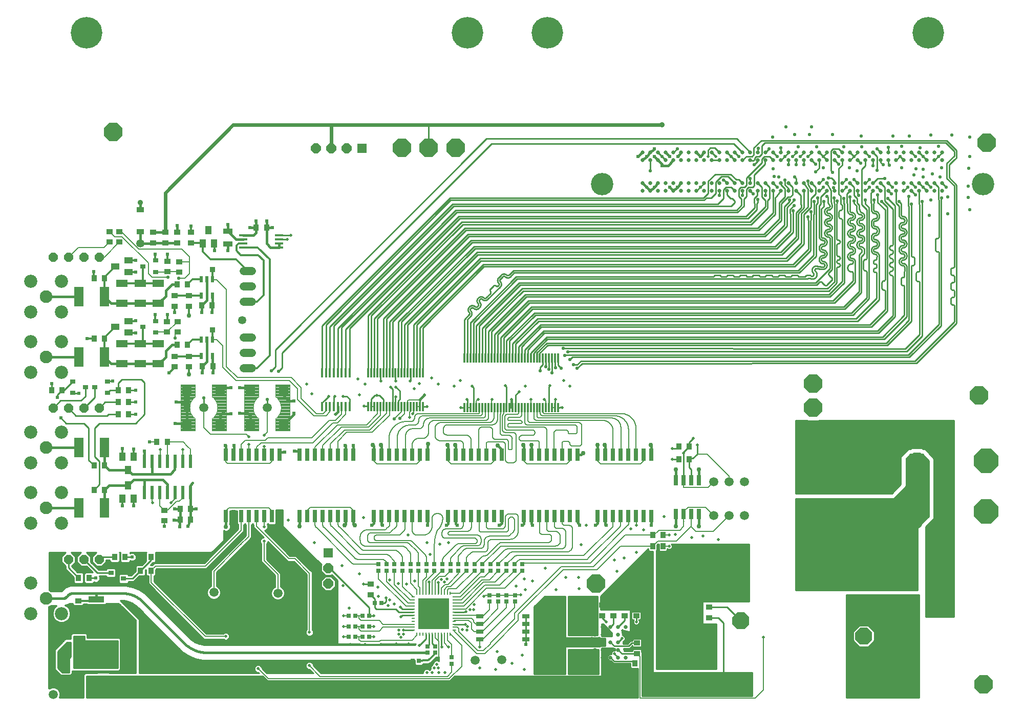
<source format=gtl>
G75*
%MOIN*%
%OFA0B0*%
%FSLAX25Y25*%
%IPPOS*%
%LPD*%
%AMOC8*
5,1,8,0,0,1.08239X$1,22.5*
%
%ADD10C,0.08250*%
%ADD11C,0.08550*%
%ADD12OC8,0.06000*%
%ADD13C,0.05906*%
%ADD14OC8,0.11811*%
%ADD15C,0.20600*%
%ADD16R,0.05906X0.12598*%
%ADD17R,0.07400X0.04800*%
%ADD18R,0.03500X0.04200*%
%ADD19R,0.03543X0.03150*%
%ADD20R,0.04200X0.03500*%
%ADD21R,0.02165X0.03937*%
%ADD22R,0.02362X0.08661*%
%ADD23R,0.04800X0.03600*%
%ADD24C,0.05315*%
%ADD25OC8,0.11000*%
%ADD26R,0.06299X0.15748*%
%ADD27R,0.15748X0.06299*%
%ADD28R,0.10630X0.10630*%
%ADD29OC8,0.10630*%
%ADD30OC8,0.15811*%
%ADD31R,0.02500X0.08000*%
%ADD32R,0.03543X0.03543*%
%ADD33R,0.05709X0.01370*%
%ADD34R,0.06000X0.03800*%
%ADD35R,0.02500X0.07000*%
%ADD36R,0.03800X0.06000*%
%ADD37R,0.03000X0.02700*%
%ADD38R,0.02700X0.03000*%
%ADD39R,0.05000X0.02992*%
%ADD40R,0.11000X0.06500*%
%ADD41R,0.10000X0.04000*%
%ADD42R,0.20079X0.09252*%
%ADD43R,0.02362X0.00984*%
%ADD44R,0.20079X0.20079*%
%ADD45R,0.00984X0.02362*%
%ADD46C,0.14600*%
%ADD47C,0.02500*%
%ADD48R,0.01181X0.06299*%
%ADD49OC8,0.06496*%
%ADD50R,0.06496X0.06496*%
%ADD51C,0.05400*%
%ADD52R,0.05512X0.03937*%
%ADD53R,0.03937X0.05512*%
%ADD54R,0.03200X0.12800*%
%ADD55R,0.04800X0.07400*%
%ADD56C,0.00400*%
%ADD57R,0.05906X0.05906*%
%ADD58C,0.02953*%
%ADD59C,0.01600*%
%ADD60C,0.02375*%
%ADD61C,0.01000*%
%ADD62C,0.01299*%
%ADD63C,0.03543*%
%ADD64C,0.01981*%
%ADD65C,0.02100*%
%ADD66C,0.00900*%
%ADD67C,0.04000*%
%ADD68C,0.00598*%
%ADD69C,0.00500*%
%ADD70C,0.00600*%
%ADD71C,0.01500*%
%ADD72C,0.02178*%
%ADD73C,0.02400*%
D10*
X0067243Y0123031D03*
X0067243Y0182086D03*
X0067243Y0221456D03*
X0067243Y0280511D03*
X0067243Y0319881D03*
D11*
X0077243Y0309881D03*
X0057243Y0309881D03*
X0057243Y0290511D03*
X0077243Y0290511D03*
X0077243Y0270511D03*
X0057243Y0270511D03*
X0057243Y0231456D03*
X0077243Y0231456D03*
X0077243Y0211456D03*
X0057243Y0211456D03*
X0057243Y0192086D03*
X0077243Y0192086D03*
X0077243Y0172086D03*
X0057243Y0172086D03*
X0057243Y0133031D03*
X0077243Y0133031D03*
X0077243Y0113031D03*
X0057243Y0113031D03*
X0057243Y0329881D03*
X0077243Y0329881D03*
D12*
X0081613Y0345472D03*
X0071613Y0345472D03*
X0091613Y0345472D03*
X0101613Y0345472D03*
X0101613Y0247046D03*
X0091613Y0247046D03*
X0081613Y0247046D03*
X0071613Y0247046D03*
X0071613Y0148621D03*
X0081613Y0148621D03*
X0091613Y0148621D03*
X0101613Y0148621D03*
D13*
X0071874Y0060524D03*
X0135850Y0097728D03*
X0176298Y0126968D03*
X0218030Y0126574D03*
X0346480Y0082669D03*
X0363916Y0083070D03*
X0460129Y0062861D03*
X0501854Y0177122D03*
X0511854Y0177122D03*
X0521854Y0177122D03*
X0521854Y0199248D03*
X0511854Y0199248D03*
X0501854Y0199248D03*
X0210944Y0247440D03*
X0169605Y0247440D03*
D14*
X0298713Y0416823D03*
X0315969Y0416823D03*
X0333724Y0416823D03*
X0110823Y0427094D03*
X0425114Y0132665D03*
X0476409Y0131543D03*
X0566461Y0231783D03*
X0566461Y0247531D03*
X0566461Y0263280D03*
X0674329Y0255314D03*
X0679587Y0420228D03*
X0677579Y0067016D03*
D15*
X0641558Y0491700D03*
X0393558Y0491700D03*
X0341558Y0491700D03*
X0093558Y0491700D03*
D16*
X0088503Y0319881D03*
X0105038Y0319881D03*
X0105038Y0280511D03*
X0088503Y0280511D03*
X0088503Y0221456D03*
X0105038Y0221456D03*
X0105038Y0182086D03*
X0088503Y0182086D03*
D17*
X0116455Y0275980D03*
X0128266Y0275980D03*
X0140078Y0275979D03*
X0140078Y0288979D03*
X0128266Y0288980D03*
X0116455Y0288980D03*
X0116455Y0315350D03*
X0128266Y0315350D03*
X0140077Y0315350D03*
X0140077Y0328350D03*
X0128266Y0328350D03*
X0116455Y0328350D03*
X0470294Y0081794D03*
X0470294Y0068794D03*
D18*
X0457065Y0080701D03*
X0450265Y0080701D03*
X0461954Y0156972D03*
X0468754Y0156972D03*
X0468754Y0164472D03*
X0461954Y0164472D03*
X0478931Y0213736D03*
X0485731Y0213736D03*
X0485739Y0221976D03*
X0478939Y0221976D03*
X0210609Y0364657D03*
X0203809Y0364657D03*
X0159226Y0327755D03*
X0152426Y0327755D03*
X0168376Y0313968D03*
X0175176Y0313968D03*
X0159226Y0288385D03*
X0152426Y0288385D03*
X0168868Y0274598D03*
X0175668Y0274598D03*
X0120840Y0258857D03*
X0114040Y0258857D03*
X0114040Y0250983D03*
X0120840Y0250983D03*
X0120840Y0243109D03*
X0114040Y0243109D03*
X0139138Y0225098D03*
X0145938Y0225098D03*
X0105092Y0209645D03*
X0098292Y0209645D03*
X0098292Y0193897D03*
X0105092Y0193897D03*
X0154401Y0181304D03*
X0154401Y0174512D03*
X0161201Y0174512D03*
X0161201Y0181304D03*
X0135313Y0150091D03*
X0128513Y0150091D03*
X0128513Y0141232D03*
X0135313Y0141232D03*
X0118581Y0150091D03*
X0111781Y0150091D03*
X0095057Y0136508D03*
X0088257Y0136508D03*
X0088561Y0089067D03*
X0081761Y0089067D03*
X0077533Y0258857D03*
X0070733Y0258857D03*
X0098292Y0292322D03*
X0105092Y0292322D03*
X0105092Y0331692D03*
X0098292Y0331692D03*
D19*
X0130235Y0339566D03*
X0138503Y0335826D03*
X0138503Y0343306D03*
X0138503Y0303936D03*
X0138503Y0296456D03*
X0130235Y0300196D03*
X0107007Y0264566D03*
X0107007Y0257086D03*
X0098739Y0260826D03*
X0092833Y0260826D03*
X0084566Y0264566D03*
X0084566Y0257086D03*
X0117543Y0143496D03*
X0117543Y0136016D03*
X0109276Y0139756D03*
D20*
X0088114Y0121502D03*
X0088114Y0114702D03*
X0088606Y0102802D03*
X0088606Y0096002D03*
X0132406Y0076227D03*
X0132406Y0069427D03*
X0144027Y0173664D03*
X0144027Y0180464D03*
X0150614Y0274151D03*
X0159965Y0274151D03*
X0159965Y0280951D03*
X0150614Y0280951D03*
X0152776Y0296785D03*
X0152776Y0303585D03*
X0145786Y0303517D03*
X0145786Y0296717D03*
X0150614Y0313521D03*
X0150614Y0320321D03*
X0159965Y0320321D03*
X0159965Y0313521D03*
X0153776Y0335785D03*
X0153776Y0342585D03*
X0146140Y0342809D03*
X0146140Y0336009D03*
X0144709Y0354860D03*
X0144709Y0361660D03*
X0152583Y0361660D03*
X0152583Y0354860D03*
X0161441Y0354860D03*
X0161441Y0361660D03*
X0136835Y0361660D03*
X0136835Y0354860D03*
X0114879Y0355406D03*
X0108343Y0355406D03*
X0108343Y0362206D03*
X0114879Y0362206D03*
X0278365Y0132336D03*
X0278365Y0125536D03*
X0429157Y0118648D03*
X0429157Y0111848D03*
X0436539Y0111848D03*
X0436539Y0118648D03*
X0443921Y0118648D03*
X0443921Y0111848D03*
X0451303Y0111848D03*
X0451303Y0118648D03*
X0451795Y0094042D03*
X0451795Y0087242D03*
X0498660Y0110576D03*
X0498660Y0117376D03*
D21*
X0175516Y0281094D03*
X0168035Y0281094D03*
X0168035Y0291724D03*
X0171776Y0291724D03*
X0175516Y0291724D03*
X0175516Y0320465D03*
X0168035Y0320465D03*
X0168035Y0331094D03*
X0171776Y0331094D03*
X0175516Y0331094D03*
D22*
X0160983Y0212499D03*
X0155983Y0212499D03*
X0150983Y0212499D03*
X0145983Y0212499D03*
X0140983Y0212499D03*
X0135983Y0212499D03*
X0130983Y0212499D03*
X0130983Y0192027D03*
X0135983Y0192027D03*
X0140983Y0192027D03*
X0145983Y0192027D03*
X0150983Y0192027D03*
X0155983Y0192027D03*
X0160983Y0192027D03*
D23*
X0128567Y0362197D03*
X0128567Y0376370D03*
D24*
X0128567Y0354421D03*
X0194906Y0304618D03*
D25*
X0519369Y0148542D03*
X0519369Y0108542D03*
X0519369Y0068542D03*
X0599369Y0068542D03*
X0599369Y0098542D03*
X0599369Y0118542D03*
D26*
X0584854Y0178482D03*
X0584854Y0202497D03*
D27*
X0625147Y0148922D03*
X0649163Y0148922D03*
D28*
X0650511Y0212834D03*
D29*
X0650511Y0196298D03*
X0650511Y0179763D03*
X0633975Y0179763D03*
X0633975Y0196298D03*
X0633975Y0212834D03*
D30*
X0679251Y0212834D03*
X0679251Y0179763D03*
D31*
X0461188Y0176662D03*
X0456188Y0176662D03*
X0451188Y0176662D03*
X0446188Y0176662D03*
X0441188Y0176662D03*
X0436188Y0176662D03*
X0431188Y0176662D03*
X0426188Y0176662D03*
X0412960Y0176662D03*
X0407960Y0176662D03*
X0402960Y0176662D03*
X0397960Y0176662D03*
X0392960Y0176662D03*
X0387960Y0176662D03*
X0382960Y0176662D03*
X0377960Y0176662D03*
X0363747Y0176662D03*
X0358747Y0176662D03*
X0353747Y0176662D03*
X0348747Y0176662D03*
X0343747Y0176662D03*
X0338747Y0176662D03*
X0333747Y0176662D03*
X0328747Y0176662D03*
X0315519Y0176662D03*
X0310519Y0176662D03*
X0305519Y0176662D03*
X0300519Y0176662D03*
X0295519Y0176662D03*
X0290519Y0176662D03*
X0285519Y0176662D03*
X0280519Y0176662D03*
X0267225Y0176688D03*
X0262225Y0176688D03*
X0257225Y0176688D03*
X0252225Y0176688D03*
X0247225Y0176688D03*
X0242225Y0176688D03*
X0237225Y0176688D03*
X0232225Y0176688D03*
X0219058Y0176700D03*
X0214058Y0176700D03*
X0209058Y0176700D03*
X0204058Y0176700D03*
X0199058Y0176700D03*
X0194058Y0176700D03*
X0189058Y0176700D03*
X0184058Y0176700D03*
X0184058Y0216700D03*
X0189058Y0216700D03*
X0194058Y0216700D03*
X0199058Y0216700D03*
X0204058Y0216700D03*
X0209058Y0216700D03*
X0214058Y0216700D03*
X0219058Y0216700D03*
X0232225Y0216688D03*
X0237225Y0216688D03*
X0242225Y0216688D03*
X0247225Y0216688D03*
X0252225Y0216688D03*
X0257225Y0216688D03*
X0262225Y0216688D03*
X0267225Y0216688D03*
X0280519Y0216662D03*
X0285519Y0216662D03*
X0290519Y0216662D03*
X0295519Y0216662D03*
X0300519Y0216662D03*
X0305519Y0216662D03*
X0310519Y0216662D03*
X0315519Y0216662D03*
X0328747Y0216662D03*
X0333747Y0216662D03*
X0338747Y0216662D03*
X0343747Y0216662D03*
X0348747Y0216662D03*
X0353747Y0216662D03*
X0358747Y0216662D03*
X0363747Y0216662D03*
X0377960Y0216662D03*
X0382960Y0216662D03*
X0387960Y0216662D03*
X0392960Y0216662D03*
X0397960Y0216662D03*
X0402960Y0216662D03*
X0407960Y0216662D03*
X0412960Y0216662D03*
X0426188Y0216662D03*
X0431188Y0216662D03*
X0436188Y0216662D03*
X0441188Y0216662D03*
X0446188Y0216662D03*
X0451188Y0216662D03*
X0456188Y0216662D03*
X0461188Y0216662D03*
D32*
X0175531Y0298024D03*
X0175531Y0337551D03*
D33*
X0195594Y0351953D03*
X0195594Y0354512D03*
X0195594Y0357071D03*
X0195594Y0359630D03*
X0218823Y0359630D03*
X0218823Y0357071D03*
X0218823Y0354512D03*
X0218823Y0351953D03*
D34*
X0185555Y0354160D03*
X0185555Y0362360D03*
X0104354Y0079387D03*
X0104354Y0071187D03*
X0141756Y0068727D03*
X0141756Y0076927D03*
D35*
X0477162Y0177962D03*
X0482162Y0177962D03*
X0487162Y0177962D03*
X0492162Y0178062D03*
X0492162Y0200162D03*
X0487162Y0200162D03*
X0482162Y0200162D03*
X0477162Y0200162D03*
D36*
X0088277Y0081193D03*
X0080077Y0081193D03*
D37*
X0283465Y0141157D03*
X0283465Y0145357D03*
X0288671Y0145357D03*
X0288671Y0141157D03*
X0293878Y0141157D03*
X0293878Y0145357D03*
X0299085Y0145357D03*
X0299085Y0141157D03*
X0304292Y0141157D03*
X0304292Y0145357D03*
X0309499Y0145357D03*
X0309499Y0141157D03*
X0314706Y0141157D03*
X0314706Y0145357D03*
X0319913Y0145357D03*
X0319913Y0141157D03*
X0325120Y0141157D03*
X0325120Y0145357D03*
X0330327Y0145357D03*
X0330327Y0141157D03*
X0335534Y0141157D03*
X0335534Y0145357D03*
X0340740Y0145357D03*
X0340740Y0141157D03*
X0345947Y0141157D03*
X0345947Y0145357D03*
X0351154Y0145357D03*
X0351154Y0141157D03*
X0356361Y0141157D03*
X0356361Y0145357D03*
X0361568Y0145357D03*
X0361568Y0141157D03*
X0366775Y0141157D03*
X0366775Y0145357D03*
X0371982Y0145357D03*
X0371982Y0141157D03*
X0377189Y0141157D03*
X0377189Y0145357D03*
X0372276Y0125285D03*
X0372276Y0121085D03*
X0366776Y0121085D03*
X0366776Y0125285D03*
X0361276Y0125285D03*
X0361276Y0121085D03*
X0355776Y0121085D03*
X0355776Y0125285D03*
X0320391Y0091949D03*
X0320391Y0087749D03*
X0315469Y0087749D03*
X0315469Y0091949D03*
X0331058Y0084800D03*
X0331058Y0080600D03*
D38*
X0309894Y0082480D03*
X0305694Y0082480D03*
X0277376Y0098185D03*
X0273176Y0098185D03*
X0268376Y0098185D03*
X0264176Y0098185D03*
X0264176Y0104685D03*
X0268376Y0104685D03*
X0273176Y0104685D03*
X0277376Y0104685D03*
X0277376Y0111685D03*
X0273176Y0111685D03*
X0268376Y0111685D03*
X0264176Y0111685D03*
X0281186Y0120078D03*
X0285386Y0120078D03*
D39*
X0349446Y0111503D03*
X0349446Y0106503D03*
X0349446Y0101503D03*
X0349446Y0096503D03*
X0379446Y0096503D03*
X0379446Y0101503D03*
X0379446Y0106503D03*
X0379446Y0111503D03*
D40*
X0482597Y0080302D03*
X0482597Y0069302D03*
X0496377Y0069302D03*
X0496377Y0080302D03*
D41*
X0099918Y0113400D03*
X0099918Y0122400D03*
D42*
X0103862Y0104618D03*
X0103862Y0088280D03*
D43*
X0306028Y0102354D03*
X0306028Y0104323D03*
X0306028Y0106291D03*
X0306028Y0108260D03*
X0306028Y0110228D03*
X0306028Y0112197D03*
X0306028Y0114165D03*
X0306028Y0116134D03*
X0306028Y0118102D03*
X0306028Y0120071D03*
X0306028Y0122039D03*
X0306028Y0124008D03*
X0332799Y0124008D03*
X0332799Y0122039D03*
X0332799Y0120071D03*
X0332799Y0118102D03*
X0332799Y0116134D03*
X0332799Y0114165D03*
X0332799Y0112197D03*
X0332799Y0110228D03*
X0332799Y0108260D03*
X0332799Y0106291D03*
X0332799Y0104323D03*
X0332799Y0102354D03*
D44*
X0319413Y0113181D03*
D45*
X0318429Y0099795D03*
X0316461Y0099795D03*
X0314492Y0099795D03*
X0312524Y0099795D03*
X0310555Y0099795D03*
X0308587Y0099795D03*
X0320398Y0099795D03*
X0322366Y0099795D03*
X0324335Y0099795D03*
X0326303Y0099795D03*
X0328272Y0099795D03*
X0330240Y0099795D03*
X0330240Y0126567D03*
X0328272Y0126567D03*
X0326303Y0126567D03*
X0324335Y0126567D03*
X0322366Y0126567D03*
X0320398Y0126567D03*
X0318429Y0126567D03*
X0316461Y0126567D03*
X0314492Y0126567D03*
X0312524Y0126567D03*
X0310555Y0126567D03*
X0308587Y0126567D03*
D46*
X0429091Y0393185D03*
X0677091Y0393185D03*
D47*
X0650591Y0393685D03*
X0650591Y0388685D03*
X0645591Y0388685D03*
X0645591Y0393685D03*
X0640591Y0393685D03*
X0640591Y0388685D03*
X0635591Y0388685D03*
X0635591Y0393685D03*
X0630591Y0393685D03*
X0630591Y0388685D03*
X0625591Y0388685D03*
X0625591Y0393685D03*
X0620591Y0393685D03*
X0620591Y0388685D03*
X0615591Y0388685D03*
X0615591Y0393685D03*
X0610591Y0393685D03*
X0610591Y0388685D03*
X0605591Y0388685D03*
X0605591Y0393685D03*
X0600591Y0393685D03*
X0600591Y0388685D03*
X0595591Y0388685D03*
X0595591Y0393685D03*
X0590591Y0393685D03*
X0590591Y0388685D03*
X0585591Y0388685D03*
X0585591Y0393685D03*
X0580591Y0393685D03*
X0580591Y0388685D03*
X0575591Y0388685D03*
X0575591Y0393685D03*
X0570591Y0393685D03*
X0570591Y0388685D03*
X0565591Y0388685D03*
X0565591Y0393685D03*
X0560591Y0393685D03*
X0560591Y0388685D03*
X0555591Y0388685D03*
X0555591Y0393685D03*
X0550591Y0393685D03*
X0550591Y0388685D03*
X0545591Y0388685D03*
X0545591Y0393685D03*
X0540591Y0393685D03*
X0540591Y0388685D03*
X0535591Y0388685D03*
X0535591Y0393685D03*
X0530591Y0393685D03*
X0530591Y0388685D03*
X0525591Y0388685D03*
X0525591Y0393685D03*
X0520591Y0393685D03*
X0520591Y0388685D03*
X0515591Y0388685D03*
X0515591Y0393685D03*
X0510591Y0393685D03*
X0510591Y0388685D03*
X0505591Y0388685D03*
X0505591Y0393685D03*
X0500591Y0393685D03*
X0500591Y0388685D03*
X0495591Y0388685D03*
X0495591Y0393685D03*
X0490591Y0393685D03*
X0490591Y0388685D03*
X0485591Y0388685D03*
X0485591Y0393685D03*
X0480591Y0393685D03*
X0480591Y0388685D03*
X0475591Y0388685D03*
X0475591Y0393685D03*
X0470591Y0393685D03*
X0470591Y0388685D03*
X0465591Y0388685D03*
X0465591Y0393685D03*
X0460591Y0393685D03*
X0460591Y0388685D03*
X0455591Y0388685D03*
X0455591Y0393685D03*
X0455591Y0408685D03*
X0460591Y0408685D03*
X0465591Y0408685D03*
X0470591Y0408685D03*
X0475591Y0408685D03*
X0480591Y0408685D03*
X0485591Y0408685D03*
X0490591Y0408685D03*
X0495591Y0408685D03*
X0500591Y0408685D03*
X0505591Y0408685D03*
X0510591Y0408685D03*
X0515591Y0408685D03*
X0520591Y0408685D03*
X0525591Y0408685D03*
X0530591Y0408685D03*
X0535591Y0408685D03*
X0540591Y0408685D03*
X0545591Y0408685D03*
X0550591Y0408685D03*
X0555591Y0408685D03*
X0560591Y0408685D03*
X0565591Y0408685D03*
X0570591Y0408685D03*
X0575591Y0408685D03*
X0580591Y0408685D03*
X0585591Y0408685D03*
X0590591Y0408685D03*
X0595591Y0408685D03*
X0600591Y0408685D03*
X0605591Y0408685D03*
X0610591Y0408685D03*
X0615591Y0408685D03*
X0620591Y0408685D03*
X0625591Y0408685D03*
X0630591Y0408685D03*
X0635591Y0408685D03*
X0640591Y0408685D03*
X0645591Y0408685D03*
X0650591Y0408685D03*
X0650591Y0413685D03*
X0645591Y0413685D03*
X0640591Y0413685D03*
X0635591Y0413685D03*
X0630591Y0413685D03*
X0625591Y0413685D03*
X0620591Y0413685D03*
X0615591Y0413685D03*
X0610591Y0413685D03*
X0605591Y0413685D03*
X0600591Y0413685D03*
X0595591Y0413685D03*
X0590591Y0413685D03*
X0585591Y0413685D03*
X0580591Y0413685D03*
X0575591Y0413685D03*
X0570591Y0413685D03*
X0565591Y0413685D03*
X0560591Y0413685D03*
X0555591Y0413685D03*
X0550591Y0413685D03*
X0545591Y0413685D03*
X0540591Y0413685D03*
X0535591Y0413685D03*
X0530591Y0413685D03*
X0525591Y0413685D03*
X0520591Y0413685D03*
X0515591Y0413685D03*
X0510591Y0413685D03*
X0505591Y0413685D03*
X0500591Y0413685D03*
X0495591Y0413685D03*
X0490591Y0413685D03*
X0485591Y0413685D03*
X0480591Y0413685D03*
X0475591Y0413685D03*
X0470591Y0413685D03*
X0465591Y0413685D03*
X0460591Y0413685D03*
X0455591Y0413685D03*
X0444571Y0104579D03*
X0439571Y0104579D03*
X0434571Y0104579D03*
X0429571Y0104579D03*
X0424571Y0104579D03*
X0424571Y0099579D03*
X0429571Y0099579D03*
X0434571Y0099579D03*
X0439571Y0099579D03*
X0444571Y0099579D03*
X0444571Y0094579D03*
X0439571Y0094579D03*
X0434571Y0094579D03*
X0429571Y0094579D03*
X0424571Y0094579D03*
X0424571Y0089579D03*
X0429571Y0089579D03*
X0434571Y0089579D03*
X0439571Y0089579D03*
X0444571Y0089579D03*
X0444571Y0084579D03*
X0439571Y0084579D03*
X0434571Y0084579D03*
X0429571Y0084579D03*
X0424571Y0084579D03*
D48*
X0400381Y0247450D03*
X0398412Y0247450D03*
X0396444Y0247450D03*
X0394475Y0247450D03*
X0392507Y0247450D03*
X0390538Y0247450D03*
X0388570Y0247450D03*
X0386601Y0247450D03*
X0384633Y0247450D03*
X0382664Y0247450D03*
X0380696Y0247450D03*
X0378727Y0247450D03*
X0376759Y0247450D03*
X0374790Y0247450D03*
X0372822Y0247450D03*
X0370853Y0247450D03*
X0368885Y0247450D03*
X0366916Y0247450D03*
X0364948Y0247450D03*
X0362979Y0247450D03*
X0361011Y0247450D03*
X0359042Y0247450D03*
X0357074Y0247450D03*
X0355105Y0247450D03*
X0353137Y0247450D03*
X0351168Y0247450D03*
X0349200Y0247450D03*
X0347231Y0247450D03*
X0345263Y0247450D03*
X0343294Y0247450D03*
X0341326Y0247450D03*
X0339357Y0247450D03*
X0312307Y0248098D03*
X0310338Y0248098D03*
X0308370Y0248098D03*
X0306401Y0248098D03*
X0304433Y0248098D03*
X0302464Y0248098D03*
X0300496Y0248098D03*
X0298527Y0248098D03*
X0296559Y0248098D03*
X0294590Y0248098D03*
X0292622Y0248098D03*
X0290653Y0248098D03*
X0288685Y0248098D03*
X0286716Y0248098D03*
X0284748Y0248098D03*
X0282779Y0248098D03*
X0280811Y0248098D03*
X0278842Y0248098D03*
X0276874Y0248098D03*
X0264653Y0248139D03*
X0262094Y0248139D03*
X0259534Y0248139D03*
X0256975Y0248139D03*
X0254416Y0248139D03*
X0251857Y0248139D03*
X0249298Y0248139D03*
X0246739Y0248139D03*
X0246739Y0270186D03*
X0249298Y0270186D03*
X0251857Y0270186D03*
X0254416Y0270186D03*
X0256975Y0270186D03*
X0259534Y0270186D03*
X0262094Y0270186D03*
X0264653Y0270186D03*
X0276874Y0270146D03*
X0278842Y0270146D03*
X0280811Y0270146D03*
X0282779Y0270146D03*
X0284748Y0270146D03*
X0286716Y0270146D03*
X0288685Y0270146D03*
X0290653Y0270146D03*
X0292622Y0270146D03*
X0294590Y0270146D03*
X0296559Y0270146D03*
X0298527Y0270146D03*
X0300496Y0270146D03*
X0302464Y0270146D03*
X0304433Y0270146D03*
X0306401Y0270146D03*
X0308370Y0270146D03*
X0310338Y0270146D03*
X0312307Y0270146D03*
X0339357Y0279733D03*
X0341326Y0279733D03*
X0343294Y0279733D03*
X0345263Y0279733D03*
X0347231Y0279733D03*
X0349200Y0279733D03*
X0351168Y0279733D03*
X0353137Y0279733D03*
X0355105Y0279733D03*
X0357074Y0279733D03*
X0359042Y0279733D03*
X0361011Y0279733D03*
X0362979Y0279733D03*
X0364948Y0279733D03*
X0366916Y0279733D03*
X0368885Y0279733D03*
X0370853Y0279733D03*
X0372822Y0279733D03*
X0374790Y0279733D03*
X0376759Y0279733D03*
X0378727Y0279733D03*
X0380696Y0279733D03*
X0382664Y0279733D03*
X0384633Y0279733D03*
X0386601Y0279733D03*
X0388570Y0279733D03*
X0390538Y0279733D03*
X0392507Y0279733D03*
X0394475Y0279733D03*
X0396444Y0279733D03*
X0398412Y0279733D03*
X0400381Y0279733D03*
D49*
X0250802Y0142718D03*
X0250802Y0132718D03*
X0250802Y0122718D03*
X0252693Y0416311D03*
X0242693Y0416311D03*
X0262693Y0416311D03*
D50*
X0272693Y0416311D03*
X0250802Y0152718D03*
D51*
X0201050Y0273122D02*
X0195650Y0273122D01*
X0195650Y0283122D02*
X0201050Y0283122D01*
X0201050Y0293122D02*
X0195650Y0293122D01*
X0195650Y0316429D02*
X0201050Y0316429D01*
X0201050Y0326429D02*
X0195650Y0326429D01*
X0195650Y0336429D02*
X0201050Y0336429D01*
D52*
X0120786Y0335826D03*
X0112125Y0339566D03*
X0120786Y0343306D03*
X0120786Y0303936D03*
X0120786Y0296456D03*
X0112125Y0300196D03*
D53*
X0169020Y0354421D03*
X0176500Y0354421D03*
X0172760Y0363083D03*
X0124133Y0215452D03*
X0116652Y0215452D03*
X0120392Y0206791D03*
X0120392Y0196751D03*
X0116652Y0188090D03*
X0124133Y0188090D03*
D54*
X0632677Y0118594D03*
X0641977Y0118594D03*
D55*
X0460165Y0071842D03*
X0447165Y0071842D03*
X0412528Y0085720D03*
X0399528Y0085720D03*
X0399528Y0103929D03*
X0412528Y0103929D03*
D56*
X0232991Y0111613D02*
X0232991Y0141535D01*
X0223542Y0141535D01*
X0223542Y0133661D01*
X0224474Y0132854D01*
X0225283Y0131924D01*
X0225954Y0130890D01*
X0226473Y0129772D01*
X0226830Y0128593D01*
X0227019Y0127375D01*
X0227085Y0126574D01*
X0227019Y0125773D01*
X0226830Y0124555D01*
X0226473Y0123376D01*
X0225954Y0122258D01*
X0225283Y0121224D01*
X0224474Y0120294D01*
X0223542Y0119487D01*
X0223542Y0111613D01*
X0232991Y0111613D01*
X0232991Y0111952D02*
X0223542Y0111952D01*
X0223542Y0112350D02*
X0232991Y0112350D01*
X0232991Y0112749D02*
X0223542Y0112749D01*
X0223542Y0113147D02*
X0232991Y0113147D01*
X0232991Y0113546D02*
X0223542Y0113546D01*
X0223542Y0113944D02*
X0232991Y0113944D01*
X0232991Y0114343D02*
X0223542Y0114343D01*
X0223542Y0114741D02*
X0232991Y0114741D01*
X0232991Y0115140D02*
X0223542Y0115140D01*
X0223542Y0115538D02*
X0232991Y0115538D01*
X0232991Y0115937D02*
X0223542Y0115937D01*
X0223542Y0116335D02*
X0232991Y0116335D01*
X0232991Y0116734D02*
X0223542Y0116734D01*
X0223542Y0117132D02*
X0232991Y0117132D01*
X0232991Y0117531D02*
X0223542Y0117531D01*
X0223542Y0117929D02*
X0232991Y0117929D01*
X0232991Y0118328D02*
X0223542Y0118328D01*
X0223542Y0118726D02*
X0232991Y0118726D01*
X0232991Y0119125D02*
X0223542Y0119125D01*
X0223584Y0119523D02*
X0232991Y0119523D01*
X0232991Y0119922D02*
X0224044Y0119922D01*
X0224496Y0120320D02*
X0232991Y0120320D01*
X0232991Y0120719D02*
X0224843Y0120719D01*
X0225190Y0121117D02*
X0232991Y0121117D01*
X0232991Y0121516D02*
X0225472Y0121516D01*
X0225731Y0121914D02*
X0232991Y0121914D01*
X0232991Y0122313D02*
X0225979Y0122313D01*
X0226164Y0122711D02*
X0232991Y0122711D01*
X0232991Y0123110D02*
X0226349Y0123110D01*
X0226513Y0123508D02*
X0232991Y0123508D01*
X0232991Y0123907D02*
X0226634Y0123907D01*
X0226755Y0124305D02*
X0232991Y0124305D01*
X0232991Y0124704D02*
X0226853Y0124704D01*
X0226915Y0125103D02*
X0232991Y0125103D01*
X0232991Y0125501D02*
X0226977Y0125501D01*
X0227029Y0125900D02*
X0232991Y0125900D01*
X0232991Y0126298D02*
X0227062Y0126298D01*
X0227075Y0126697D02*
X0232991Y0126697D01*
X0232991Y0127095D02*
X0227042Y0127095D01*
X0227000Y0127494D02*
X0232991Y0127494D01*
X0232991Y0127892D02*
X0226939Y0127892D01*
X0226877Y0128291D02*
X0232991Y0128291D01*
X0232991Y0128689D02*
X0226801Y0128689D01*
X0226680Y0129088D02*
X0232991Y0129088D01*
X0232991Y0129486D02*
X0226560Y0129486D01*
X0226421Y0129885D02*
X0232991Y0129885D01*
X0232991Y0130283D02*
X0226236Y0130283D01*
X0226051Y0130682D02*
X0232991Y0130682D01*
X0232991Y0131080D02*
X0225830Y0131080D01*
X0225572Y0131479D02*
X0232991Y0131479D01*
X0232991Y0131877D02*
X0225313Y0131877D01*
X0224977Y0132276D02*
X0232991Y0132276D01*
X0232991Y0132674D02*
X0224630Y0132674D01*
X0224221Y0133073D02*
X0232991Y0133073D01*
X0232991Y0133471D02*
X0223761Y0133471D01*
X0223542Y0133870D02*
X0232991Y0133870D01*
X0232991Y0134268D02*
X0223542Y0134268D01*
X0223542Y0134667D02*
X0232991Y0134667D01*
X0232991Y0135065D02*
X0223542Y0135065D01*
X0223542Y0135464D02*
X0232991Y0135464D01*
X0232991Y0135862D02*
X0223542Y0135862D01*
X0223542Y0136261D02*
X0232991Y0136261D01*
X0232991Y0136659D02*
X0223542Y0136659D01*
X0223542Y0137058D02*
X0232991Y0137058D01*
X0232991Y0137456D02*
X0223542Y0137456D01*
X0223542Y0137855D02*
X0232991Y0137855D01*
X0232991Y0138253D02*
X0223542Y0138253D01*
X0223542Y0138652D02*
X0232991Y0138652D01*
X0232991Y0139050D02*
X0223542Y0139050D01*
X0223542Y0139449D02*
X0232991Y0139449D01*
X0232991Y0139847D02*
X0223542Y0139847D01*
X0223542Y0140246D02*
X0232991Y0140246D01*
X0232991Y0140644D02*
X0223542Y0140644D01*
X0223542Y0141043D02*
X0232991Y0141043D01*
X0232991Y0141441D02*
X0223542Y0141441D01*
X0212518Y0141441D02*
X0203070Y0141441D01*
X0203070Y0141535D02*
X0203070Y0111613D01*
X0212518Y0111613D01*
X0212518Y0119487D01*
X0211587Y0120294D01*
X0210778Y0121224D01*
X0210107Y0122258D01*
X0209588Y0123376D01*
X0209230Y0124555D01*
X0209042Y0125773D01*
X0208975Y0126574D01*
X0209042Y0127375D01*
X0209230Y0128593D01*
X0209588Y0129772D01*
X0210107Y0130890D01*
X0210778Y0131924D01*
X0211587Y0132854D01*
X0212518Y0133661D01*
X0212518Y0141535D01*
X0203070Y0141535D01*
X0203070Y0141043D02*
X0212518Y0141043D01*
X0212518Y0140644D02*
X0203070Y0140644D01*
X0203070Y0140246D02*
X0212518Y0140246D01*
X0212518Y0139847D02*
X0203070Y0139847D01*
X0203070Y0139449D02*
X0212518Y0139449D01*
X0212518Y0139050D02*
X0203070Y0139050D01*
X0203070Y0138652D02*
X0212518Y0138652D01*
X0212518Y0138253D02*
X0203070Y0138253D01*
X0203070Y0137855D02*
X0212518Y0137855D01*
X0212518Y0137456D02*
X0203070Y0137456D01*
X0203070Y0137058D02*
X0212518Y0137058D01*
X0212518Y0136659D02*
X0203070Y0136659D01*
X0203070Y0136261D02*
X0212518Y0136261D01*
X0212518Y0135862D02*
X0203070Y0135862D01*
X0203070Y0135464D02*
X0212518Y0135464D01*
X0212518Y0135065D02*
X0203070Y0135065D01*
X0203070Y0134667D02*
X0212518Y0134667D01*
X0212518Y0134268D02*
X0203070Y0134268D01*
X0203070Y0133870D02*
X0212518Y0133870D01*
X0212300Y0133471D02*
X0203070Y0133471D01*
X0203070Y0133073D02*
X0211840Y0133073D01*
X0211431Y0132674D02*
X0203070Y0132674D01*
X0203070Y0132276D02*
X0211084Y0132276D01*
X0210747Y0131877D02*
X0203070Y0131877D01*
X0203070Y0131479D02*
X0210489Y0131479D01*
X0210230Y0131080D02*
X0203070Y0131080D01*
X0203070Y0130682D02*
X0210010Y0130682D01*
X0209825Y0130283D02*
X0203070Y0130283D01*
X0203070Y0129885D02*
X0209640Y0129885D01*
X0209501Y0129486D02*
X0203070Y0129486D01*
X0203070Y0129088D02*
X0209380Y0129088D01*
X0209259Y0128689D02*
X0203070Y0128689D01*
X0203070Y0128291D02*
X0209184Y0128291D01*
X0209122Y0127892D02*
X0203070Y0127892D01*
X0203070Y0127494D02*
X0209060Y0127494D01*
X0209019Y0127095D02*
X0203070Y0127095D01*
X0203070Y0126697D02*
X0208985Y0126697D01*
X0208998Y0126298D02*
X0203070Y0126298D01*
X0203070Y0125900D02*
X0209031Y0125900D01*
X0209084Y0125501D02*
X0203070Y0125501D01*
X0203070Y0125103D02*
X0209146Y0125103D01*
X0209207Y0124704D02*
X0203070Y0124704D01*
X0203070Y0124305D02*
X0209306Y0124305D01*
X0209427Y0123907D02*
X0203070Y0123907D01*
X0203070Y0123508D02*
X0209547Y0123508D01*
X0209711Y0123110D02*
X0203070Y0123110D01*
X0203070Y0122711D02*
X0209896Y0122711D01*
X0210081Y0122313D02*
X0203070Y0122313D01*
X0203070Y0121914D02*
X0210330Y0121914D01*
X0210588Y0121516D02*
X0203070Y0121516D01*
X0203070Y0121117D02*
X0210870Y0121117D01*
X0211217Y0120719D02*
X0203070Y0120719D01*
X0203070Y0120320D02*
X0211564Y0120320D01*
X0212017Y0119922D02*
X0203070Y0119922D01*
X0203070Y0119523D02*
X0212477Y0119523D01*
X0212518Y0119125D02*
X0203070Y0119125D01*
X0203070Y0118726D02*
X0212518Y0118726D01*
X0212518Y0118328D02*
X0203070Y0118328D01*
X0203070Y0117929D02*
X0212518Y0117929D01*
X0212518Y0117531D02*
X0203070Y0117531D01*
X0203070Y0117132D02*
X0212518Y0117132D01*
X0212518Y0116734D02*
X0203070Y0116734D01*
X0203070Y0116335D02*
X0212518Y0116335D01*
X0212518Y0115937D02*
X0203070Y0115937D01*
X0203070Y0115538D02*
X0212518Y0115538D01*
X0212518Y0115140D02*
X0203070Y0115140D01*
X0203070Y0114741D02*
X0212518Y0114741D01*
X0212518Y0114343D02*
X0203070Y0114343D01*
X0203070Y0113944D02*
X0212518Y0113944D01*
X0212518Y0113546D02*
X0203070Y0113546D01*
X0203070Y0113147D02*
X0212518Y0113147D01*
X0212518Y0112749D02*
X0203070Y0112749D01*
X0203070Y0112350D02*
X0212518Y0112350D01*
X0212518Y0111952D02*
X0203070Y0111952D01*
X0191259Y0112007D02*
X0191259Y0141928D01*
X0181810Y0141928D01*
X0181810Y0134054D01*
X0182741Y0133247D01*
X0183551Y0132318D01*
X0184221Y0131284D01*
X0184741Y0130166D01*
X0185098Y0128987D01*
X0185286Y0127769D01*
X0185353Y0126968D01*
X0185286Y0126167D01*
X0185098Y0124949D01*
X0184741Y0123769D01*
X0184221Y0122652D01*
X0183551Y0121618D01*
X0182741Y0120688D01*
X0181810Y0119881D01*
X0181810Y0112007D01*
X0191259Y0112007D01*
X0191259Y0112350D02*
X0181810Y0112350D01*
X0181810Y0112749D02*
X0191259Y0112749D01*
X0191259Y0113147D02*
X0181810Y0113147D01*
X0181810Y0113546D02*
X0191259Y0113546D01*
X0191259Y0113944D02*
X0181810Y0113944D01*
X0181810Y0114343D02*
X0191259Y0114343D01*
X0191259Y0114741D02*
X0181810Y0114741D01*
X0181810Y0115140D02*
X0191259Y0115140D01*
X0191259Y0115538D02*
X0181810Y0115538D01*
X0181810Y0115937D02*
X0191259Y0115937D01*
X0191259Y0116335D02*
X0181810Y0116335D01*
X0181810Y0116734D02*
X0191259Y0116734D01*
X0191259Y0117132D02*
X0181810Y0117132D01*
X0181810Y0117531D02*
X0191259Y0117531D01*
X0191259Y0117929D02*
X0181810Y0117929D01*
X0181810Y0118328D02*
X0191259Y0118328D01*
X0191259Y0118726D02*
X0181810Y0118726D01*
X0181810Y0119125D02*
X0191259Y0119125D01*
X0191259Y0119523D02*
X0181810Y0119523D01*
X0181857Y0119922D02*
X0191259Y0119922D01*
X0191259Y0120320D02*
X0182317Y0120320D01*
X0182768Y0120719D02*
X0191259Y0120719D01*
X0191259Y0121117D02*
X0183115Y0121117D01*
X0183462Y0121516D02*
X0191259Y0121516D01*
X0191259Y0121914D02*
X0183743Y0121914D01*
X0184002Y0122313D02*
X0191259Y0122313D01*
X0191259Y0122711D02*
X0184249Y0122711D01*
X0184434Y0123110D02*
X0191259Y0123110D01*
X0191259Y0123508D02*
X0184619Y0123508D01*
X0184782Y0123907D02*
X0191259Y0123907D01*
X0191259Y0124305D02*
X0184903Y0124305D01*
X0185024Y0124704D02*
X0191259Y0124704D01*
X0191259Y0125103D02*
X0185122Y0125103D01*
X0185183Y0125501D02*
X0191259Y0125501D01*
X0191259Y0125900D02*
X0185245Y0125900D01*
X0185297Y0126298D02*
X0191259Y0126298D01*
X0191259Y0126697D02*
X0185331Y0126697D01*
X0185342Y0127095D02*
X0191259Y0127095D01*
X0191259Y0127494D02*
X0185309Y0127494D01*
X0185267Y0127892D02*
X0191259Y0127892D01*
X0191259Y0128291D02*
X0185206Y0128291D01*
X0185144Y0128689D02*
X0191259Y0128689D01*
X0191259Y0129088D02*
X0185067Y0129088D01*
X0184947Y0129486D02*
X0191259Y0129486D01*
X0191259Y0129885D02*
X0184826Y0129885D01*
X0184686Y0130283D02*
X0191259Y0130283D01*
X0191259Y0130682D02*
X0184501Y0130682D01*
X0184316Y0131080D02*
X0191259Y0131080D01*
X0191259Y0131479D02*
X0184095Y0131479D01*
X0183836Y0131877D02*
X0191259Y0131877D01*
X0191259Y0132276D02*
X0183578Y0132276D01*
X0183240Y0132674D02*
X0191259Y0132674D01*
X0191259Y0133073D02*
X0182893Y0133073D01*
X0182483Y0133471D02*
X0191259Y0133471D01*
X0191259Y0133870D02*
X0182023Y0133870D01*
X0181810Y0134268D02*
X0191259Y0134268D01*
X0191259Y0134667D02*
X0181810Y0134667D01*
X0181810Y0135065D02*
X0191259Y0135065D01*
X0191259Y0135464D02*
X0181810Y0135464D01*
X0181810Y0135862D02*
X0191259Y0135862D01*
X0191259Y0136261D02*
X0181810Y0136261D01*
X0181810Y0136659D02*
X0191259Y0136659D01*
X0191259Y0137058D02*
X0181810Y0137058D01*
X0181810Y0137456D02*
X0191259Y0137456D01*
X0191259Y0137855D02*
X0181810Y0137855D01*
X0181810Y0138253D02*
X0191259Y0138253D01*
X0191259Y0138652D02*
X0181810Y0138652D01*
X0181810Y0139050D02*
X0191259Y0139050D01*
X0191259Y0139449D02*
X0181810Y0139449D01*
X0181810Y0139847D02*
X0191259Y0139847D01*
X0191259Y0140246D02*
X0181810Y0140246D01*
X0181810Y0140644D02*
X0191259Y0140644D01*
X0191259Y0141043D02*
X0181810Y0141043D01*
X0181810Y0141441D02*
X0191259Y0141441D01*
X0191259Y0141840D02*
X0181810Y0141840D01*
X0170786Y0141840D02*
X0161337Y0141840D01*
X0161337Y0141928D02*
X0161337Y0112007D01*
X0170786Y0112007D01*
X0170786Y0119881D01*
X0169855Y0120688D01*
X0169045Y0121618D01*
X0168375Y0122652D01*
X0167855Y0123769D01*
X0167498Y0124949D01*
X0167310Y0126167D01*
X0167243Y0126968D01*
X0167310Y0127769D01*
X0167498Y0128987D01*
X0167855Y0130166D01*
X0168375Y0131284D01*
X0169045Y0132318D01*
X0169855Y0133247D01*
X0170786Y0134054D01*
X0170786Y0141928D01*
X0161337Y0141928D01*
X0161337Y0141441D02*
X0170786Y0141441D01*
X0170786Y0141043D02*
X0161337Y0141043D01*
X0161337Y0140644D02*
X0170786Y0140644D01*
X0170786Y0140246D02*
X0161337Y0140246D01*
X0161337Y0139847D02*
X0170786Y0139847D01*
X0170786Y0139449D02*
X0161337Y0139449D01*
X0161337Y0139050D02*
X0170786Y0139050D01*
X0170786Y0138652D02*
X0161337Y0138652D01*
X0161337Y0138253D02*
X0170786Y0138253D01*
X0170786Y0137855D02*
X0161337Y0137855D01*
X0161337Y0137456D02*
X0170786Y0137456D01*
X0170786Y0137058D02*
X0161337Y0137058D01*
X0161337Y0136659D02*
X0170786Y0136659D01*
X0170786Y0136261D02*
X0161337Y0136261D01*
X0161337Y0135862D02*
X0170786Y0135862D01*
X0170786Y0135464D02*
X0161337Y0135464D01*
X0161337Y0135065D02*
X0170786Y0135065D01*
X0170786Y0134667D02*
X0161337Y0134667D01*
X0161337Y0134268D02*
X0170786Y0134268D01*
X0170573Y0133870D02*
X0161337Y0133870D01*
X0161337Y0133471D02*
X0170113Y0133471D01*
X0169703Y0133073D02*
X0161337Y0133073D01*
X0161337Y0132674D02*
X0169356Y0132674D01*
X0169018Y0132276D02*
X0161337Y0132276D01*
X0161337Y0131877D02*
X0168760Y0131877D01*
X0168501Y0131479D02*
X0161337Y0131479D01*
X0161337Y0131080D02*
X0168280Y0131080D01*
X0168095Y0130682D02*
X0161337Y0130682D01*
X0161337Y0130283D02*
X0167910Y0130283D01*
X0167770Y0129885D02*
X0161337Y0129885D01*
X0161337Y0129486D02*
X0167649Y0129486D01*
X0167529Y0129088D02*
X0161337Y0129088D01*
X0161337Y0128689D02*
X0167452Y0128689D01*
X0167390Y0128291D02*
X0161337Y0128291D01*
X0161337Y0127892D02*
X0167329Y0127892D01*
X0167287Y0127494D02*
X0161337Y0127494D01*
X0161337Y0127095D02*
X0167253Y0127095D01*
X0167265Y0126697D02*
X0161337Y0126697D01*
X0161337Y0126298D02*
X0167299Y0126298D01*
X0167351Y0125900D02*
X0161337Y0125900D01*
X0161337Y0125501D02*
X0167413Y0125501D01*
X0167474Y0125103D02*
X0161337Y0125103D01*
X0161337Y0124704D02*
X0167572Y0124704D01*
X0167693Y0124305D02*
X0161337Y0124305D01*
X0161337Y0123907D02*
X0167814Y0123907D01*
X0167977Y0123508D02*
X0161337Y0123508D01*
X0161337Y0123110D02*
X0168162Y0123110D01*
X0168347Y0122711D02*
X0161337Y0122711D01*
X0161337Y0122313D02*
X0168594Y0122313D01*
X0168853Y0121914D02*
X0161337Y0121914D01*
X0161337Y0121516D02*
X0169134Y0121516D01*
X0169481Y0121117D02*
X0161337Y0121117D01*
X0161337Y0120719D02*
X0169828Y0120719D01*
X0170279Y0120320D02*
X0161337Y0120320D01*
X0161337Y0119922D02*
X0170739Y0119922D01*
X0170786Y0119523D02*
X0161337Y0119523D01*
X0161337Y0119125D02*
X0170786Y0119125D01*
X0170786Y0118726D02*
X0161337Y0118726D01*
X0161337Y0118328D02*
X0170786Y0118328D01*
X0170786Y0117929D02*
X0161337Y0117929D01*
X0161337Y0117531D02*
X0170786Y0117531D01*
X0170786Y0117132D02*
X0161337Y0117132D01*
X0161337Y0116734D02*
X0170786Y0116734D01*
X0170786Y0116335D02*
X0161337Y0116335D01*
X0161337Y0115937D02*
X0170786Y0115937D01*
X0170786Y0115538D02*
X0161337Y0115538D01*
X0161337Y0115140D02*
X0170786Y0115140D01*
X0170786Y0114741D02*
X0161337Y0114741D01*
X0161337Y0114343D02*
X0170786Y0114343D01*
X0170786Y0113944D02*
X0161337Y0113944D01*
X0161337Y0113546D02*
X0170786Y0113546D01*
X0170786Y0113147D02*
X0161337Y0113147D01*
X0161337Y0112749D02*
X0170786Y0112749D01*
X0170786Y0112350D02*
X0161337Y0112350D01*
X0164093Y0232480D02*
X0154644Y0232480D01*
X0154644Y0262401D01*
X0164093Y0262401D01*
X0164093Y0254527D01*
X0163162Y0253720D01*
X0162353Y0252790D01*
X0161682Y0251756D01*
X0161162Y0250639D01*
X0160805Y0249459D01*
X0160617Y0248241D01*
X0160550Y0247440D01*
X0160617Y0246639D01*
X0160805Y0245421D01*
X0161162Y0244242D01*
X0161682Y0243124D01*
X0162353Y0242090D01*
X0163162Y0241160D01*
X0164093Y0240354D01*
X0164093Y0232480D01*
X0164093Y0232701D02*
X0154644Y0232701D01*
X0154644Y0233099D02*
X0164093Y0233099D01*
X0164093Y0233498D02*
X0154644Y0233498D01*
X0154644Y0233896D02*
X0164093Y0233896D01*
X0164093Y0234295D02*
X0154644Y0234295D01*
X0154644Y0234693D02*
X0164093Y0234693D01*
X0164093Y0235092D02*
X0154644Y0235092D01*
X0154644Y0235490D02*
X0164093Y0235490D01*
X0164093Y0235889D02*
X0154644Y0235889D01*
X0154644Y0236287D02*
X0164093Y0236287D01*
X0164093Y0236686D02*
X0154644Y0236686D01*
X0154644Y0237084D02*
X0164093Y0237084D01*
X0164093Y0237483D02*
X0154644Y0237483D01*
X0154644Y0237881D02*
X0164093Y0237881D01*
X0164093Y0238280D02*
X0154644Y0238280D01*
X0154644Y0238678D02*
X0164093Y0238678D01*
X0164093Y0239077D02*
X0154644Y0239077D01*
X0154644Y0239475D02*
X0164093Y0239475D01*
X0164093Y0239874D02*
X0154644Y0239874D01*
X0154644Y0240272D02*
X0164093Y0240272D01*
X0163727Y0240671D02*
X0154644Y0240671D01*
X0154644Y0241069D02*
X0163267Y0241069D01*
X0162894Y0241468D02*
X0154644Y0241468D01*
X0154644Y0241866D02*
X0162547Y0241866D01*
X0162239Y0242265D02*
X0154644Y0242265D01*
X0154644Y0242663D02*
X0161981Y0242663D01*
X0161722Y0243062D02*
X0154644Y0243062D01*
X0154644Y0243460D02*
X0161525Y0243460D01*
X0161340Y0243859D02*
X0154644Y0243859D01*
X0154644Y0244257D02*
X0161158Y0244257D01*
X0161037Y0244656D02*
X0154644Y0244656D01*
X0154644Y0245054D02*
X0160916Y0245054D01*
X0160800Y0245453D02*
X0154644Y0245453D01*
X0154644Y0245851D02*
X0160739Y0245851D01*
X0160677Y0246250D02*
X0154644Y0246250D01*
X0154644Y0246648D02*
X0160616Y0246648D01*
X0160583Y0247047D02*
X0154644Y0247047D01*
X0154644Y0247445D02*
X0160550Y0247445D01*
X0160584Y0247844D02*
X0154644Y0247844D01*
X0154644Y0248243D02*
X0160617Y0248243D01*
X0160679Y0248641D02*
X0154644Y0248641D01*
X0154644Y0249040D02*
X0160740Y0249040D01*
X0160802Y0249438D02*
X0154644Y0249438D01*
X0154644Y0249837D02*
X0160919Y0249837D01*
X0161040Y0250235D02*
X0154644Y0250235D01*
X0154644Y0250634D02*
X0161161Y0250634D01*
X0161345Y0251032D02*
X0154644Y0251032D01*
X0154644Y0251431D02*
X0161530Y0251431D01*
X0161729Y0251829D02*
X0154644Y0251829D01*
X0154644Y0252228D02*
X0161987Y0252228D01*
X0162246Y0252626D02*
X0154644Y0252626D01*
X0154644Y0253025D02*
X0162557Y0253025D01*
X0162903Y0253423D02*
X0154644Y0253423D01*
X0154644Y0253822D02*
X0163279Y0253822D01*
X0163739Y0254220D02*
X0154644Y0254220D01*
X0154644Y0254619D02*
X0164093Y0254619D01*
X0164093Y0255017D02*
X0154644Y0255017D01*
X0154644Y0255416D02*
X0164093Y0255416D01*
X0164093Y0255814D02*
X0154644Y0255814D01*
X0154644Y0256213D02*
X0164093Y0256213D01*
X0164093Y0256611D02*
X0154644Y0256611D01*
X0154644Y0257010D02*
X0164093Y0257010D01*
X0164093Y0257408D02*
X0154644Y0257408D01*
X0154644Y0257807D02*
X0164093Y0257807D01*
X0164093Y0258205D02*
X0154644Y0258205D01*
X0154644Y0258604D02*
X0164093Y0258604D01*
X0164093Y0259002D02*
X0154644Y0259002D01*
X0154644Y0259401D02*
X0164093Y0259401D01*
X0164093Y0259799D02*
X0154644Y0259799D01*
X0154644Y0260198D02*
X0164093Y0260198D01*
X0164093Y0260596D02*
X0154644Y0260596D01*
X0154644Y0260995D02*
X0164093Y0260995D01*
X0164093Y0261393D02*
X0154644Y0261393D01*
X0154644Y0261792D02*
X0164093Y0261792D01*
X0164093Y0262190D02*
X0154644Y0262190D01*
X0175117Y0262190D02*
X0184566Y0262190D01*
X0184566Y0262401D02*
X0184566Y0232480D01*
X0175117Y0232480D01*
X0175117Y0240354D01*
X0176048Y0241160D01*
X0176858Y0242090D01*
X0177528Y0243124D01*
X0178048Y0244242D01*
X0178405Y0245421D01*
X0178593Y0246639D01*
X0178660Y0247440D01*
X0178593Y0248241D01*
X0178405Y0249459D01*
X0178048Y0250639D01*
X0177528Y0251756D01*
X0176858Y0252790D01*
X0176048Y0253720D01*
X0175117Y0254527D01*
X0175117Y0262401D01*
X0184566Y0262401D01*
X0184566Y0261792D02*
X0175117Y0261792D01*
X0175117Y0261393D02*
X0184566Y0261393D01*
X0184566Y0260995D02*
X0175117Y0260995D01*
X0175117Y0260596D02*
X0184566Y0260596D01*
X0184566Y0260198D02*
X0175117Y0260198D01*
X0175117Y0259799D02*
X0184566Y0259799D01*
X0184566Y0259401D02*
X0175117Y0259401D01*
X0175117Y0259002D02*
X0184566Y0259002D01*
X0184566Y0258604D02*
X0175117Y0258604D01*
X0175117Y0258205D02*
X0184566Y0258205D01*
X0184566Y0257807D02*
X0175117Y0257807D01*
X0175117Y0257408D02*
X0184566Y0257408D01*
X0184566Y0257010D02*
X0175117Y0257010D01*
X0175117Y0256611D02*
X0184566Y0256611D01*
X0184566Y0256213D02*
X0175117Y0256213D01*
X0175117Y0255814D02*
X0184566Y0255814D01*
X0184566Y0255416D02*
X0175117Y0255416D01*
X0175117Y0255017D02*
X0184566Y0255017D01*
X0184566Y0254619D02*
X0175117Y0254619D01*
X0175471Y0254220D02*
X0184566Y0254220D01*
X0184566Y0253822D02*
X0175931Y0253822D01*
X0176307Y0253423D02*
X0184566Y0253423D01*
X0184566Y0253025D02*
X0176654Y0253025D01*
X0176964Y0252626D02*
X0184566Y0252626D01*
X0184566Y0252228D02*
X0177223Y0252228D01*
X0177481Y0251829D02*
X0184566Y0251829D01*
X0184566Y0251431D02*
X0177680Y0251431D01*
X0177865Y0251032D02*
X0184566Y0251032D01*
X0184566Y0250634D02*
X0178049Y0250634D01*
X0178170Y0250235D02*
X0184566Y0250235D01*
X0184566Y0249837D02*
X0178291Y0249837D01*
X0178408Y0249438D02*
X0184566Y0249438D01*
X0184566Y0249040D02*
X0178470Y0249040D01*
X0178532Y0248641D02*
X0184566Y0248641D01*
X0184566Y0248243D02*
X0178593Y0248243D01*
X0178627Y0247844D02*
X0184566Y0247844D01*
X0184566Y0247445D02*
X0178660Y0247445D01*
X0178627Y0247047D02*
X0184566Y0247047D01*
X0184566Y0246648D02*
X0178594Y0246648D01*
X0178533Y0246250D02*
X0184566Y0246250D01*
X0184566Y0245851D02*
X0178472Y0245851D01*
X0178410Y0245453D02*
X0184566Y0245453D01*
X0184566Y0245054D02*
X0178294Y0245054D01*
X0178173Y0244656D02*
X0184566Y0244656D01*
X0184566Y0244257D02*
X0178052Y0244257D01*
X0177870Y0243859D02*
X0184566Y0243859D01*
X0184566Y0243460D02*
X0177685Y0243460D01*
X0177488Y0243062D02*
X0184566Y0243062D01*
X0184566Y0242663D02*
X0177230Y0242663D01*
X0176971Y0242265D02*
X0184566Y0242265D01*
X0184566Y0241866D02*
X0176663Y0241866D01*
X0176316Y0241468D02*
X0184566Y0241468D01*
X0184566Y0241069D02*
X0175943Y0241069D01*
X0175483Y0240671D02*
X0184566Y0240671D01*
X0184566Y0240272D02*
X0175117Y0240272D01*
X0175117Y0239874D02*
X0184566Y0239874D01*
X0184566Y0239475D02*
X0175117Y0239475D01*
X0175117Y0239077D02*
X0184566Y0239077D01*
X0184566Y0238678D02*
X0175117Y0238678D01*
X0175117Y0238280D02*
X0184566Y0238280D01*
X0184566Y0237881D02*
X0175117Y0237881D01*
X0175117Y0237483D02*
X0184566Y0237483D01*
X0184566Y0237084D02*
X0175117Y0237084D01*
X0175117Y0236686D02*
X0184566Y0236686D01*
X0184566Y0236287D02*
X0175117Y0236287D01*
X0175117Y0235889D02*
X0184566Y0235889D01*
X0184566Y0235490D02*
X0175117Y0235490D01*
X0175117Y0235092D02*
X0184566Y0235092D01*
X0184566Y0234693D02*
X0175117Y0234693D01*
X0175117Y0234295D02*
X0184566Y0234295D01*
X0184566Y0233896D02*
X0175117Y0233896D01*
X0175117Y0233498D02*
X0184566Y0233498D01*
X0184566Y0233099D02*
X0175117Y0233099D01*
X0175117Y0232701D02*
X0184566Y0232701D01*
X0195983Y0232701D02*
X0205432Y0232701D01*
X0205432Y0232480D02*
X0205432Y0240354D01*
X0204500Y0241160D01*
X0203691Y0242090D01*
X0203020Y0243124D01*
X0202501Y0244242D01*
X0202144Y0245421D01*
X0201955Y0246639D01*
X0201889Y0247440D01*
X0201955Y0248241D01*
X0202144Y0249459D01*
X0202501Y0250639D01*
X0203020Y0251756D01*
X0203691Y0252790D01*
X0204500Y0253720D01*
X0205432Y0254527D01*
X0205432Y0262401D01*
X0195983Y0262401D01*
X0195983Y0232480D01*
X0205432Y0232480D01*
X0205432Y0233099D02*
X0195983Y0233099D01*
X0195983Y0233498D02*
X0205432Y0233498D01*
X0205432Y0233896D02*
X0195983Y0233896D01*
X0195983Y0234295D02*
X0205432Y0234295D01*
X0205432Y0234693D02*
X0195983Y0234693D01*
X0195983Y0235092D02*
X0205432Y0235092D01*
X0205432Y0235490D02*
X0195983Y0235490D01*
X0195983Y0235889D02*
X0205432Y0235889D01*
X0205432Y0236287D02*
X0195983Y0236287D01*
X0195983Y0236686D02*
X0205432Y0236686D01*
X0205432Y0237084D02*
X0195983Y0237084D01*
X0195983Y0237483D02*
X0205432Y0237483D01*
X0205432Y0237881D02*
X0195983Y0237881D01*
X0195983Y0238280D02*
X0205432Y0238280D01*
X0205432Y0238678D02*
X0195983Y0238678D01*
X0195983Y0239077D02*
X0205432Y0239077D01*
X0205432Y0239475D02*
X0195983Y0239475D01*
X0195983Y0239874D02*
X0205432Y0239874D01*
X0205432Y0240272D02*
X0195983Y0240272D01*
X0195983Y0240671D02*
X0205066Y0240671D01*
X0204606Y0241069D02*
X0195983Y0241069D01*
X0195983Y0241468D02*
X0204233Y0241468D01*
X0203886Y0241866D02*
X0195983Y0241866D01*
X0195983Y0242265D02*
X0203578Y0242265D01*
X0203319Y0242663D02*
X0195983Y0242663D01*
X0195983Y0243062D02*
X0203061Y0243062D01*
X0202864Y0243460D02*
X0195983Y0243460D01*
X0195983Y0243859D02*
X0202679Y0243859D01*
X0202496Y0244257D02*
X0195983Y0244257D01*
X0195983Y0244656D02*
X0202376Y0244656D01*
X0202255Y0245054D02*
X0195983Y0245054D01*
X0195983Y0245453D02*
X0202139Y0245453D01*
X0202077Y0245851D02*
X0195983Y0245851D01*
X0195983Y0246250D02*
X0202016Y0246250D01*
X0201955Y0246648D02*
X0195983Y0246648D01*
X0195983Y0247047D02*
X0201921Y0247047D01*
X0201889Y0247445D02*
X0195983Y0247445D01*
X0195983Y0247844D02*
X0201922Y0247844D01*
X0201955Y0248243D02*
X0195983Y0248243D01*
X0195983Y0248641D02*
X0202017Y0248641D01*
X0202079Y0249040D02*
X0195983Y0249040D01*
X0195983Y0249438D02*
X0202140Y0249438D01*
X0202258Y0249837D02*
X0195983Y0249837D01*
X0195983Y0250235D02*
X0202379Y0250235D01*
X0202500Y0250634D02*
X0195983Y0250634D01*
X0195983Y0251032D02*
X0202684Y0251032D01*
X0202869Y0251431D02*
X0195983Y0251431D01*
X0195983Y0251829D02*
X0203068Y0251829D01*
X0203326Y0252228D02*
X0195983Y0252228D01*
X0195983Y0252626D02*
X0203585Y0252626D01*
X0203895Y0253025D02*
X0195983Y0253025D01*
X0195983Y0253423D02*
X0204242Y0253423D01*
X0204618Y0253822D02*
X0195983Y0253822D01*
X0195983Y0254220D02*
X0205078Y0254220D01*
X0205432Y0254619D02*
X0195983Y0254619D01*
X0195983Y0255017D02*
X0205432Y0255017D01*
X0205432Y0255416D02*
X0195983Y0255416D01*
X0195983Y0255814D02*
X0205432Y0255814D01*
X0205432Y0256213D02*
X0195983Y0256213D01*
X0195983Y0256611D02*
X0205432Y0256611D01*
X0205432Y0257010D02*
X0195983Y0257010D01*
X0195983Y0257408D02*
X0205432Y0257408D01*
X0205432Y0257807D02*
X0195983Y0257807D01*
X0195983Y0258205D02*
X0205432Y0258205D01*
X0205432Y0258604D02*
X0195983Y0258604D01*
X0195983Y0259002D02*
X0205432Y0259002D01*
X0205432Y0259401D02*
X0195983Y0259401D01*
X0195983Y0259799D02*
X0205432Y0259799D01*
X0205432Y0260198D02*
X0195983Y0260198D01*
X0195983Y0260596D02*
X0205432Y0260596D01*
X0205432Y0260995D02*
X0195983Y0260995D01*
X0195983Y0261393D02*
X0205432Y0261393D01*
X0205432Y0261792D02*
X0195983Y0261792D01*
X0195983Y0262190D02*
X0205432Y0262190D01*
X0216455Y0262190D02*
X0225904Y0262190D01*
X0225904Y0262401D02*
X0225904Y0232480D01*
X0216455Y0232480D01*
X0216455Y0240354D01*
X0217387Y0241160D01*
X0218196Y0242090D01*
X0218867Y0243124D01*
X0219386Y0244242D01*
X0219744Y0245421D01*
X0219932Y0246639D01*
X0219999Y0247440D01*
X0219932Y0248241D01*
X0219744Y0249459D01*
X0219386Y0250639D01*
X0218867Y0251756D01*
X0218196Y0252790D01*
X0217387Y0253720D01*
X0216455Y0254527D01*
X0216455Y0262401D01*
X0225904Y0262401D01*
X0225904Y0261792D02*
X0216455Y0261792D01*
X0216455Y0261393D02*
X0225904Y0261393D01*
X0225904Y0260995D02*
X0216455Y0260995D01*
X0216455Y0260596D02*
X0225904Y0260596D01*
X0225904Y0260198D02*
X0216455Y0260198D01*
X0216455Y0259799D02*
X0225904Y0259799D01*
X0225904Y0259401D02*
X0216455Y0259401D01*
X0216455Y0259002D02*
X0225904Y0259002D01*
X0225904Y0258604D02*
X0216455Y0258604D01*
X0216455Y0258205D02*
X0225904Y0258205D01*
X0225904Y0257807D02*
X0216455Y0257807D01*
X0216455Y0257408D02*
X0225904Y0257408D01*
X0225904Y0257010D02*
X0216455Y0257010D01*
X0216455Y0256611D02*
X0225904Y0256611D01*
X0225904Y0256213D02*
X0216455Y0256213D01*
X0216455Y0255814D02*
X0225904Y0255814D01*
X0225904Y0255416D02*
X0216455Y0255416D01*
X0216455Y0255017D02*
X0225904Y0255017D01*
X0225904Y0254619D02*
X0216455Y0254619D01*
X0216809Y0254220D02*
X0225904Y0254220D01*
X0225904Y0253822D02*
X0217269Y0253822D01*
X0217645Y0253423D02*
X0225904Y0253423D01*
X0225904Y0253025D02*
X0217992Y0253025D01*
X0218303Y0252626D02*
X0225904Y0252626D01*
X0225904Y0252228D02*
X0218561Y0252228D01*
X0218820Y0251829D02*
X0225904Y0251829D01*
X0225904Y0251431D02*
X0219018Y0251431D01*
X0219203Y0251032D02*
X0225904Y0251032D01*
X0225904Y0250634D02*
X0219388Y0250634D01*
X0219509Y0250235D02*
X0225904Y0250235D01*
X0225904Y0249837D02*
X0219629Y0249837D01*
X0219747Y0249438D02*
X0225904Y0249438D01*
X0225904Y0249040D02*
X0219809Y0249040D01*
X0219870Y0248641D02*
X0225904Y0248641D01*
X0225904Y0248243D02*
X0219932Y0248243D01*
X0219965Y0247844D02*
X0225904Y0247844D01*
X0225904Y0247445D02*
X0219998Y0247445D01*
X0219966Y0247047D02*
X0225904Y0247047D01*
X0225904Y0246648D02*
X0219933Y0246648D01*
X0219872Y0246250D02*
X0225904Y0246250D01*
X0225904Y0245851D02*
X0219810Y0245851D01*
X0219749Y0245453D02*
X0225904Y0245453D01*
X0225904Y0245054D02*
X0219632Y0245054D01*
X0219512Y0244656D02*
X0225904Y0244656D01*
X0225904Y0244257D02*
X0219391Y0244257D01*
X0219208Y0243859D02*
X0225904Y0243859D01*
X0225904Y0243460D02*
X0219023Y0243460D01*
X0218827Y0243062D02*
X0225904Y0243062D01*
X0225904Y0242663D02*
X0218568Y0242663D01*
X0218310Y0242265D02*
X0225904Y0242265D01*
X0225904Y0241866D02*
X0218001Y0241866D01*
X0217655Y0241468D02*
X0225904Y0241468D01*
X0225904Y0241069D02*
X0217282Y0241069D01*
X0216822Y0240671D02*
X0225904Y0240671D01*
X0225904Y0240272D02*
X0216455Y0240272D01*
X0216455Y0239874D02*
X0225904Y0239874D01*
X0225904Y0239475D02*
X0216455Y0239475D01*
X0216455Y0239077D02*
X0225904Y0239077D01*
X0225904Y0238678D02*
X0216455Y0238678D01*
X0216455Y0238280D02*
X0225904Y0238280D01*
X0225904Y0237881D02*
X0216455Y0237881D01*
X0216455Y0237483D02*
X0225904Y0237483D01*
X0225904Y0237084D02*
X0216455Y0237084D01*
X0216455Y0236686D02*
X0225904Y0236686D01*
X0225904Y0236287D02*
X0216455Y0236287D01*
X0216455Y0235889D02*
X0225904Y0235889D01*
X0225904Y0235490D02*
X0216455Y0235490D01*
X0216455Y0235092D02*
X0225904Y0235092D01*
X0225904Y0234693D02*
X0216455Y0234693D01*
X0216455Y0234295D02*
X0225904Y0234295D01*
X0225904Y0233896D02*
X0216455Y0233896D01*
X0216455Y0233498D02*
X0225904Y0233498D01*
X0225904Y0233099D02*
X0216455Y0233099D01*
X0216455Y0232701D02*
X0225904Y0232701D01*
D57*
X0221770Y0236613D03*
X0200117Y0236613D03*
X0180432Y0236613D03*
X0158778Y0236613D03*
X0158778Y0258267D03*
X0180432Y0258267D03*
X0200117Y0258267D03*
X0221770Y0258267D03*
X0228857Y0137401D03*
X0207203Y0137401D03*
X0187125Y0137794D03*
X0165471Y0137794D03*
X0165471Y0116141D03*
X0187125Y0116141D03*
X0207203Y0115747D03*
X0228857Y0115747D03*
D58*
X0232009Y0170213D03*
X0261536Y0170705D03*
X0267934Y0170705D03*
X0279810Y0223237D03*
X0285223Y0223237D03*
X0315735Y0223729D03*
X0328531Y0223237D03*
X0333452Y0223237D03*
X0361011Y0222745D03*
X0377743Y0223237D03*
X0383156Y0223237D03*
X0416621Y0217824D03*
X0425971Y0223237D03*
X0430893Y0223237D03*
X0460912Y0223237D03*
X0477162Y0207181D03*
X0492162Y0207181D03*
X0492162Y0170117D03*
X0477162Y0170117D03*
X0459669Y0109736D03*
X0456224Y0107374D03*
X0454256Y0103437D03*
X0453272Y0099500D03*
X0457701Y0099500D03*
X0460654Y0096547D03*
X0459177Y0103437D03*
X0189095Y0170311D03*
X0184076Y0169918D03*
X0159965Y0269185D03*
X0159965Y0307571D03*
D59*
X0168331Y0309539D02*
X0168376Y0309584D01*
X0168376Y0313968D01*
X0171776Y0317368D01*
X0171776Y0331094D01*
X0175516Y0320465D02*
X0175516Y0314309D01*
X0175176Y0313968D01*
X0175176Y0309584D01*
X0175220Y0309539D01*
X0175531Y0291740D02*
X0175516Y0291724D01*
X0171776Y0291724D02*
X0171776Y0277506D01*
X0168868Y0274598D01*
X0168868Y0270214D01*
X0168823Y0270169D01*
X0175668Y0270214D02*
X0175668Y0274598D01*
X0175516Y0274750D01*
X0175516Y0281094D01*
X0175668Y0270214D02*
X0175713Y0270169D01*
X0182597Y0260432D02*
X0180432Y0258267D01*
X0182597Y0260432D02*
X0187322Y0260432D01*
X0193227Y0260432D02*
X0197952Y0260432D01*
X0200117Y0258267D01*
X0183385Y0243503D02*
X0182203Y0244684D01*
X0182203Y0244291D01*
X0181022Y0243109D01*
X0180432Y0243109D01*
X0180432Y0236613D01*
X0183385Y0243503D02*
X0187322Y0243503D01*
X0193227Y0243897D02*
X0198345Y0243897D01*
X0200314Y0241928D01*
X0200117Y0241928D01*
X0200117Y0236613D01*
X0200707Y0241535D02*
X0200314Y0241928D01*
X0221770Y0236613D02*
X0228266Y0243109D01*
X0228266Y0243897D01*
X0228266Y0251771D02*
X0225117Y0251771D01*
X0221967Y0254920D01*
X0221967Y0258070D01*
X0221770Y0258267D01*
X0256975Y0248139D02*
X0256975Y0244653D01*
X0255432Y0243109D01*
X0261795Y0222690D02*
X0262225Y0222690D01*
X0262225Y0216688D01*
X0267225Y0216688D02*
X0267225Y0222690D01*
X0267209Y0222690D01*
X0279810Y0223237D02*
X0280519Y0222528D01*
X0280519Y0216662D01*
X0285519Y0216662D02*
X0285519Y0222942D01*
X0285223Y0223237D01*
X0315519Y0223513D02*
X0315519Y0216662D01*
X0328747Y0216662D02*
X0328747Y0223020D01*
X0328531Y0223237D01*
X0333452Y0223237D02*
X0333747Y0222942D01*
X0333747Y0216662D01*
X0315735Y0223729D02*
X0315519Y0223513D01*
X0310338Y0252558D02*
X0310338Y0252728D01*
X0313508Y0255898D01*
X0361011Y0222745D02*
X0363747Y0220009D01*
X0363747Y0216662D01*
X0377960Y0216662D02*
X0377960Y0223020D01*
X0377743Y0223237D01*
X0382960Y0223040D02*
X0382960Y0216662D01*
X0382960Y0223040D02*
X0383156Y0223237D01*
X0412960Y0216662D02*
X0415460Y0216662D01*
X0416621Y0217824D01*
X0426188Y0216662D02*
X0426188Y0223021D01*
X0425971Y0223237D01*
X0430893Y0223237D02*
X0431188Y0222942D01*
X0431188Y0216662D01*
X0461188Y0216662D02*
X0461188Y0222961D01*
X0460912Y0223237D01*
X0477162Y0207181D02*
X0477162Y0200162D01*
X0492162Y0200162D02*
X0492162Y0207181D01*
X0492162Y0178062D02*
X0492162Y0170117D01*
X0477162Y0170117D02*
X0477162Y0177962D01*
X0461188Y0176662D02*
X0461188Y0170802D01*
X0461146Y0170760D01*
X0431618Y0170760D02*
X0431188Y0171190D01*
X0431188Y0176662D01*
X0426188Y0176662D02*
X0426188Y0172219D01*
X0424728Y0170760D01*
X0414394Y0170760D02*
X0412960Y0172686D01*
X0412960Y0176662D01*
X0383882Y0170760D02*
X0382960Y0171682D01*
X0382960Y0176662D01*
X0377960Y0176662D02*
X0377960Y0171727D01*
X0376992Y0170760D01*
X0363747Y0172279D02*
X0362228Y0170760D01*
X0363747Y0172279D02*
X0363747Y0176662D01*
X0334669Y0170760D02*
X0333747Y0171682D01*
X0333747Y0176662D01*
X0328747Y0176662D02*
X0328747Y0171727D01*
X0327780Y0170760D01*
X0315519Y0171294D02*
X0315519Y0176662D01*
X0315519Y0171294D02*
X0315476Y0170760D01*
X0285949Y0170760D02*
X0285519Y0171190D01*
X0285519Y0176662D01*
X0280519Y0176662D02*
X0280519Y0172219D01*
X0279059Y0170760D01*
X0267934Y0170705D02*
X0267225Y0171414D01*
X0267225Y0176688D01*
X0262225Y0176688D02*
X0262225Y0171394D01*
X0261536Y0170705D01*
X0232225Y0170430D02*
X0232009Y0170213D01*
X0232225Y0170430D02*
X0232225Y0176688D01*
X0189095Y0176662D02*
X0189095Y0170311D01*
X0184076Y0169918D02*
X0184076Y0176682D01*
X0184058Y0176700D01*
X0189058Y0176700D02*
X0189095Y0176662D01*
X0164789Y0181599D02*
X0160852Y0181599D01*
X0161201Y0181304D02*
X0161201Y0191809D01*
X0160983Y0192027D01*
X0160983Y0196877D01*
X0162425Y0198319D01*
X0184058Y0216700D02*
X0184058Y0222690D01*
X0183744Y0222690D01*
X0189354Y0222690D02*
X0189354Y0216700D01*
X0189058Y0216700D01*
X0219058Y0216700D02*
X0219058Y0218359D01*
X0222425Y0218359D01*
X0228724Y0219147D02*
X0232225Y0219147D01*
X0232225Y0216688D01*
X0158778Y0236613D02*
X0158778Y0237598D01*
X0158778Y0237204D01*
X0151101Y0237204D01*
X0158778Y0237598D02*
X0158778Y0246055D01*
X0158778Y0249802D02*
X0158778Y0250983D01*
X0151889Y0250983D01*
X0130929Y0218988D02*
X0130983Y0218934D01*
X0130983Y0212499D01*
X0150707Y0181298D02*
X0153963Y0181599D01*
X0154401Y0181304D02*
X0154401Y0174512D01*
X0153963Y0174074D01*
X0153963Y0169886D01*
X0153963Y0174217D02*
X0150314Y0174212D01*
X0159278Y0170280D02*
X0160852Y0174217D01*
X0161201Y0174512D02*
X0161201Y0181304D01*
X0081515Y0089314D02*
X0081761Y0089067D01*
X0370102Y0247646D02*
X0370102Y0252945D01*
X0218823Y0351953D02*
X0218823Y0354512D01*
X0218823Y0351953D02*
X0213039Y0351953D01*
X0210609Y0354383D01*
X0210609Y0364657D01*
X0210654Y0364657D01*
X0210654Y0369087D01*
X0210609Y0364657D02*
X0214591Y0364657D01*
X0203809Y0364657D02*
X0203809Y0361502D01*
X0201937Y0359630D01*
X0195594Y0359630D01*
X0195594Y0357071D02*
X0190844Y0357071D01*
X0185555Y0362360D01*
X0185555Y0366626D01*
X0185555Y0354160D02*
X0185555Y0349894D01*
X0199827Y0364657D02*
X0203764Y0364657D01*
X0203809Y0364657D02*
X0203809Y0369087D01*
X0203764Y0369087D01*
X0152583Y0366134D02*
X0152583Y0361660D01*
X0152583Y0354860D02*
X0144709Y0354860D01*
X0136835Y0354860D01*
X0136584Y0355110D01*
X0135895Y0354421D01*
X0128567Y0354421D01*
X0128567Y0362197D01*
X0136835Y0361660D02*
X0144709Y0361660D01*
X0128567Y0376370D02*
X0128567Y0381195D01*
X0128562Y0381200D01*
X0452591Y0411185D02*
X0455091Y0413685D01*
X0455591Y0413685D01*
X0458091Y0411185D02*
X0455591Y0408685D01*
X0458091Y0411185D02*
X0460591Y0413685D01*
X0463091Y0416185D01*
X0463091Y0411185D02*
X0465591Y0408685D01*
X0468091Y0406185D01*
X0468091Y0405185D01*
X0472091Y0405185D01*
X0475591Y0408685D01*
X0473091Y0411185D02*
X0470591Y0413685D01*
X0478591Y0411185D02*
X0480591Y0413685D01*
X0490591Y0413685D02*
X0493091Y0411185D01*
X0495591Y0413685D01*
X0480591Y0393685D02*
X0478091Y0391185D01*
X0475591Y0388685D01*
X0473091Y0391185D01*
X0465591Y0393685D02*
X0463091Y0391185D01*
X0460591Y0388685D01*
X0458091Y0391185D01*
X0455591Y0393685D01*
D60*
X0468091Y0405185D03*
X0473091Y0411185D03*
X0478591Y0411185D03*
X0493091Y0411185D03*
X0478091Y0391185D03*
X0473091Y0391185D03*
X0463091Y0411185D03*
X0463091Y0416185D03*
X0458091Y0411185D03*
X0452591Y0411185D03*
X0228266Y0251771D03*
X0228266Y0243897D03*
X0228724Y0219147D03*
X0222425Y0218359D03*
X0189354Y0222690D03*
X0183744Y0222690D03*
X0187322Y0243503D03*
X0193227Y0243897D03*
X0193227Y0260432D03*
X0187322Y0260432D03*
X0175713Y0270169D03*
X0168823Y0270169D03*
X0147169Y0270169D03*
X0151889Y0250983D03*
X0151101Y0237204D03*
X0134566Y0224999D03*
X0130929Y0218988D03*
X0124039Y0220465D03*
X0116657Y0220957D03*
X0125314Y0243109D03*
X0125314Y0250983D03*
X0125314Y0258857D03*
X0110550Y0264763D03*
X0088404Y0256889D03*
X0074476Y0254280D03*
X0070688Y0263287D03*
X0076795Y0240642D03*
X0093818Y0292322D03*
X0125314Y0296259D03*
X0125516Y0304126D03*
X0138109Y0308070D03*
X0145983Y0308070D03*
X0150614Y0309539D03*
X0168331Y0309539D03*
X0175220Y0309539D03*
X0145983Y0347440D03*
X0138109Y0347440D03*
X0125516Y0343496D03*
X0125314Y0335629D03*
X0098247Y0336121D03*
X0152583Y0366134D03*
X0161441Y0365642D03*
X0176697Y0349894D03*
X0185555Y0349894D03*
X0185555Y0366626D03*
X0199827Y0364657D03*
X0203764Y0369087D03*
X0210654Y0369087D03*
X0214591Y0364657D03*
X0261795Y0222690D03*
X0267209Y0222690D03*
X0279059Y0170760D03*
X0285949Y0170760D03*
X0315476Y0170760D03*
X0327780Y0170760D03*
X0334669Y0170760D03*
X0362228Y0170760D03*
X0376992Y0170760D03*
X0383882Y0170760D03*
X0414394Y0170760D03*
X0424728Y0170760D03*
X0431618Y0170760D03*
X0461146Y0170760D03*
X0423744Y0119579D03*
X0419807Y0122039D03*
X0419315Y0116134D03*
X0423252Y0112689D03*
X0414886Y0112197D03*
X0409965Y0112689D03*
X0411933Y0118594D03*
X0409965Y0122531D03*
X0379453Y0093004D03*
X0408488Y0078732D03*
X0411441Y0075878D03*
X0413902Y0079815D03*
X0416362Y0075386D03*
X0419807Y0079815D03*
X0422268Y0075386D03*
X0425220Y0079323D03*
X0417839Y0087197D03*
X0164789Y0181599D03*
X0159278Y0170280D03*
X0153963Y0169886D03*
X0150314Y0174212D03*
X0150707Y0181298D03*
X0144020Y0169972D03*
X0124039Y0183555D03*
X0116657Y0183555D03*
X0123055Y0150091D03*
X0099433Y0136311D03*
X0132406Y0080701D03*
X0141756Y0081193D03*
D61*
X0127665Y0081606D02*
X0237490Y0081606D01*
X0237092Y0081441D02*
X0236391Y0080741D01*
X0236012Y0079825D01*
X0236012Y0078835D01*
X0236391Y0077919D01*
X0237092Y0077219D01*
X0238007Y0076839D01*
X0238448Y0076839D01*
X0240952Y0074335D01*
X0210707Y0074335D01*
X0210415Y0074627D01*
X0210414Y0074627D01*
X0207632Y0077408D01*
X0207632Y0077850D01*
X0207253Y0078765D01*
X0206553Y0079466D01*
X0205637Y0079845D01*
X0204646Y0079845D01*
X0203731Y0079466D01*
X0203030Y0078765D01*
X0202651Y0077850D01*
X0202651Y0076859D01*
X0203030Y0075944D01*
X0203731Y0075243D01*
X0204646Y0074864D01*
X0205088Y0074864D01*
X0205617Y0074335D01*
X0127665Y0074335D01*
X0127665Y0109542D01*
X0126406Y0110801D01*
X0115480Y0121728D01*
X0116280Y0121728D01*
X0117710Y0121657D01*
X0120514Y0121099D01*
X0123156Y0120005D01*
X0125534Y0118417D01*
X0126594Y0117455D01*
X0127276Y0116774D01*
X0153141Y0090908D01*
X0153749Y0090300D01*
X0155497Y0088552D01*
X0159609Y0085805D01*
X0164177Y0083913D01*
X0169027Y0082948D01*
X0307044Y0082948D01*
X0307044Y0080358D01*
X0307923Y0079480D01*
X0311865Y0079480D01*
X0312744Y0080358D01*
X0312744Y0080441D01*
X0314722Y0080520D01*
X0315726Y0080520D01*
X0317660Y0081321D01*
X0317771Y0081431D01*
X0321238Y0084899D01*
X0322512Y0084899D01*
X0322858Y0085246D01*
X0322858Y0082254D01*
X0322793Y0082320D01*
X0321877Y0082699D01*
X0320886Y0082699D01*
X0319971Y0082320D01*
X0319270Y0081619D01*
X0318891Y0080704D01*
X0318891Y0080024D01*
X0318495Y0079859D01*
X0317794Y0079159D01*
X0317415Y0078243D01*
X0317415Y0077253D01*
X0317479Y0077098D01*
X0317018Y0076907D01*
X0316707Y0076595D01*
X0316395Y0076907D01*
X0315480Y0077286D01*
X0314489Y0077286D01*
X0313573Y0076907D01*
X0312873Y0076206D01*
X0312494Y0075291D01*
X0312494Y0074335D01*
X0246044Y0074335D01*
X0240993Y0079385D01*
X0240993Y0079825D01*
X0240614Y0080741D01*
X0239913Y0081441D01*
X0238998Y0081820D01*
X0238007Y0081820D01*
X0237092Y0081441D01*
X0236336Y0080608D02*
X0127665Y0080608D01*
X0127665Y0079609D02*
X0204077Y0079609D01*
X0202966Y0078611D02*
X0127665Y0078611D01*
X0127665Y0077612D02*
X0202651Y0077612D01*
X0202753Y0076614D02*
X0127665Y0076614D01*
X0127665Y0075615D02*
X0203359Y0075615D01*
X0205335Y0074617D02*
X0127665Y0074617D01*
X0127665Y0082605D02*
X0307044Y0082605D01*
X0307044Y0081606D02*
X0239515Y0081606D01*
X0240669Y0080608D02*
X0307044Y0080608D01*
X0307793Y0079609D02*
X0240993Y0079609D01*
X0241768Y0078611D02*
X0317567Y0078611D01*
X0317415Y0077612D02*
X0242766Y0077612D01*
X0243765Y0076614D02*
X0313280Y0076614D01*
X0312628Y0075615D02*
X0244763Y0075615D01*
X0245762Y0074617D02*
X0312494Y0074617D01*
X0316688Y0076614D02*
X0316725Y0076614D01*
X0318245Y0079609D02*
X0311995Y0079609D01*
X0315938Y0080608D02*
X0318891Y0080608D01*
X0319265Y0081606D02*
X0317945Y0081606D01*
X0317771Y0081431D02*
X0317771Y0081431D01*
X0318944Y0082605D02*
X0320658Y0082605D01*
X0319942Y0083603D02*
X0322858Y0083603D01*
X0322858Y0082605D02*
X0322105Y0082605D01*
X0322858Y0084602D02*
X0320941Y0084602D01*
X0320391Y0091949D02*
X0318429Y0093911D01*
X0318429Y0099795D01*
X0316461Y0099795D02*
X0316461Y0092940D01*
X0314492Y0096941D02*
X0310063Y0092512D01*
X0307775Y0093496D02*
X0307572Y0093007D01*
X0307572Y0092641D01*
X0171499Y0092641D01*
X0169989Y0092715D01*
X0167026Y0093304D01*
X0164235Y0094461D01*
X0161724Y0096139D01*
X0160603Y0097154D01*
X0159995Y0097762D01*
X0134130Y0123628D01*
X0133448Y0124309D01*
X0131757Y0126000D01*
X0127781Y0128657D01*
X0127781Y0128657D01*
X0123362Y0130487D01*
X0118671Y0131420D01*
X0082751Y0131420D01*
X0079398Y0130031D01*
X0079398Y0130031D01*
X0078796Y0129430D01*
X0078065Y0128699D01*
X0077383Y0128017D01*
X0077336Y0127976D01*
X0077228Y0127914D01*
X0077107Y0127881D01*
X0077045Y0127877D01*
X0070241Y0127877D01*
X0069058Y0128367D01*
X0069058Y0153043D01*
X0079671Y0153043D01*
X0077113Y0150485D01*
X0077113Y0146757D01*
X0079613Y0144257D01*
X0079613Y0142324D01*
X0080784Y0141152D01*
X0085007Y0136929D01*
X0085007Y0133787D01*
X0085886Y0132908D01*
X0090629Y0132908D01*
X0091507Y0133787D01*
X0091507Y0139229D01*
X0090629Y0140108D01*
X0087486Y0140108D01*
X0083613Y0143981D01*
X0083613Y0144257D01*
X0086113Y0146757D01*
X0086113Y0150485D01*
X0083555Y0153043D01*
X0089671Y0153043D01*
X0087113Y0150485D01*
X0087113Y0146757D01*
X0089749Y0144121D01*
X0093284Y0144121D01*
X0097298Y0140108D01*
X0092686Y0140108D01*
X0091807Y0139229D01*
X0091807Y0133787D01*
X0092686Y0132908D01*
X0097429Y0132908D01*
X0098307Y0133787D01*
X0098307Y0133868D01*
X0098898Y0133624D01*
X0099968Y0133624D01*
X0100955Y0134033D01*
X0101711Y0134789D01*
X0102120Y0135776D01*
X0102120Y0136846D01*
X0101743Y0137756D01*
X0106004Y0137756D01*
X0106004Y0137560D01*
X0106883Y0136681D01*
X0111669Y0136681D01*
X0112547Y0137560D01*
X0112547Y0141952D01*
X0111669Y0142831D01*
X0106883Y0142831D01*
X0106004Y0141952D01*
X0106004Y0141756D01*
X0101307Y0141756D01*
X0096113Y0146950D01*
X0096113Y0150485D01*
X0093555Y0153043D01*
X0099671Y0153043D01*
X0097113Y0150485D01*
X0097113Y0146757D01*
X0099749Y0144121D01*
X0103477Y0144121D01*
X0106113Y0146757D01*
X0106113Y0148091D01*
X0108531Y0148091D01*
X0108531Y0147369D01*
X0109410Y0146491D01*
X0114152Y0146491D01*
X0115031Y0147369D01*
X0115031Y0152812D01*
X0114800Y0153043D01*
X0115563Y0153043D01*
X0115331Y0152812D01*
X0115331Y0147369D01*
X0116210Y0146491D01*
X0120952Y0146491D01*
X0121831Y0147369D01*
X0121831Y0147689D01*
X0122521Y0147403D01*
X0123590Y0147403D01*
X0124577Y0147812D01*
X0125333Y0148568D01*
X0125743Y0149556D01*
X0125743Y0150625D01*
X0125333Y0151613D01*
X0124577Y0152369D01*
X0123590Y0152778D01*
X0122521Y0152778D01*
X0121831Y0152492D01*
X0121831Y0152812D01*
X0121600Y0153043D01*
X0132295Y0153043D01*
X0132063Y0152812D01*
X0132063Y0147611D01*
X0129285Y0144832D01*
X0126142Y0144832D01*
X0125263Y0143954D01*
X0125263Y0140811D01*
X0122468Y0138016D01*
X0120815Y0138016D01*
X0120815Y0138212D01*
X0119936Y0139091D01*
X0115150Y0139091D01*
X0114272Y0138212D01*
X0114272Y0133820D01*
X0115150Y0132941D01*
X0119936Y0132941D01*
X0120815Y0133820D01*
X0120815Y0134016D01*
X0124125Y0134016D01*
X0127742Y0137632D01*
X0130885Y0137632D01*
X0131763Y0138511D01*
X0131763Y0141654D01*
X0132063Y0141954D01*
X0132063Y0138511D01*
X0132942Y0137632D01*
X0133684Y0137632D01*
X0133684Y0132784D01*
X0169851Y0096617D01*
X0182357Y0096617D01*
X0182668Y0096306D01*
X0183583Y0095927D01*
X0184574Y0095927D01*
X0185490Y0096306D01*
X0186190Y0097007D01*
X0186569Y0097922D01*
X0186569Y0098913D01*
X0186190Y0099828D01*
X0185490Y0100529D01*
X0184574Y0100908D01*
X0183583Y0100908D01*
X0182668Y0100529D01*
X0182357Y0100217D01*
X0171342Y0100217D01*
X0137284Y0134275D01*
X0137284Y0137632D01*
X0137685Y0137632D01*
X0138563Y0138511D01*
X0138563Y0141937D01*
X0139117Y0142491D01*
X0171532Y0142491D01*
X0194803Y0165762D01*
X0195858Y0166817D01*
X0195858Y0171200D01*
X0195929Y0171200D01*
X0196558Y0171829D01*
X0197186Y0171200D01*
X0197258Y0171200D01*
X0197258Y0164209D01*
X0191449Y0158400D01*
X0174498Y0141450D01*
X0174498Y0131042D01*
X0173776Y0130743D01*
X0172523Y0129490D01*
X0171845Y0127853D01*
X0171845Y0126082D01*
X0172523Y0124445D01*
X0173776Y0123193D01*
X0175412Y0122515D01*
X0177184Y0122515D01*
X0178820Y0123193D01*
X0180073Y0124445D01*
X0180751Y0126082D01*
X0180751Y0127853D01*
X0180073Y0129490D01*
X0178820Y0130743D01*
X0178098Y0131042D01*
X0178098Y0139958D01*
X0193994Y0155855D01*
X0200858Y0162718D01*
X0200858Y0171200D01*
X0200929Y0171200D01*
X0201558Y0171829D01*
X0202186Y0171200D01*
X0202258Y0171200D01*
X0202258Y0169328D01*
X0208663Y0162923D01*
X0208480Y0162923D01*
X0207564Y0162544D01*
X0206864Y0161843D01*
X0206485Y0160928D01*
X0206485Y0159937D01*
X0206864Y0159021D01*
X0207175Y0158710D01*
X0207175Y0147088D01*
X0216230Y0138033D01*
X0216230Y0130648D01*
X0215508Y0130349D01*
X0214255Y0129096D01*
X0213578Y0127460D01*
X0213578Y0125688D01*
X0214255Y0124052D01*
X0215508Y0122799D01*
X0217145Y0122121D01*
X0218916Y0122121D01*
X0220553Y0122799D01*
X0221805Y0124052D01*
X0222483Y0125688D01*
X0222483Y0127460D01*
X0221805Y0129096D01*
X0220553Y0130349D01*
X0219830Y0130648D01*
X0219830Y0139524D01*
X0210775Y0148579D01*
X0210775Y0158710D01*
X0211087Y0159021D01*
X0211466Y0159937D01*
X0211466Y0160121D01*
X0224371Y0147215D01*
X0228308Y0147215D01*
X0236703Y0138821D01*
X0236703Y0102706D01*
X0236391Y0102394D01*
X0236012Y0101479D01*
X0236012Y0100488D01*
X0236391Y0099573D01*
X0237092Y0098872D01*
X0238007Y0098493D01*
X0238998Y0098493D01*
X0239913Y0098872D01*
X0240614Y0099573D01*
X0240993Y0100488D01*
X0240993Y0101479D01*
X0240614Y0102394D01*
X0240303Y0102706D01*
X0240303Y0140312D01*
X0239248Y0141366D01*
X0230854Y0149761D01*
X0229799Y0150815D01*
X0225862Y0150815D01*
X0209287Y0167391D01*
X0209471Y0167391D01*
X0210386Y0167770D01*
X0211087Y0168470D01*
X0211466Y0169386D01*
X0211466Y0170377D01*
X0211087Y0171292D01*
X0211054Y0171325D01*
X0211558Y0171829D01*
X0212186Y0171200D01*
X0215929Y0171200D01*
X0216808Y0172079D01*
X0216808Y0180905D01*
X0221180Y0180905D01*
X0221180Y0170275D01*
X0246412Y0145042D01*
X0246054Y0144684D01*
X0246054Y0140751D01*
X0248836Y0137970D01*
X0252769Y0137970D01*
X0253127Y0138328D01*
X0256599Y0134856D01*
X0256599Y0093496D01*
X0271017Y0093496D01*
X0271340Y0093173D01*
X0284726Y0093173D01*
X0285048Y0093496D01*
X0307775Y0093496D01*
X0314492Y0096941D02*
X0314492Y0099795D01*
X0306028Y0102354D02*
X0299728Y0102354D01*
X0298252Y0111213D02*
X0299236Y0112197D01*
X0306028Y0112197D01*
X0306028Y0114165D02*
X0296776Y0114165D01*
X0294807Y0116134D01*
X0282012Y0116134D01*
X0281028Y0117118D01*
X0281028Y0119919D01*
X0281186Y0120078D01*
X0281186Y0122715D01*
X0278365Y0125536D01*
X0278365Y0132336D02*
X0278327Y0132374D01*
X0273646Y0132374D01*
X0285386Y0120078D02*
X0287432Y0120078D01*
X0288409Y0121055D01*
X0288409Y0123516D01*
X0297760Y0117610D02*
X0299236Y0116134D01*
X0306028Y0116134D01*
X0316461Y0126567D02*
X0316461Y0133850D01*
X0322366Y0133358D02*
X0322366Y0126567D01*
X0338606Y0114165D02*
X0340575Y0114362D01*
X0338606Y0114165D02*
X0332799Y0114165D01*
X0332799Y0106291D02*
X0340083Y0106291D01*
X0379446Y0106503D02*
X0379446Y0101503D01*
X0379446Y0096503D01*
X0379446Y0093011D01*
X0379453Y0093004D01*
X0384866Y0092590D02*
X0431126Y0092590D01*
X0431126Y0092142D02*
X0428044Y0092142D01*
X0427528Y0091626D01*
X0425706Y0091626D01*
X0425503Y0091829D01*
X0423639Y0091829D01*
X0423436Y0091626D01*
X0405043Y0091626D01*
X0405043Y0073835D01*
X0384866Y0073835D01*
X0384866Y0117846D01*
X0391618Y0124598D01*
X0405043Y0124598D01*
X0405043Y0097531D01*
X0406367Y0097531D01*
X0406390Y0097508D01*
X0423460Y0097508D01*
X0423639Y0097329D01*
X0425503Y0097329D01*
X0425682Y0097508D01*
X0426826Y0097508D01*
X0426850Y0097531D01*
X0427528Y0097531D01*
X0428044Y0097016D01*
X0431126Y0097016D01*
X0431126Y0092142D01*
X0431126Y0093588D02*
X0384866Y0093588D01*
X0384866Y0094587D02*
X0431126Y0094587D01*
X0431126Y0095585D02*
X0384866Y0095585D01*
X0384866Y0096584D02*
X0431126Y0096584D01*
X0428665Y0098516D02*
X0428665Y0106390D01*
X0429650Y0106390D01*
X0432321Y0103718D01*
X0432321Y0103647D01*
X0433639Y0102329D01*
X0433711Y0102329D01*
X0435555Y0100484D01*
X0435555Y0098516D01*
X0428665Y0098516D01*
X0428665Y0098581D02*
X0435555Y0098581D01*
X0435555Y0099579D02*
X0428665Y0099579D01*
X0428665Y0100578D02*
X0435461Y0100578D01*
X0434463Y0101576D02*
X0428665Y0101576D01*
X0428665Y0102575D02*
X0433393Y0102575D01*
X0432394Y0103573D02*
X0428665Y0103573D01*
X0428665Y0104572D02*
X0431467Y0104572D01*
X0430469Y0105570D02*
X0428665Y0105570D01*
X0426205Y0105570D02*
X0407012Y0105570D01*
X0407012Y0104572D02*
X0426205Y0104572D01*
X0426205Y0103573D02*
X0407012Y0103573D01*
X0407012Y0102575D02*
X0426205Y0102575D01*
X0426205Y0101576D02*
X0407012Y0101576D01*
X0407012Y0100578D02*
X0426205Y0100578D01*
X0426205Y0099579D02*
X0407012Y0099579D01*
X0407012Y0099008D02*
X0407012Y0124598D01*
X0426205Y0124598D01*
X0426205Y0120959D01*
X0426057Y0120812D01*
X0426057Y0116484D01*
X0426205Y0116337D01*
X0426205Y0114159D01*
X0426057Y0114012D01*
X0426057Y0109684D01*
X0426205Y0109537D01*
X0426205Y0099008D01*
X0423114Y0099008D01*
X0423092Y0099030D01*
X0421443Y0099030D01*
X0421421Y0099008D01*
X0407012Y0099008D01*
X0405043Y0098581D02*
X0384866Y0098581D01*
X0384866Y0099579D02*
X0405043Y0099579D01*
X0405043Y0100578D02*
X0384866Y0100578D01*
X0384866Y0101576D02*
X0405043Y0101576D01*
X0405043Y0102575D02*
X0384866Y0102575D01*
X0384866Y0103573D02*
X0405043Y0103573D01*
X0405043Y0104572D02*
X0384866Y0104572D01*
X0384866Y0105570D02*
X0405043Y0105570D01*
X0405043Y0106569D02*
X0384866Y0106569D01*
X0384866Y0107568D02*
X0405043Y0107568D01*
X0405043Y0108566D02*
X0384866Y0108566D01*
X0384866Y0109565D02*
X0405043Y0109565D01*
X0405043Y0110563D02*
X0384866Y0110563D01*
X0384866Y0111562D02*
X0405043Y0111562D01*
X0405043Y0112560D02*
X0384866Y0112560D01*
X0384866Y0113559D02*
X0405043Y0113559D01*
X0405043Y0114557D02*
X0384866Y0114557D01*
X0384866Y0115556D02*
X0405043Y0115556D01*
X0405043Y0116554D02*
X0384866Y0116554D01*
X0384866Y0117553D02*
X0405043Y0117553D01*
X0405043Y0118551D02*
X0385571Y0118551D01*
X0386569Y0119550D02*
X0405043Y0119550D01*
X0405043Y0120548D02*
X0387568Y0120548D01*
X0388566Y0121547D02*
X0405043Y0121547D01*
X0405043Y0122545D02*
X0389565Y0122545D01*
X0390563Y0123544D02*
X0405043Y0123544D01*
X0405043Y0124542D02*
X0391562Y0124542D01*
X0407012Y0124542D02*
X0426205Y0124542D01*
X0426205Y0123544D02*
X0407012Y0123544D01*
X0407012Y0122545D02*
X0426205Y0122545D01*
X0426205Y0121547D02*
X0407012Y0121547D01*
X0407012Y0120548D02*
X0426057Y0120548D01*
X0426057Y0119550D02*
X0407012Y0119550D01*
X0407012Y0118551D02*
X0426057Y0118551D01*
X0426057Y0117553D02*
X0407012Y0117553D01*
X0407012Y0116554D02*
X0426057Y0116554D01*
X0426205Y0115556D02*
X0407012Y0115556D01*
X0407012Y0114557D02*
X0426205Y0114557D01*
X0426057Y0113559D02*
X0407012Y0113559D01*
X0407012Y0112560D02*
X0426057Y0112560D01*
X0426057Y0111562D02*
X0407012Y0111562D01*
X0407012Y0110563D02*
X0426057Y0110563D01*
X0426177Y0109565D02*
X0407012Y0109565D01*
X0407012Y0108566D02*
X0426205Y0108566D01*
X0426205Y0107568D02*
X0407012Y0107568D01*
X0407012Y0106569D02*
X0426205Y0106569D01*
X0429157Y0110327D02*
X0431618Y0107866D01*
X0429157Y0110327D02*
X0429157Y0111848D01*
X0428173Y0115740D02*
X0428173Y0124564D01*
X0459204Y0155537D01*
X0459204Y0154458D01*
X0459790Y0153872D01*
X0462130Y0153872D01*
X0462130Y0074795D01*
X0526598Y0074795D01*
X0526598Y0059362D01*
X0455240Y0059362D01*
X0455240Y0088181D01*
X0454895Y0088181D01*
X0454895Y0089406D01*
X0454309Y0089992D01*
X0449281Y0089992D01*
X0448695Y0089406D01*
X0448695Y0088697D01*
X0443376Y0088697D01*
X0443177Y0090618D01*
X0447003Y0090618D01*
X0448695Y0092310D01*
X0448695Y0091877D01*
X0449281Y0091292D01*
X0454309Y0091292D01*
X0454895Y0091877D01*
X0454895Y0096206D01*
X0454309Y0096792D01*
X0449281Y0096792D01*
X0448695Y0096206D01*
X0448695Y0095542D01*
X0447684Y0095542D01*
X0446806Y0094663D01*
X0445761Y0093618D01*
X0442867Y0093618D01*
X0442719Y0095049D01*
X0442777Y0095049D01*
X0443943Y0096215D01*
X0443943Y0097864D01*
X0442777Y0099030D01*
X0442307Y0099030D01*
X0441953Y0102453D01*
X0447366Y0100976D01*
X0447366Y0115740D01*
X0428173Y0115740D01*
X0428173Y0116554D02*
X0462130Y0116554D01*
X0462130Y0115556D02*
X0447366Y0115556D01*
X0447366Y0114557D02*
X0448748Y0114557D01*
X0448789Y0114598D02*
X0448203Y0114012D01*
X0448203Y0109684D01*
X0448789Y0109098D01*
X0449720Y0109098D01*
X0449313Y0108691D01*
X0449313Y0107042D01*
X0450479Y0105876D01*
X0452128Y0105876D01*
X0453294Y0107042D01*
X0453294Y0108691D01*
X0452886Y0109098D01*
X0453817Y0109098D01*
X0454403Y0109684D01*
X0454403Y0114012D01*
X0453817Y0114598D01*
X0448789Y0114598D01*
X0448203Y0113559D02*
X0447366Y0113559D01*
X0447366Y0112560D02*
X0448203Y0112560D01*
X0448203Y0111562D02*
X0447366Y0111562D01*
X0447366Y0110563D02*
X0448203Y0110563D01*
X0448322Y0109565D02*
X0447366Y0109565D01*
X0447366Y0108566D02*
X0449313Y0108566D01*
X0449313Y0107568D02*
X0447366Y0107568D01*
X0447366Y0106569D02*
X0449785Y0106569D01*
X0451303Y0107866D02*
X0451303Y0111848D01*
X0454403Y0111562D02*
X0462130Y0111562D01*
X0462130Y0112560D02*
X0454403Y0112560D01*
X0454403Y0113559D02*
X0462130Y0113559D01*
X0462130Y0114557D02*
X0453858Y0114557D01*
X0454403Y0110563D02*
X0462130Y0110563D01*
X0462130Y0109565D02*
X0454284Y0109565D01*
X0453294Y0108566D02*
X0462130Y0108566D01*
X0462130Y0107568D02*
X0453294Y0107568D01*
X0452821Y0106569D02*
X0462130Y0106569D01*
X0462130Y0105570D02*
X0447366Y0105570D01*
X0447366Y0104572D02*
X0462130Y0104572D01*
X0462130Y0103573D02*
X0447366Y0103573D01*
X0447366Y0102575D02*
X0462130Y0102575D01*
X0462130Y0101576D02*
X0447366Y0101576D01*
X0445166Y0101576D02*
X0442043Y0101576D01*
X0442147Y0100578D02*
X0462130Y0100578D01*
X0462130Y0099579D02*
X0442250Y0099579D01*
X0443226Y0098581D02*
X0462130Y0098581D01*
X0462130Y0097582D02*
X0443943Y0097582D01*
X0443943Y0096584D02*
X0449073Y0096584D01*
X0448695Y0095585D02*
X0443314Y0095585D01*
X0442766Y0094587D02*
X0446729Y0094587D01*
X0448306Y0094042D02*
X0451795Y0094042D01*
X0454895Y0093588D02*
X0462130Y0093588D01*
X0462130Y0092590D02*
X0454895Y0092590D01*
X0454609Y0091591D02*
X0462130Y0091591D01*
X0462130Y0090593D02*
X0443180Y0090593D01*
X0443283Y0089594D02*
X0448884Y0089594D01*
X0448981Y0091591D02*
X0447976Y0091591D01*
X0446382Y0092118D02*
X0448306Y0094042D01*
X0446382Y0092118D02*
X0437031Y0092118D01*
X0434571Y0094579D01*
X0436387Y0090642D02*
X0428665Y0090642D01*
X0428665Y0058555D01*
X0093528Y0058555D01*
X0093528Y0072335D01*
X0208324Y0072335D01*
X0208369Y0072289D01*
X0208369Y0072288D01*
X0211258Y0069400D01*
X0330096Y0069400D01*
X0333031Y0072335D01*
X0428665Y0072335D01*
X0428665Y0058555D01*
X0452287Y0058555D01*
X0452287Y0077601D01*
X0448101Y0077601D01*
X0447515Y0078187D01*
X0447515Y0080677D01*
X0436351Y0080677D01*
X0434700Y0082329D01*
X0433639Y0082329D01*
X0432321Y0083647D01*
X0432321Y0085511D01*
X0433639Y0086829D01*
X0435041Y0086829D01*
X0435041Y0088021D01*
X0436207Y0089187D01*
X0437321Y0089187D01*
X0437321Y0090511D01*
X0437428Y0090618D01*
X0436410Y0090618D01*
X0436387Y0090642D01*
X0437403Y0090593D02*
X0428665Y0090593D01*
X0428665Y0089594D02*
X0437321Y0089594D01*
X0435615Y0088596D02*
X0428665Y0088596D01*
X0428665Y0087597D02*
X0435041Y0087597D01*
X0433409Y0086599D02*
X0428665Y0086599D01*
X0428665Y0085600D02*
X0432410Y0085600D01*
X0432321Y0084602D02*
X0428665Y0084602D01*
X0428665Y0083603D02*
X0432364Y0083603D01*
X0433363Y0082605D02*
X0428665Y0082605D01*
X0428665Y0081606D02*
X0435422Y0081606D01*
X0436972Y0082177D02*
X0434571Y0084579D01*
X0436972Y0082177D02*
X0450265Y0082177D01*
X0450265Y0080701D01*
X0447515Y0080608D02*
X0428665Y0080608D01*
X0428665Y0079609D02*
X0447515Y0079609D01*
X0447515Y0078611D02*
X0428665Y0078611D01*
X0428665Y0077612D02*
X0448090Y0077612D01*
X0452287Y0076614D02*
X0428665Y0076614D01*
X0428665Y0075615D02*
X0452287Y0075615D01*
X0452287Y0074617D02*
X0428665Y0074617D01*
X0428665Y0073618D02*
X0452287Y0073618D01*
X0452287Y0072620D02*
X0428665Y0072620D01*
X0428665Y0071621D02*
X0332317Y0071621D01*
X0331319Y0070623D02*
X0428665Y0070623D01*
X0452287Y0070623D01*
X0452287Y0071621D02*
X0428665Y0071621D01*
X0428665Y0069624D02*
X0330320Y0069624D01*
X0384866Y0074617D02*
X0405043Y0074617D01*
X0405043Y0075615D02*
X0384866Y0075615D01*
X0384866Y0076614D02*
X0405043Y0076614D01*
X0405043Y0077612D02*
X0384866Y0077612D01*
X0384866Y0078611D02*
X0405043Y0078611D01*
X0405043Y0079609D02*
X0384866Y0079609D01*
X0384866Y0080608D02*
X0405043Y0080608D01*
X0405043Y0081606D02*
X0384866Y0081606D01*
X0384866Y0082605D02*
X0405043Y0082605D01*
X0405043Y0083603D02*
X0384866Y0083603D01*
X0384866Y0084602D02*
X0405043Y0084602D01*
X0405043Y0085600D02*
X0384866Y0085600D01*
X0384866Y0086599D02*
X0405043Y0086599D01*
X0405043Y0087597D02*
X0384866Y0087597D01*
X0384866Y0088596D02*
X0405043Y0088596D01*
X0405043Y0089594D02*
X0384866Y0089594D01*
X0384866Y0090593D02*
X0405043Y0090593D01*
X0405043Y0091591D02*
X0384866Y0091591D01*
X0384866Y0097582D02*
X0405043Y0097582D01*
X0407012Y0089657D02*
X0407012Y0073835D01*
X0426697Y0073835D01*
X0426697Y0089657D01*
X0407012Y0089657D01*
X0407012Y0089594D02*
X0426697Y0089594D01*
X0426697Y0088596D02*
X0407012Y0088596D01*
X0407012Y0087597D02*
X0426697Y0087597D01*
X0426697Y0086599D02*
X0407012Y0086599D01*
X0407012Y0085600D02*
X0426697Y0085600D01*
X0426697Y0084602D02*
X0407012Y0084602D01*
X0407012Y0083603D02*
X0426697Y0083603D01*
X0426697Y0082605D02*
X0407012Y0082605D01*
X0407012Y0081606D02*
X0426697Y0081606D01*
X0426697Y0080608D02*
X0407012Y0080608D01*
X0407012Y0079609D02*
X0426697Y0079609D01*
X0426697Y0078611D02*
X0407012Y0078611D01*
X0407012Y0077612D02*
X0426697Y0077612D01*
X0426697Y0076614D02*
X0407012Y0076614D01*
X0407012Y0075615D02*
X0426697Y0075615D01*
X0426697Y0074617D02*
X0407012Y0074617D01*
X0428665Y0069624D02*
X0452287Y0069624D01*
X0452287Y0068626D02*
X0428665Y0068626D01*
X0093528Y0068626D01*
X0093528Y0069624D02*
X0211033Y0069624D01*
X0210035Y0070623D02*
X0093528Y0070623D01*
X0093528Y0071621D02*
X0209036Y0071621D01*
X0210425Y0074617D02*
X0240670Y0074617D01*
X0239672Y0075615D02*
X0209425Y0075615D01*
X0208427Y0076614D02*
X0238673Y0076614D01*
X0236698Y0077612D02*
X0207632Y0077612D01*
X0207317Y0078611D02*
X0236105Y0078611D01*
X0236012Y0079609D02*
X0206206Y0079609D01*
X0185767Y0096584D02*
X0256599Y0096584D01*
X0256599Y0097582D02*
X0186429Y0097582D01*
X0186569Y0098581D02*
X0237795Y0098581D01*
X0239211Y0098581D02*
X0256599Y0098581D01*
X0256599Y0099579D02*
X0240617Y0099579D01*
X0240993Y0100578D02*
X0256599Y0100578D01*
X0256599Y0101576D02*
X0240953Y0101576D01*
X0240433Y0102575D02*
X0256599Y0102575D01*
X0256599Y0103573D02*
X0240303Y0103573D01*
X0240303Y0104572D02*
X0256599Y0104572D01*
X0256599Y0105570D02*
X0240303Y0105570D01*
X0240303Y0106569D02*
X0256599Y0106569D01*
X0256599Y0107568D02*
X0240303Y0107568D01*
X0240303Y0108566D02*
X0256599Y0108566D01*
X0256599Y0109565D02*
X0240303Y0109565D01*
X0240303Y0110563D02*
X0256599Y0110563D01*
X0256599Y0111562D02*
X0240303Y0111562D01*
X0240303Y0112560D02*
X0256599Y0112560D01*
X0256599Y0113559D02*
X0240303Y0113559D01*
X0240303Y0114557D02*
X0256599Y0114557D01*
X0256599Y0115556D02*
X0240303Y0115556D01*
X0240303Y0116554D02*
X0256599Y0116554D01*
X0256599Y0117553D02*
X0240303Y0117553D01*
X0240303Y0118551D02*
X0256599Y0118551D01*
X0256599Y0119550D02*
X0240303Y0119550D01*
X0240303Y0120548D02*
X0256599Y0120548D01*
X0256599Y0121547D02*
X0240303Y0121547D01*
X0240303Y0122545D02*
X0256599Y0122545D01*
X0256599Y0123544D02*
X0240303Y0123544D01*
X0240303Y0124542D02*
X0256599Y0124542D01*
X0256599Y0125541D02*
X0240303Y0125541D01*
X0240303Y0126539D02*
X0256599Y0126539D01*
X0256599Y0127538D02*
X0240303Y0127538D01*
X0240303Y0128536D02*
X0248269Y0128536D01*
X0248836Y0127970D02*
X0252769Y0127970D01*
X0255550Y0130751D01*
X0255550Y0134684D01*
X0252769Y0137466D01*
X0248836Y0137466D01*
X0246054Y0134684D01*
X0246054Y0130751D01*
X0248836Y0127970D01*
X0247271Y0129535D02*
X0240303Y0129535D01*
X0240303Y0130533D02*
X0246272Y0130533D01*
X0246054Y0131532D02*
X0240303Y0131532D01*
X0240303Y0132530D02*
X0246054Y0132530D01*
X0246054Y0133529D02*
X0240303Y0133529D01*
X0240303Y0134527D02*
X0246054Y0134527D01*
X0246896Y0135526D02*
X0240303Y0135526D01*
X0240303Y0136524D02*
X0247894Y0136524D01*
X0248284Y0138521D02*
X0240303Y0138521D01*
X0240303Y0137523D02*
X0253932Y0137523D01*
X0253710Y0136524D02*
X0254930Y0136524D01*
X0254709Y0135526D02*
X0255929Y0135526D01*
X0255550Y0134527D02*
X0256599Y0134527D01*
X0256599Y0133529D02*
X0255550Y0133529D01*
X0255550Y0132530D02*
X0256599Y0132530D01*
X0256599Y0131532D02*
X0255550Y0131532D01*
X0255333Y0130533D02*
X0256599Y0130533D01*
X0256599Y0129535D02*
X0254334Y0129535D01*
X0253336Y0128536D02*
X0256599Y0128536D01*
X0247286Y0139520D02*
X0240303Y0139520D01*
X0240096Y0140518D02*
X0246287Y0140518D01*
X0246054Y0141517D02*
X0239098Y0141517D01*
X0238099Y0142515D02*
X0246054Y0142515D01*
X0246054Y0143514D02*
X0237101Y0143514D01*
X0236102Y0144512D02*
X0246054Y0144512D01*
X0245944Y0145511D02*
X0235103Y0145511D01*
X0234105Y0146509D02*
X0244945Y0146509D01*
X0243947Y0147508D02*
X0233106Y0147508D01*
X0232108Y0148506D02*
X0242948Y0148506D01*
X0241950Y0149505D02*
X0231109Y0149505D01*
X0230111Y0150503D02*
X0240951Y0150503D01*
X0239953Y0151502D02*
X0225175Y0151502D01*
X0224177Y0152501D02*
X0238954Y0152501D01*
X0237956Y0153499D02*
X0223178Y0153499D01*
X0222180Y0154498D02*
X0236957Y0154498D01*
X0235959Y0155496D02*
X0221181Y0155496D01*
X0220183Y0156495D02*
X0234960Y0156495D01*
X0233962Y0157493D02*
X0219184Y0157493D01*
X0218186Y0158492D02*
X0232963Y0158492D01*
X0231965Y0159490D02*
X0217187Y0159490D01*
X0216189Y0160489D02*
X0230966Y0160489D01*
X0229968Y0161487D02*
X0215190Y0161487D01*
X0214192Y0162486D02*
X0228969Y0162486D01*
X0227971Y0163484D02*
X0213193Y0163484D01*
X0212195Y0164483D02*
X0226972Y0164483D01*
X0225973Y0165481D02*
X0211196Y0165481D01*
X0210198Y0166480D02*
X0224975Y0166480D01*
X0223976Y0167478D02*
X0209682Y0167478D01*
X0211089Y0168477D02*
X0222978Y0168477D01*
X0221979Y0169475D02*
X0211466Y0169475D01*
X0211425Y0170474D02*
X0221180Y0170474D01*
X0221180Y0171472D02*
X0216201Y0171472D01*
X0216808Y0172471D02*
X0221180Y0172471D01*
X0221180Y0173469D02*
X0216808Y0173469D01*
X0216808Y0174468D02*
X0221180Y0174468D01*
X0221180Y0175466D02*
X0216808Y0175466D01*
X0216808Y0176465D02*
X0221180Y0176465D01*
X0221180Y0177463D02*
X0216808Y0177463D01*
X0216808Y0178462D02*
X0221180Y0178462D01*
X0221180Y0179460D02*
X0216808Y0179460D01*
X0216808Y0180459D02*
X0221180Y0180459D01*
X0211914Y0171472D02*
X0211201Y0171472D01*
X0206105Y0165481D02*
X0200858Y0165481D01*
X0200858Y0164483D02*
X0207104Y0164483D01*
X0208102Y0163484D02*
X0200858Y0163484D01*
X0200625Y0162486D02*
X0207506Y0162486D01*
X0206716Y0161487D02*
X0199627Y0161487D01*
X0198628Y0160489D02*
X0206485Y0160489D01*
X0206670Y0159490D02*
X0197630Y0159490D01*
X0196631Y0158492D02*
X0207175Y0158492D01*
X0207175Y0157493D02*
X0195633Y0157493D01*
X0194634Y0156495D02*
X0207175Y0156495D01*
X0207175Y0155496D02*
X0193636Y0155496D01*
X0192637Y0154498D02*
X0207175Y0154498D01*
X0207175Y0153499D02*
X0191639Y0153499D01*
X0190640Y0152501D02*
X0207175Y0152501D01*
X0207175Y0151502D02*
X0189642Y0151502D01*
X0188643Y0150503D02*
X0207175Y0150503D01*
X0207175Y0149505D02*
X0187645Y0149505D01*
X0186646Y0148506D02*
X0207175Y0148506D01*
X0207175Y0147508D02*
X0185648Y0147508D01*
X0184649Y0146509D02*
X0207754Y0146509D01*
X0208752Y0145511D02*
X0183651Y0145511D01*
X0182652Y0144512D02*
X0209751Y0144512D01*
X0210749Y0143514D02*
X0181654Y0143514D01*
X0180655Y0142515D02*
X0211748Y0142515D01*
X0212747Y0141517D02*
X0179657Y0141517D01*
X0178658Y0140518D02*
X0213745Y0140518D01*
X0214744Y0139520D02*
X0178098Y0139520D01*
X0178098Y0138521D02*
X0215742Y0138521D01*
X0216230Y0137523D02*
X0178098Y0137523D01*
X0178098Y0136524D02*
X0216230Y0136524D01*
X0216230Y0135526D02*
X0178098Y0135526D01*
X0178098Y0134527D02*
X0216230Y0134527D01*
X0216230Y0133529D02*
X0178098Y0133529D01*
X0178098Y0132530D02*
X0216230Y0132530D01*
X0216230Y0131532D02*
X0178098Y0131532D01*
X0179030Y0130533D02*
X0215953Y0130533D01*
X0214694Y0129535D02*
X0180028Y0129535D01*
X0180468Y0128536D02*
X0214023Y0128536D01*
X0213610Y0127538D02*
X0180751Y0127538D01*
X0180751Y0126539D02*
X0213578Y0126539D01*
X0213639Y0125541D02*
X0180527Y0125541D01*
X0180113Y0124542D02*
X0214052Y0124542D01*
X0214763Y0123544D02*
X0179171Y0123544D01*
X0177257Y0122545D02*
X0216121Y0122545D01*
X0219939Y0122545D02*
X0236703Y0122545D01*
X0236703Y0121547D02*
X0150013Y0121547D01*
X0151011Y0120548D02*
X0236703Y0120548D01*
X0236703Y0119550D02*
X0152010Y0119550D01*
X0153008Y0118551D02*
X0236703Y0118551D01*
X0236703Y0117553D02*
X0154007Y0117553D01*
X0155005Y0116554D02*
X0236703Y0116554D01*
X0236703Y0115556D02*
X0156004Y0115556D01*
X0157002Y0114557D02*
X0236703Y0114557D01*
X0236703Y0113559D02*
X0158001Y0113559D01*
X0158999Y0112560D02*
X0236703Y0112560D01*
X0236703Y0111562D02*
X0159998Y0111562D01*
X0160996Y0110563D02*
X0236703Y0110563D01*
X0236703Y0109565D02*
X0161995Y0109565D01*
X0162993Y0108566D02*
X0236703Y0108566D01*
X0236703Y0107568D02*
X0163992Y0107568D01*
X0164990Y0106569D02*
X0236703Y0106569D01*
X0236703Y0105570D02*
X0165989Y0105570D01*
X0166987Y0104572D02*
X0236703Y0104572D01*
X0236703Y0103573D02*
X0167986Y0103573D01*
X0168984Y0102575D02*
X0236572Y0102575D01*
X0236053Y0101576D02*
X0169983Y0101576D01*
X0170981Y0100578D02*
X0182787Y0100578D01*
X0185371Y0100578D02*
X0236012Y0100578D01*
X0236389Y0099579D02*
X0186293Y0099579D01*
X0182390Y0096584D02*
X0161232Y0096584D01*
X0160175Y0097582D02*
X0168886Y0097582D01*
X0167887Y0098581D02*
X0159176Y0098581D01*
X0158178Y0099579D02*
X0166889Y0099579D01*
X0165890Y0100578D02*
X0157179Y0100578D01*
X0156181Y0101576D02*
X0164892Y0101576D01*
X0163893Y0102575D02*
X0155182Y0102575D01*
X0154184Y0103573D02*
X0162895Y0103573D01*
X0161896Y0104572D02*
X0153185Y0104572D01*
X0152187Y0105570D02*
X0160898Y0105570D01*
X0159899Y0106569D02*
X0151188Y0106569D01*
X0150190Y0107568D02*
X0158901Y0107568D01*
X0157902Y0108566D02*
X0149191Y0108566D01*
X0148193Y0109565D02*
X0156904Y0109565D01*
X0155905Y0110563D02*
X0147194Y0110563D01*
X0146196Y0111562D02*
X0154907Y0111562D01*
X0153908Y0112560D02*
X0145197Y0112560D01*
X0144199Y0113559D02*
X0152910Y0113559D01*
X0151911Y0114557D02*
X0143200Y0114557D01*
X0142202Y0115556D02*
X0150913Y0115556D01*
X0149914Y0116554D02*
X0141203Y0116554D01*
X0140205Y0117553D02*
X0148916Y0117553D01*
X0147917Y0118551D02*
X0139206Y0118551D01*
X0138208Y0119550D02*
X0146918Y0119550D01*
X0145920Y0120548D02*
X0137209Y0120548D01*
X0136211Y0121547D02*
X0144921Y0121547D01*
X0143923Y0122545D02*
X0135212Y0122545D01*
X0134214Y0123544D02*
X0142924Y0123544D01*
X0141926Y0124542D02*
X0133215Y0124542D01*
X0133448Y0124309D02*
X0133448Y0124309D01*
X0132217Y0125541D02*
X0140927Y0125541D01*
X0139929Y0126539D02*
X0130950Y0126539D01*
X0131757Y0126000D02*
X0131757Y0126000D01*
X0131757Y0126000D01*
X0129456Y0127538D02*
X0138930Y0127538D01*
X0137932Y0128536D02*
X0127962Y0128536D01*
X0125662Y0129535D02*
X0136933Y0129535D01*
X0135935Y0130533D02*
X0123132Y0130533D01*
X0123362Y0130487D02*
X0123362Y0130487D01*
X0120524Y0133529D02*
X0133684Y0133529D01*
X0133684Y0134527D02*
X0124637Y0134527D01*
X0125635Y0135526D02*
X0133684Y0135526D01*
X0133684Y0136524D02*
X0126634Y0136524D01*
X0127632Y0137523D02*
X0133684Y0137523D01*
X0132063Y0138521D02*
X0131763Y0138521D01*
X0131763Y0139520D02*
X0132063Y0139520D01*
X0132063Y0140518D02*
X0131763Y0140518D01*
X0131763Y0141517D02*
X0132063Y0141517D01*
X0128513Y0141232D02*
X0135313Y0148032D01*
X0135313Y0150091D01*
X0132063Y0150503D02*
X0125743Y0150503D01*
X0125721Y0149505D02*
X0132063Y0149505D01*
X0132063Y0148506D02*
X0125272Y0148506D01*
X0123843Y0147508D02*
X0131961Y0147508D01*
X0130962Y0146509D02*
X0120971Y0146509D01*
X0121831Y0147508D02*
X0122267Y0147508D01*
X0123055Y0150091D02*
X0118581Y0150091D01*
X0115331Y0150503D02*
X0115031Y0150503D01*
X0115031Y0149505D02*
X0115331Y0149505D01*
X0115331Y0148506D02*
X0115031Y0148506D01*
X0115031Y0147508D02*
X0115331Y0147508D01*
X0116191Y0146509D02*
X0114171Y0146509D01*
X0111781Y0150091D02*
X0103082Y0150091D01*
X0101613Y0148621D01*
X0104867Y0145511D02*
X0129964Y0145511D01*
X0125822Y0144512D02*
X0103868Y0144512D01*
X0105865Y0146509D02*
X0109391Y0146509D01*
X0108531Y0147508D02*
X0106113Y0147508D01*
X0106567Y0142515D02*
X0100547Y0142515D01*
X0099549Y0143514D02*
X0125263Y0143514D01*
X0125263Y0142515D02*
X0111984Y0142515D01*
X0112547Y0141517D02*
X0125263Y0141517D01*
X0124971Y0140518D02*
X0112547Y0140518D01*
X0112547Y0139520D02*
X0123973Y0139520D01*
X0122974Y0138521D02*
X0120505Y0138521D01*
X0123297Y0136016D02*
X0117543Y0136016D01*
X0114272Y0135526D02*
X0102017Y0135526D01*
X0102120Y0136524D02*
X0114272Y0136524D01*
X0114272Y0137523D02*
X0112510Y0137523D01*
X0112547Y0138521D02*
X0114581Y0138521D01*
X0117150Y0140248D02*
X0117150Y0143102D01*
X0117543Y0143496D01*
X0121919Y0143496D01*
X0128513Y0150091D01*
X0125379Y0151502D02*
X0132063Y0151502D01*
X0132063Y0152501D02*
X0124259Y0152501D01*
X0121851Y0152501D02*
X0121831Y0152501D01*
X0115331Y0152501D02*
X0115031Y0152501D01*
X0115031Y0151502D02*
X0115331Y0151502D01*
X0099128Y0152501D02*
X0094098Y0152501D01*
X0095096Y0151502D02*
X0098130Y0151502D01*
X0097131Y0150503D02*
X0096095Y0150503D01*
X0096113Y0149505D02*
X0097113Y0149505D01*
X0097113Y0148506D02*
X0096113Y0148506D01*
X0096113Y0147508D02*
X0097113Y0147508D01*
X0097361Y0146509D02*
X0096553Y0146509D01*
X0097552Y0145511D02*
X0098359Y0145511D01*
X0098550Y0144512D02*
X0099358Y0144512D01*
X0095889Y0141517D02*
X0086077Y0141517D01*
X0087075Y0140518D02*
X0096887Y0140518D01*
X0094890Y0142515D02*
X0085078Y0142515D01*
X0084080Y0143514D02*
X0093892Y0143514D01*
X0092098Y0139520D02*
X0091217Y0139520D01*
X0091507Y0138521D02*
X0091807Y0138521D01*
X0091807Y0137523D02*
X0091507Y0137523D01*
X0091507Y0136524D02*
X0091807Y0136524D01*
X0091807Y0135526D02*
X0091507Y0135526D01*
X0091507Y0134527D02*
X0091807Y0134527D01*
X0092065Y0133529D02*
X0091250Y0133529D01*
X0088257Y0136508D02*
X0081613Y0143152D01*
X0081613Y0148621D01*
X0084867Y0145511D02*
X0088359Y0145511D01*
X0087361Y0146509D02*
X0085865Y0146509D01*
X0086113Y0147508D02*
X0087113Y0147508D01*
X0087113Y0148506D02*
X0086113Y0148506D01*
X0086113Y0149505D02*
X0087113Y0149505D01*
X0087131Y0150503D02*
X0086095Y0150503D01*
X0085096Y0151502D02*
X0088130Y0151502D01*
X0089128Y0152501D02*
X0084098Y0152501D01*
X0079128Y0152501D02*
X0069058Y0152501D01*
X0069058Y0151502D02*
X0078130Y0151502D01*
X0077131Y0150503D02*
X0069058Y0150503D01*
X0069058Y0149505D02*
X0077113Y0149505D01*
X0077113Y0148506D02*
X0069058Y0148506D01*
X0069058Y0147508D02*
X0077113Y0147508D01*
X0077361Y0146509D02*
X0069058Y0146509D01*
X0069058Y0145511D02*
X0078359Y0145511D01*
X0079358Y0144512D02*
X0069058Y0144512D01*
X0069058Y0143514D02*
X0079613Y0143514D01*
X0079613Y0142515D02*
X0069058Y0142515D01*
X0069058Y0141517D02*
X0080420Y0141517D01*
X0081419Y0140518D02*
X0069058Y0140518D01*
X0069058Y0139520D02*
X0082417Y0139520D01*
X0083416Y0138521D02*
X0069058Y0138521D01*
X0069058Y0137523D02*
X0084414Y0137523D01*
X0085007Y0136524D02*
X0069058Y0136524D01*
X0069058Y0135526D02*
X0085007Y0135526D01*
X0085007Y0134527D02*
X0069058Y0134527D01*
X0069058Y0133529D02*
X0085265Y0133529D01*
X0080609Y0130533D02*
X0069058Y0130533D01*
X0069058Y0129535D02*
X0078901Y0129535D01*
X0078796Y0129430D02*
X0078796Y0129430D01*
X0078065Y0128699D02*
X0078065Y0128699D01*
X0077902Y0128536D02*
X0069058Y0128536D01*
X0069058Y0131532D02*
X0134936Y0131532D01*
X0133938Y0132530D02*
X0069058Y0132530D01*
X0083868Y0144512D02*
X0089358Y0144512D01*
X0091613Y0148621D02*
X0100478Y0139756D01*
X0109276Y0139756D01*
X0106041Y0137523D02*
X0101840Y0137523D01*
X0099433Y0136311D02*
X0099236Y0136508D01*
X0095057Y0136508D01*
X0098050Y0133529D02*
X0114562Y0133529D01*
X0114272Y0134527D02*
X0101450Y0134527D01*
X0115661Y0121547D02*
X0118266Y0121547D01*
X0116659Y0120548D02*
X0121845Y0120548D01*
X0123838Y0119550D02*
X0117658Y0119550D01*
X0118656Y0118551D02*
X0125332Y0118551D01*
X0126487Y0117553D02*
X0119655Y0117553D01*
X0120653Y0116554D02*
X0127495Y0116554D01*
X0128494Y0115556D02*
X0121652Y0115556D01*
X0122650Y0114557D02*
X0129492Y0114557D01*
X0130491Y0113559D02*
X0123649Y0113559D01*
X0124647Y0112560D02*
X0131490Y0112560D01*
X0132488Y0111562D02*
X0125646Y0111562D01*
X0126644Y0110563D02*
X0133487Y0110563D01*
X0134485Y0109565D02*
X0127643Y0109565D01*
X0127665Y0108566D02*
X0135484Y0108566D01*
X0136482Y0107568D02*
X0127665Y0107568D01*
X0127665Y0106569D02*
X0137481Y0106569D01*
X0138479Y0105570D02*
X0127665Y0105570D01*
X0127665Y0104572D02*
X0139478Y0104572D01*
X0140476Y0103573D02*
X0127665Y0103573D01*
X0127665Y0102575D02*
X0141475Y0102575D01*
X0142473Y0101576D02*
X0127665Y0101576D01*
X0127665Y0100578D02*
X0143472Y0100578D01*
X0144470Y0099579D02*
X0127665Y0099579D01*
X0127665Y0098581D02*
X0145469Y0098581D01*
X0146467Y0097582D02*
X0127665Y0097582D01*
X0127665Y0096584D02*
X0147466Y0096584D01*
X0148464Y0095585D02*
X0127665Y0095585D01*
X0127665Y0094587D02*
X0149463Y0094587D01*
X0150461Y0093588D02*
X0127665Y0093588D01*
X0127665Y0092590D02*
X0151460Y0092590D01*
X0152458Y0091591D02*
X0127665Y0091591D01*
X0127665Y0090593D02*
X0153457Y0090593D01*
X0154455Y0089594D02*
X0127665Y0089594D01*
X0127665Y0088596D02*
X0155454Y0088596D01*
X0155497Y0088552D02*
X0155497Y0088552D01*
X0156926Y0087597D02*
X0127665Y0087597D01*
X0127665Y0086599D02*
X0158421Y0086599D01*
X0160103Y0085600D02*
X0127665Y0085600D01*
X0127665Y0084602D02*
X0162514Y0084602D01*
X0165733Y0083603D02*
X0127665Y0083603D01*
X0113705Y0083603D02*
X0085161Y0083603D01*
X0085161Y0082605D02*
X0113705Y0082605D01*
X0113705Y0081606D02*
X0085161Y0081606D01*
X0085161Y0080608D02*
X0113705Y0080608D01*
X0113705Y0079609D02*
X0085161Y0079609D01*
X0085161Y0078611D02*
X0113705Y0078611D01*
X0113705Y0077748D02*
X0085161Y0077748D01*
X0085161Y0098417D01*
X0092051Y0098417D01*
X0092051Y0095465D01*
X0113705Y0095465D01*
X0113705Y0077748D01*
X0113705Y0084602D02*
X0085161Y0084602D01*
X0085161Y0085600D02*
X0113705Y0085600D01*
X0113705Y0086599D02*
X0085161Y0086599D01*
X0085161Y0087597D02*
X0113705Y0087597D01*
X0113705Y0088596D02*
X0085161Y0088596D01*
X0085161Y0089594D02*
X0113705Y0089594D01*
X0113705Y0090593D02*
X0085161Y0090593D01*
X0085161Y0091591D02*
X0113705Y0091591D01*
X0113705Y0092590D02*
X0085161Y0092590D01*
X0085161Y0093588D02*
X0113705Y0093588D01*
X0113705Y0094587D02*
X0085161Y0094587D01*
X0085161Y0095585D02*
X0092051Y0095585D01*
X0092051Y0096584D02*
X0085161Y0096584D01*
X0085161Y0097582D02*
X0092051Y0097582D01*
X0083193Y0094480D02*
X0083193Y0085130D01*
X0082209Y0084146D01*
X0082209Y0074795D01*
X0077780Y0074795D01*
X0074827Y0077748D01*
X0074827Y0088575D01*
X0080732Y0094480D01*
X0083193Y0094480D01*
X0083193Y0093588D02*
X0079840Y0093588D01*
X0078842Y0092590D02*
X0083193Y0092590D01*
X0083193Y0091591D02*
X0077843Y0091591D01*
X0076845Y0090593D02*
X0083193Y0090593D01*
X0083193Y0089594D02*
X0075846Y0089594D01*
X0074848Y0088596D02*
X0083193Y0088596D01*
X0083193Y0087597D02*
X0074827Y0087597D01*
X0074827Y0086599D02*
X0083193Y0086599D01*
X0083193Y0085600D02*
X0074827Y0085600D01*
X0074827Y0084602D02*
X0082665Y0084602D01*
X0082209Y0083603D02*
X0074827Y0083603D01*
X0074827Y0082605D02*
X0082209Y0082605D01*
X0082209Y0081606D02*
X0074827Y0081606D01*
X0074827Y0080608D02*
X0082209Y0080608D01*
X0082209Y0079609D02*
X0074827Y0079609D01*
X0074827Y0078611D02*
X0082209Y0078611D01*
X0082209Y0077612D02*
X0074963Y0077612D01*
X0075961Y0076614D02*
X0082209Y0076614D01*
X0082209Y0075615D02*
X0076960Y0075615D01*
X0093528Y0067627D02*
X0428665Y0067627D01*
X0452287Y0067627D01*
X0452287Y0066629D02*
X0428665Y0066629D01*
X0093528Y0066629D01*
X0093528Y0065630D02*
X0428665Y0065630D01*
X0452287Y0065630D01*
X0452287Y0064632D02*
X0428665Y0064632D01*
X0093528Y0064632D01*
X0093528Y0063633D02*
X0428665Y0063633D01*
X0452287Y0063633D01*
X0452287Y0062634D02*
X0428665Y0062634D01*
X0093528Y0062634D01*
X0093528Y0061636D02*
X0428665Y0061636D01*
X0452287Y0061636D01*
X0452287Y0060637D02*
X0428665Y0060637D01*
X0093528Y0060637D01*
X0093528Y0059639D02*
X0428665Y0059639D01*
X0452287Y0059639D01*
X0452287Y0058640D02*
X0428665Y0058640D01*
X0093528Y0058640D01*
X0162552Y0095585D02*
X0256599Y0095585D01*
X0256599Y0094587D02*
X0164046Y0094587D01*
X0166341Y0093588D02*
X0256599Y0093588D01*
X0277376Y0111685D02*
X0280276Y0111685D01*
X0236703Y0123544D02*
X0221297Y0123544D01*
X0222008Y0124542D02*
X0236703Y0124542D01*
X0236703Y0125541D02*
X0222422Y0125541D01*
X0222483Y0126539D02*
X0236703Y0126539D01*
X0236703Y0127538D02*
X0222451Y0127538D01*
X0222037Y0128536D02*
X0236703Y0128536D01*
X0236703Y0129535D02*
X0221367Y0129535D01*
X0220107Y0130533D02*
X0236703Y0130533D01*
X0236703Y0131532D02*
X0219830Y0131532D01*
X0219830Y0132530D02*
X0236703Y0132530D01*
X0236703Y0133529D02*
X0219830Y0133529D01*
X0219830Y0134527D02*
X0236703Y0134527D01*
X0236703Y0135526D02*
X0219830Y0135526D01*
X0219830Y0136524D02*
X0236703Y0136524D01*
X0236703Y0137523D02*
X0219830Y0137523D01*
X0219830Y0138521D02*
X0236703Y0138521D01*
X0236003Y0139520D02*
X0219830Y0139520D01*
X0218836Y0140518D02*
X0235005Y0140518D01*
X0234006Y0141517D02*
X0217838Y0141517D01*
X0216839Y0142515D02*
X0233008Y0142515D01*
X0232009Y0143514D02*
X0215841Y0143514D01*
X0214842Y0144512D02*
X0231011Y0144512D01*
X0230012Y0145511D02*
X0213844Y0145511D01*
X0212845Y0146509D02*
X0229014Y0146509D01*
X0224078Y0147508D02*
X0211847Y0147508D01*
X0210848Y0148506D02*
X0223080Y0148506D01*
X0222081Y0149505D02*
X0210775Y0149505D01*
X0210775Y0150503D02*
X0221083Y0150503D01*
X0220084Y0151502D02*
X0210775Y0151502D01*
X0210775Y0152501D02*
X0219086Y0152501D01*
X0218087Y0153499D02*
X0210775Y0153499D01*
X0210775Y0154498D02*
X0217089Y0154498D01*
X0216090Y0155496D02*
X0210775Y0155496D01*
X0210775Y0156495D02*
X0215092Y0156495D01*
X0214093Y0157493D02*
X0210775Y0157493D01*
X0210775Y0158492D02*
X0213095Y0158492D01*
X0212096Y0159490D02*
X0211281Y0159490D01*
X0205107Y0166480D02*
X0200858Y0166480D01*
X0200858Y0167478D02*
X0204108Y0167478D01*
X0203110Y0168477D02*
X0200858Y0168477D01*
X0200858Y0169475D02*
X0202258Y0169475D01*
X0202258Y0170474D02*
X0200858Y0170474D01*
X0201201Y0171472D02*
X0201914Y0171472D01*
X0197258Y0170474D02*
X0195858Y0170474D01*
X0195858Y0169475D02*
X0197258Y0169475D01*
X0197258Y0168477D02*
X0195858Y0168477D01*
X0195858Y0167478D02*
X0197258Y0167478D01*
X0197258Y0166480D02*
X0195521Y0166480D01*
X0194522Y0165481D02*
X0197258Y0165481D01*
X0197258Y0164483D02*
X0193524Y0164483D01*
X0192525Y0163484D02*
X0196533Y0163484D01*
X0195534Y0162486D02*
X0191527Y0162486D01*
X0190528Y0161487D02*
X0194536Y0161487D01*
X0193537Y0160489D02*
X0189530Y0160489D01*
X0188531Y0159490D02*
X0192539Y0159490D01*
X0191540Y0158492D02*
X0187533Y0158492D01*
X0186534Y0157493D02*
X0190542Y0157493D01*
X0189543Y0156495D02*
X0185536Y0156495D01*
X0184537Y0155496D02*
X0188545Y0155496D01*
X0187546Y0154498D02*
X0183539Y0154498D01*
X0182540Y0153499D02*
X0186547Y0153499D01*
X0185549Y0152501D02*
X0181542Y0152501D01*
X0180543Y0151502D02*
X0184550Y0151502D01*
X0183552Y0150503D02*
X0179545Y0150503D01*
X0178546Y0149505D02*
X0182553Y0149505D01*
X0181555Y0148506D02*
X0177548Y0148506D01*
X0176549Y0147508D02*
X0180556Y0147508D01*
X0179558Y0146509D02*
X0175551Y0146509D01*
X0174552Y0145511D02*
X0178559Y0145511D01*
X0177561Y0144512D02*
X0173554Y0144512D01*
X0172555Y0143514D02*
X0176562Y0143514D01*
X0175564Y0142515D02*
X0171557Y0142515D01*
X0174565Y0141517D02*
X0138563Y0141517D01*
X0138563Y0140518D02*
X0174498Y0140518D01*
X0174498Y0139520D02*
X0138563Y0139520D01*
X0138563Y0138521D02*
X0174498Y0138521D01*
X0174498Y0137523D02*
X0137284Y0137523D01*
X0137284Y0136524D02*
X0174498Y0136524D01*
X0174498Y0135526D02*
X0137284Y0135526D01*
X0137284Y0134527D02*
X0174498Y0134527D01*
X0174498Y0133529D02*
X0138030Y0133529D01*
X0139029Y0132530D02*
X0174498Y0132530D01*
X0174498Y0131532D02*
X0140028Y0131532D01*
X0141026Y0130533D02*
X0173566Y0130533D01*
X0172568Y0129535D02*
X0142025Y0129535D01*
X0143023Y0128536D02*
X0172128Y0128536D01*
X0171845Y0127538D02*
X0144022Y0127538D01*
X0145020Y0126539D02*
X0171845Y0126539D01*
X0172069Y0125541D02*
X0146019Y0125541D01*
X0147017Y0124542D02*
X0172483Y0124542D01*
X0173425Y0123544D02*
X0148016Y0123544D01*
X0149014Y0122545D02*
X0175339Y0122545D01*
X0170041Y0146091D02*
X0137626Y0146091D01*
X0136572Y0145036D01*
X0136368Y0144832D01*
X0134942Y0144832D01*
X0136142Y0146032D01*
X0136600Y0146491D01*
X0137685Y0146491D01*
X0138563Y0147369D01*
X0138563Y0152812D01*
X0138332Y0153043D01*
X0174791Y0153043D01*
X0182602Y0160917D01*
X0182602Y0167306D01*
X0183484Y0166941D01*
X0184668Y0166941D01*
X0185762Y0167394D01*
X0186599Y0168232D01*
X0187052Y0169326D01*
X0187052Y0170510D01*
X0186599Y0171604D01*
X0186466Y0171737D01*
X0186808Y0172079D01*
X0186808Y0180208D01*
X0186886Y0180286D01*
X0191308Y0180286D01*
X0191308Y0172079D01*
X0192186Y0171200D01*
X0192258Y0171200D01*
X0192258Y0168308D01*
X0170041Y0146091D01*
X0170459Y0146509D02*
X0137704Y0146509D01*
X0137046Y0145511D02*
X0135620Y0145511D01*
X0136142Y0146032D02*
X0136142Y0146032D01*
X0138563Y0147508D02*
X0171458Y0147508D01*
X0172457Y0148506D02*
X0138563Y0148506D01*
X0138563Y0149505D02*
X0173455Y0149505D01*
X0174454Y0150503D02*
X0138563Y0150503D01*
X0138563Y0151502D02*
X0175452Y0151502D01*
X0176451Y0152501D02*
X0138563Y0152501D01*
X0128513Y0141232D02*
X0123297Y0136016D01*
X0175243Y0153499D02*
X0177449Y0153499D01*
X0178448Y0154498D02*
X0176234Y0154498D01*
X0177224Y0155496D02*
X0179446Y0155496D01*
X0180445Y0156495D02*
X0178215Y0156495D01*
X0179206Y0157493D02*
X0181443Y0157493D01*
X0182442Y0158492D02*
X0180196Y0158492D01*
X0181187Y0159490D02*
X0183440Y0159490D01*
X0184439Y0160489D02*
X0182177Y0160489D01*
X0182602Y0161487D02*
X0185437Y0161487D01*
X0186436Y0162486D02*
X0182602Y0162486D01*
X0182602Y0163484D02*
X0187434Y0163484D01*
X0188433Y0164483D02*
X0182602Y0164483D01*
X0182602Y0165481D02*
X0189431Y0165481D01*
X0190430Y0166480D02*
X0182602Y0166480D01*
X0185845Y0167478D02*
X0191428Y0167478D01*
X0192258Y0168477D02*
X0186700Y0168477D01*
X0187052Y0169475D02*
X0192258Y0169475D01*
X0192258Y0170474D02*
X0187052Y0170474D01*
X0186653Y0171472D02*
X0191914Y0171472D01*
X0191308Y0172471D02*
X0186808Y0172471D01*
X0186808Y0173469D02*
X0191308Y0173469D01*
X0191308Y0174468D02*
X0186808Y0174468D01*
X0186808Y0175466D02*
X0191308Y0175466D01*
X0191308Y0176465D02*
X0186808Y0176465D01*
X0186808Y0177463D02*
X0191308Y0177463D01*
X0191308Y0178462D02*
X0186808Y0178462D01*
X0186808Y0179460D02*
X0191308Y0179460D01*
X0196201Y0171472D02*
X0196914Y0171472D01*
X0125314Y0237204D02*
X0101692Y0237204D01*
X0098739Y0234251D01*
X0098739Y0215550D01*
X0101692Y0212598D01*
X0101692Y0197297D01*
X0098292Y0193897D01*
X0098292Y0209645D02*
X0094802Y0213135D01*
X0094802Y0234251D01*
X0091849Y0237204D01*
X0080233Y0237204D01*
X0076795Y0240642D01*
X0081613Y0247046D02*
X0086534Y0242125D01*
X0106613Y0242125D01*
X0107597Y0243109D01*
X0114040Y0243109D01*
X0120840Y0243109D02*
X0125314Y0243109D01*
X0125314Y0237204D02*
X0131219Y0243109D01*
X0131219Y0263779D01*
X0129251Y0265747D01*
X0116455Y0265747D01*
X0114040Y0263331D01*
X0114040Y0258857D01*
X0108778Y0258857D01*
X0107007Y0257086D01*
X0105550Y0250983D02*
X0114040Y0250983D01*
X0120840Y0250983D02*
X0125314Y0250983D01*
X0125314Y0258857D02*
X0120840Y0258857D01*
X0110550Y0264763D02*
X0107203Y0264763D01*
X0107007Y0264566D01*
X0098739Y0260826D02*
X0098739Y0254172D01*
X0091613Y0247046D01*
X0089881Y0251968D02*
X0076534Y0251968D01*
X0071613Y0247046D01*
X0074476Y0254280D02*
X0074476Y0255801D01*
X0077533Y0258857D01*
X0077533Y0257336D01*
X0077533Y0258857D02*
X0078857Y0258857D01*
X0084566Y0264566D01*
X0084566Y0257086D02*
X0084763Y0256889D01*
X0088404Y0256889D01*
X0092833Y0254920D02*
X0089881Y0251968D01*
X0092833Y0254920D02*
X0092833Y0260826D01*
X0105550Y0250983D02*
X0101613Y0247046D01*
X0070733Y0258857D02*
X0070688Y0258902D01*
X0070688Y0263287D01*
X0114879Y0355406D02*
X0114991Y0355518D01*
X0248383Y0252288D02*
X0251008Y0254913D01*
X0254416Y0254385D02*
X0254945Y0254913D01*
X0254416Y0254385D02*
X0254416Y0248139D01*
X0248383Y0252288D02*
X0248293Y0252288D01*
X0246739Y0250734D01*
X0246739Y0248139D01*
X0260358Y0254913D02*
X0262819Y0254913D01*
X0264653Y0253080D01*
X0264653Y0248139D01*
X0274138Y0248516D02*
X0276598Y0248516D01*
X0278842Y0248098D02*
X0278842Y0253220D01*
X0281028Y0255405D01*
X0282504Y0255405D01*
X0284081Y0255405D01*
X0286716Y0252770D01*
X0286716Y0248098D01*
X0292622Y0248098D02*
X0292622Y0259559D01*
X0291362Y0260819D01*
X0294807Y0260819D02*
X0297268Y0258358D01*
X0297268Y0252945D01*
X0296559Y0252236D01*
X0296559Y0248098D01*
X0294590Y0248098D02*
X0294590Y0254421D01*
X0294807Y0254421D01*
X0310338Y0252558D02*
X0310338Y0248098D01*
X0312307Y0248098D02*
X0312307Y0248024D01*
X0314984Y0248024D01*
X0337130Y0247531D02*
X0339080Y0247531D01*
X0339080Y0247532D02*
X0339109Y0247510D01*
X0339141Y0247491D01*
X0339175Y0247476D01*
X0339210Y0247463D01*
X0339246Y0247455D01*
X0339283Y0247450D01*
X0339320Y0247448D01*
X0339357Y0247450D01*
X0341326Y0247450D02*
X0341326Y0252686D01*
X0341067Y0252945D01*
X0345263Y0247450D02*
X0345263Y0260560D01*
X0344512Y0261311D01*
X0366165Y0261803D02*
X0366916Y0261052D01*
X0366916Y0247450D01*
X0368885Y0247450D02*
X0370102Y0247646D01*
X0370853Y0247450D01*
X0372822Y0247450D02*
X0372822Y0255664D01*
X0375024Y0257866D01*
X0394475Y0261078D02*
X0394475Y0247450D01*
X0398412Y0247450D02*
X0398412Y0252712D01*
X0398646Y0252945D01*
X0400381Y0247450D02*
X0402960Y0247646D01*
X0403075Y0247531D01*
X0394475Y0261078D02*
X0395201Y0261803D01*
X0465152Y0158457D02*
X0466004Y0158457D01*
X0466004Y0154458D01*
X0466590Y0153872D01*
X0470919Y0153872D01*
X0471504Y0154458D01*
X0471504Y0155507D01*
X0472030Y0154982D01*
X0473679Y0154982D01*
X0474845Y0156148D01*
X0474845Y0157797D01*
X0474184Y0158458D01*
X0524920Y0158464D01*
X0524920Y0121062D01*
X0494408Y0121062D01*
X0494408Y0106298D01*
X0503266Y0106298D01*
X0503469Y0077256D01*
X0464591Y0077256D01*
X0464591Y0154344D01*
X0464704Y0154458D01*
X0464704Y0157984D01*
X0465152Y0158457D01*
X0464704Y0157493D02*
X0466004Y0157493D01*
X0466004Y0156495D02*
X0464704Y0156495D01*
X0464704Y0155496D02*
X0466004Y0155496D01*
X0466004Y0154498D02*
X0464704Y0154498D01*
X0464591Y0153499D02*
X0524920Y0153499D01*
X0524920Y0152501D02*
X0464591Y0152501D01*
X0464591Y0151502D02*
X0524920Y0151502D01*
X0524920Y0150503D02*
X0464591Y0150503D01*
X0464591Y0149505D02*
X0524920Y0149505D01*
X0524920Y0148506D02*
X0464591Y0148506D01*
X0464591Y0147508D02*
X0524920Y0147508D01*
X0524920Y0146509D02*
X0464591Y0146509D01*
X0464591Y0145511D02*
X0524920Y0145511D01*
X0524920Y0144512D02*
X0464591Y0144512D01*
X0464591Y0143514D02*
X0524920Y0143514D01*
X0524920Y0142515D02*
X0464591Y0142515D01*
X0464591Y0141517D02*
X0524920Y0141517D01*
X0524920Y0140518D02*
X0464591Y0140518D01*
X0464591Y0139520D02*
X0524920Y0139520D01*
X0524920Y0138521D02*
X0464591Y0138521D01*
X0464591Y0137523D02*
X0524920Y0137523D01*
X0524920Y0136524D02*
X0464591Y0136524D01*
X0464591Y0135526D02*
X0524920Y0135526D01*
X0524920Y0134527D02*
X0464591Y0134527D01*
X0464591Y0133529D02*
X0524920Y0133529D01*
X0524920Y0132530D02*
X0464591Y0132530D01*
X0464591Y0131532D02*
X0524920Y0131532D01*
X0524920Y0130533D02*
X0464591Y0130533D01*
X0464591Y0129535D02*
X0524920Y0129535D01*
X0524920Y0128536D02*
X0464591Y0128536D01*
X0464591Y0127538D02*
X0524920Y0127538D01*
X0524920Y0126539D02*
X0464591Y0126539D01*
X0464591Y0125541D02*
X0524920Y0125541D01*
X0524920Y0124542D02*
X0464591Y0124542D01*
X0464591Y0123544D02*
X0524920Y0123544D01*
X0524920Y0122545D02*
X0464591Y0122545D01*
X0464591Y0121547D02*
X0524920Y0121547D01*
X0519369Y0108542D02*
X0510536Y0117376D01*
X0498660Y0117376D01*
X0494408Y0117553D02*
X0464591Y0117553D01*
X0464591Y0118551D02*
X0494408Y0118551D01*
X0494408Y0119550D02*
X0464591Y0119550D01*
X0464591Y0120548D02*
X0494408Y0120548D01*
X0494408Y0116554D02*
X0464591Y0116554D01*
X0464591Y0115556D02*
X0494408Y0115556D01*
X0494408Y0114557D02*
X0464591Y0114557D01*
X0464591Y0113559D02*
X0494408Y0113559D01*
X0494408Y0112560D02*
X0464591Y0112560D01*
X0464591Y0111562D02*
X0494408Y0111562D01*
X0494408Y0110563D02*
X0464591Y0110563D01*
X0464591Y0109565D02*
X0494408Y0109565D01*
X0494408Y0108566D02*
X0464591Y0108566D01*
X0464591Y0107568D02*
X0494408Y0107568D01*
X0494408Y0106569D02*
X0464591Y0106569D01*
X0464591Y0105570D02*
X0503272Y0105570D01*
X0503278Y0104572D02*
X0464591Y0104572D01*
X0464591Y0103573D02*
X0503285Y0103573D01*
X0503292Y0102575D02*
X0464591Y0102575D01*
X0464591Y0101576D02*
X0503299Y0101576D01*
X0503306Y0100578D02*
X0464591Y0100578D01*
X0464591Y0099579D02*
X0503313Y0099579D01*
X0503320Y0098581D02*
X0464591Y0098581D01*
X0464591Y0097582D02*
X0503327Y0097582D01*
X0503334Y0096584D02*
X0464591Y0096584D01*
X0464591Y0095585D02*
X0503341Y0095585D01*
X0503348Y0094587D02*
X0464591Y0094587D01*
X0464591Y0093588D02*
X0503355Y0093588D01*
X0503362Y0092590D02*
X0464591Y0092590D01*
X0464591Y0091591D02*
X0503369Y0091591D01*
X0503376Y0090593D02*
X0464591Y0090593D01*
X0464591Y0089594D02*
X0503383Y0089594D01*
X0503390Y0088596D02*
X0464591Y0088596D01*
X0464591Y0087597D02*
X0503397Y0087597D01*
X0503404Y0086599D02*
X0464591Y0086599D01*
X0464591Y0085600D02*
X0503410Y0085600D01*
X0503417Y0084602D02*
X0464591Y0084602D01*
X0464591Y0083603D02*
X0503424Y0083603D01*
X0503431Y0082605D02*
X0464591Y0082605D01*
X0464591Y0081606D02*
X0503438Y0081606D01*
X0503445Y0080608D02*
X0464591Y0080608D01*
X0464591Y0079609D02*
X0503452Y0079609D01*
X0503459Y0078611D02*
X0464591Y0078611D01*
X0464591Y0077612D02*
X0503466Y0077612D01*
X0508188Y0070865D02*
X0511140Y0067913D01*
X0518739Y0067913D01*
X0519369Y0068542D01*
X0526598Y0068626D02*
X0455240Y0068626D01*
X0455240Y0069624D02*
X0526598Y0069624D01*
X0526598Y0070623D02*
X0455240Y0070623D01*
X0455240Y0071621D02*
X0526598Y0071621D01*
X0526598Y0072620D02*
X0455240Y0072620D01*
X0455240Y0073618D02*
X0526598Y0073618D01*
X0526598Y0074617D02*
X0455240Y0074617D01*
X0455240Y0075615D02*
X0462130Y0075615D01*
X0462130Y0076614D02*
X0455240Y0076614D01*
X0455240Y0077612D02*
X0462130Y0077612D01*
X0462130Y0078611D02*
X0455240Y0078611D01*
X0455240Y0079609D02*
X0462130Y0079609D01*
X0462130Y0080608D02*
X0455240Y0080608D01*
X0455240Y0081606D02*
X0462130Y0081606D01*
X0462130Y0082605D02*
X0455240Y0082605D01*
X0455240Y0083603D02*
X0462130Y0083603D01*
X0462130Y0084602D02*
X0455240Y0084602D01*
X0455240Y0085600D02*
X0462130Y0085600D01*
X0462130Y0086599D02*
X0455240Y0086599D01*
X0455240Y0087597D02*
X0462130Y0087597D01*
X0462130Y0088596D02*
X0454895Y0088596D01*
X0454707Y0089594D02*
X0462130Y0089594D01*
X0462130Y0094587D02*
X0454895Y0094587D01*
X0454895Y0095585D02*
X0462130Y0095585D01*
X0462130Y0096584D02*
X0454517Y0096584D01*
X0441953Y0096961D02*
X0441953Y0097039D01*
X0441953Y0096961D02*
X0439571Y0094579D01*
X0439571Y0089579D02*
X0441953Y0087197D01*
X0451750Y0087197D01*
X0451795Y0087242D01*
X0439571Y0084579D02*
X0437031Y0087118D01*
X0437031Y0087197D01*
X0455240Y0067627D02*
X0526598Y0067627D01*
X0526598Y0066629D02*
X0455240Y0066629D01*
X0455240Y0065630D02*
X0526598Y0065630D01*
X0526598Y0064632D02*
X0455240Y0064632D01*
X0455240Y0063633D02*
X0526598Y0063633D01*
X0526598Y0062634D02*
X0455240Y0062634D01*
X0455240Y0061636D02*
X0526598Y0061636D01*
X0526598Y0060637D02*
X0455240Y0060637D01*
X0455240Y0059639D02*
X0526598Y0059639D01*
X0508188Y0070865D02*
X0508188Y0107283D01*
X0504895Y0110576D01*
X0498660Y0110576D01*
X0462130Y0117553D02*
X0428173Y0117553D01*
X0428173Y0118551D02*
X0462130Y0118551D01*
X0462130Y0119550D02*
X0428173Y0119550D01*
X0428173Y0120548D02*
X0462130Y0120548D01*
X0462130Y0121547D02*
X0428173Y0121547D01*
X0428173Y0122545D02*
X0462130Y0122545D01*
X0462130Y0123544D02*
X0428173Y0123544D01*
X0428173Y0124542D02*
X0462130Y0124542D01*
X0462130Y0125541D02*
X0429151Y0125541D01*
X0430152Y0126539D02*
X0462130Y0126539D01*
X0462130Y0127538D02*
X0431152Y0127538D01*
X0432153Y0128536D02*
X0462130Y0128536D01*
X0462130Y0129535D02*
X0433153Y0129535D01*
X0434153Y0130533D02*
X0462130Y0130533D01*
X0462130Y0131532D02*
X0435154Y0131532D01*
X0436154Y0132530D02*
X0462130Y0132530D01*
X0462130Y0133529D02*
X0437155Y0133529D01*
X0438155Y0134527D02*
X0462130Y0134527D01*
X0462130Y0135526D02*
X0439155Y0135526D01*
X0440156Y0136524D02*
X0462130Y0136524D01*
X0462130Y0137523D02*
X0441156Y0137523D01*
X0442157Y0138521D02*
X0462130Y0138521D01*
X0462130Y0139520D02*
X0443157Y0139520D01*
X0444158Y0140518D02*
X0462130Y0140518D01*
X0462130Y0141517D02*
X0445158Y0141517D01*
X0446158Y0142515D02*
X0462130Y0142515D01*
X0462130Y0143514D02*
X0447159Y0143514D01*
X0448159Y0144512D02*
X0462130Y0144512D01*
X0462130Y0145511D02*
X0449160Y0145511D01*
X0450160Y0146509D02*
X0462130Y0146509D01*
X0462130Y0147508D02*
X0451160Y0147508D01*
X0452161Y0148506D02*
X0462130Y0148506D01*
X0462130Y0149505D02*
X0453161Y0149505D01*
X0454162Y0150503D02*
X0462130Y0150503D01*
X0462130Y0151502D02*
X0455162Y0151502D01*
X0456162Y0152501D02*
X0462130Y0152501D01*
X0462130Y0153499D02*
X0457163Y0153499D01*
X0458163Y0154498D02*
X0459204Y0154498D01*
X0459164Y0155496D02*
X0459204Y0155496D01*
X0471504Y0155496D02*
X0471516Y0155496D01*
X0471504Y0154498D02*
X0524920Y0154498D01*
X0524920Y0155496D02*
X0474193Y0155496D01*
X0474845Y0156495D02*
X0524920Y0156495D01*
X0524920Y0157493D02*
X0474845Y0157493D01*
X0443921Y0111848D02*
X0443921Y0108929D01*
X0439571Y0104579D01*
X0436539Y0106547D02*
X0436539Y0111848D01*
X0436539Y0106547D02*
X0434571Y0104579D01*
X0379446Y0106503D02*
X0379446Y0111503D01*
X0555142Y0128437D02*
X0555142Y0188029D01*
X0618318Y0188029D01*
X0619568Y0188547D01*
X0625473Y0194452D01*
X0626430Y0195409D01*
X0626947Y0196658D01*
X0626947Y0214209D01*
X0629802Y0217065D01*
X0637871Y0217065D01*
X0641801Y0212784D01*
X0641801Y0176597D01*
X0637861Y0172658D01*
X0636905Y0171702D01*
X0636387Y0170452D01*
X0636387Y0170402D01*
X0634374Y0169283D01*
X0634374Y0128437D01*
X0555142Y0128437D01*
X0555142Y0128536D02*
X0634374Y0128536D01*
X0634374Y0129535D02*
X0555142Y0129535D01*
X0555142Y0130533D02*
X0634374Y0130533D01*
X0634374Y0131532D02*
X0555142Y0131532D01*
X0555142Y0132530D02*
X0634374Y0132530D01*
X0634374Y0133529D02*
X0555142Y0133529D01*
X0555142Y0134527D02*
X0634374Y0134527D01*
X0634374Y0135526D02*
X0555142Y0135526D01*
X0555142Y0136524D02*
X0634374Y0136524D01*
X0634374Y0137523D02*
X0555142Y0137523D01*
X0555142Y0138521D02*
X0634374Y0138521D01*
X0634374Y0139520D02*
X0555142Y0139520D01*
X0555142Y0140518D02*
X0634374Y0140518D01*
X0634374Y0141517D02*
X0555142Y0141517D01*
X0555142Y0142515D02*
X0634374Y0142515D01*
X0634374Y0143514D02*
X0555142Y0143514D01*
X0555142Y0144512D02*
X0634374Y0144512D01*
X0634374Y0145511D02*
X0555142Y0145511D01*
X0555142Y0146509D02*
X0634374Y0146509D01*
X0634374Y0147508D02*
X0555142Y0147508D01*
X0555142Y0148506D02*
X0634374Y0148506D01*
X0634374Y0149505D02*
X0555142Y0149505D01*
X0555142Y0150503D02*
X0634374Y0150503D01*
X0634374Y0151502D02*
X0555142Y0151502D01*
X0555142Y0152501D02*
X0634374Y0152501D01*
X0634374Y0153499D02*
X0555142Y0153499D01*
X0555142Y0154498D02*
X0634374Y0154498D01*
X0634374Y0155496D02*
X0555142Y0155496D01*
X0555142Y0156495D02*
X0634374Y0156495D01*
X0634374Y0157493D02*
X0555142Y0157493D01*
X0555142Y0158492D02*
X0634374Y0158492D01*
X0634374Y0159490D02*
X0555142Y0159490D01*
X0555142Y0160489D02*
X0634374Y0160489D01*
X0634374Y0161487D02*
X0555142Y0161487D01*
X0555142Y0162486D02*
X0634374Y0162486D01*
X0634374Y0163484D02*
X0555142Y0163484D01*
X0555142Y0164483D02*
X0634374Y0164483D01*
X0634374Y0165481D02*
X0555142Y0165481D01*
X0555142Y0166480D02*
X0634374Y0166480D01*
X0634374Y0167478D02*
X0555142Y0167478D01*
X0555142Y0168477D02*
X0634374Y0168477D01*
X0634719Y0169475D02*
X0555142Y0169475D01*
X0555142Y0170474D02*
X0636396Y0170474D01*
X0636810Y0171472D02*
X0555142Y0171472D01*
X0555142Y0172471D02*
X0637674Y0172471D01*
X0638673Y0173469D02*
X0555142Y0173469D01*
X0555142Y0174468D02*
X0639671Y0174468D01*
X0640670Y0175466D02*
X0555142Y0175466D01*
X0555142Y0176465D02*
X0641668Y0176465D01*
X0641801Y0177463D02*
X0555142Y0177463D01*
X0555142Y0178462D02*
X0641801Y0178462D01*
X0641801Y0179460D02*
X0555142Y0179460D01*
X0555142Y0180459D02*
X0641801Y0180459D01*
X0641801Y0181457D02*
X0555142Y0181457D01*
X0555142Y0182456D02*
X0641801Y0182456D01*
X0641801Y0183454D02*
X0555142Y0183454D01*
X0555142Y0184453D02*
X0641801Y0184453D01*
X0641801Y0185451D02*
X0555142Y0185451D01*
X0555142Y0186450D02*
X0641801Y0186450D01*
X0641801Y0187448D02*
X0555142Y0187448D01*
X0555142Y0191429D02*
X0555142Y0239165D01*
X0562374Y0239165D01*
X0562813Y0238726D01*
X0570108Y0238726D01*
X0570547Y0239165D01*
X0657996Y0239165D01*
X0657996Y0111213D01*
X0639787Y0111213D01*
X0639787Y0169776D01*
X0645201Y0175189D01*
X0645201Y0214109D01*
X0639365Y0220465D01*
X0637962Y0220465D01*
X0637378Y0221049D01*
X0630572Y0221049D01*
X0629988Y0220465D01*
X0628394Y0220465D01*
X0623547Y0215618D01*
X0623547Y0197335D01*
X0617642Y0191429D01*
X0555142Y0191429D01*
X0555142Y0191442D02*
X0617655Y0191442D01*
X0618654Y0192441D02*
X0555142Y0192441D01*
X0555142Y0193439D02*
X0619652Y0193439D01*
X0620651Y0194438D02*
X0555142Y0194438D01*
X0555142Y0195437D02*
X0621649Y0195437D01*
X0622648Y0196435D02*
X0555142Y0196435D01*
X0555142Y0197434D02*
X0623547Y0197434D01*
X0623547Y0198432D02*
X0555142Y0198432D01*
X0555142Y0199431D02*
X0623547Y0199431D01*
X0623547Y0200429D02*
X0555142Y0200429D01*
X0555142Y0201428D02*
X0623547Y0201428D01*
X0623547Y0202426D02*
X0555142Y0202426D01*
X0555142Y0203425D02*
X0623547Y0203425D01*
X0623547Y0204423D02*
X0555142Y0204423D01*
X0555142Y0205422D02*
X0623547Y0205422D01*
X0623547Y0206420D02*
X0555142Y0206420D01*
X0555142Y0207419D02*
X0623547Y0207419D01*
X0623547Y0208417D02*
X0555142Y0208417D01*
X0555142Y0209416D02*
X0623547Y0209416D01*
X0623547Y0210414D02*
X0555142Y0210414D01*
X0555142Y0211413D02*
X0623547Y0211413D01*
X0623547Y0212411D02*
X0555142Y0212411D01*
X0555142Y0213410D02*
X0623547Y0213410D01*
X0623547Y0214408D02*
X0555142Y0214408D01*
X0555142Y0215407D02*
X0623547Y0215407D01*
X0624335Y0216405D02*
X0555142Y0216405D01*
X0555142Y0217404D02*
X0625333Y0217404D01*
X0626332Y0218402D02*
X0555142Y0218402D01*
X0555142Y0219401D02*
X0627330Y0219401D01*
X0628329Y0220399D02*
X0555142Y0220399D01*
X0555142Y0221398D02*
X0657996Y0221398D01*
X0657996Y0222396D02*
X0555142Y0222396D01*
X0555142Y0223395D02*
X0657996Y0223395D01*
X0657996Y0224393D02*
X0555142Y0224393D01*
X0555142Y0225392D02*
X0657996Y0225392D01*
X0657996Y0226390D02*
X0555142Y0226390D01*
X0555142Y0227389D02*
X0657996Y0227389D01*
X0657996Y0228387D02*
X0555142Y0228387D01*
X0555142Y0229386D02*
X0657996Y0229386D01*
X0657996Y0230384D02*
X0555142Y0230384D01*
X0555142Y0231383D02*
X0657996Y0231383D01*
X0657996Y0232381D02*
X0555142Y0232381D01*
X0555142Y0233380D02*
X0657996Y0233380D01*
X0657996Y0234378D02*
X0555142Y0234378D01*
X0555142Y0235377D02*
X0657996Y0235377D01*
X0657996Y0236375D02*
X0555142Y0236375D01*
X0555142Y0237374D02*
X0657996Y0237374D01*
X0657996Y0238372D02*
X0555142Y0238372D01*
X0627146Y0214408D02*
X0640310Y0214408D01*
X0641227Y0213410D02*
X0626947Y0213410D01*
X0626947Y0212411D02*
X0641801Y0212411D01*
X0641801Y0211413D02*
X0626947Y0211413D01*
X0626947Y0210414D02*
X0641801Y0210414D01*
X0641801Y0209416D02*
X0626947Y0209416D01*
X0626947Y0208417D02*
X0641801Y0208417D01*
X0641801Y0207419D02*
X0626947Y0207419D01*
X0626947Y0206420D02*
X0641801Y0206420D01*
X0641801Y0205422D02*
X0626947Y0205422D01*
X0626947Y0204423D02*
X0641801Y0204423D01*
X0641801Y0203425D02*
X0626947Y0203425D01*
X0626947Y0202426D02*
X0641801Y0202426D01*
X0641801Y0201428D02*
X0626947Y0201428D01*
X0626947Y0200429D02*
X0641801Y0200429D01*
X0641801Y0199431D02*
X0626947Y0199431D01*
X0626947Y0198432D02*
X0641801Y0198432D01*
X0641801Y0197434D02*
X0626947Y0197434D01*
X0626855Y0196435D02*
X0641801Y0196435D01*
X0641801Y0195437D02*
X0626441Y0195437D01*
X0625459Y0194438D02*
X0641801Y0194438D01*
X0641801Y0193439D02*
X0624460Y0193439D01*
X0623462Y0192441D02*
X0641801Y0192441D01*
X0641801Y0191442D02*
X0622463Y0191442D01*
X0621465Y0190444D02*
X0641801Y0190444D01*
X0641801Y0189445D02*
X0620466Y0189445D01*
X0619327Y0188447D02*
X0641801Y0188447D01*
X0645201Y0188447D02*
X0657996Y0188447D01*
X0657996Y0189445D02*
X0645201Y0189445D01*
X0645201Y0190444D02*
X0657996Y0190444D01*
X0657996Y0191442D02*
X0645201Y0191442D01*
X0645201Y0192441D02*
X0657996Y0192441D01*
X0657996Y0193439D02*
X0645201Y0193439D01*
X0645201Y0194438D02*
X0657996Y0194438D01*
X0657996Y0195437D02*
X0645201Y0195437D01*
X0645201Y0196435D02*
X0657996Y0196435D01*
X0657996Y0197434D02*
X0645201Y0197434D01*
X0645201Y0198432D02*
X0657996Y0198432D01*
X0657996Y0199431D02*
X0645201Y0199431D01*
X0645201Y0200429D02*
X0657996Y0200429D01*
X0657996Y0201428D02*
X0645201Y0201428D01*
X0645201Y0202426D02*
X0657996Y0202426D01*
X0657996Y0203425D02*
X0645201Y0203425D01*
X0645201Y0204423D02*
X0657996Y0204423D01*
X0657996Y0205422D02*
X0645201Y0205422D01*
X0645201Y0206420D02*
X0657996Y0206420D01*
X0657996Y0207419D02*
X0645201Y0207419D01*
X0645201Y0208417D02*
X0657996Y0208417D01*
X0657996Y0209416D02*
X0645201Y0209416D01*
X0645201Y0210414D02*
X0657996Y0210414D01*
X0657996Y0211413D02*
X0645201Y0211413D01*
X0645201Y0212411D02*
X0657996Y0212411D01*
X0657996Y0213410D02*
X0645201Y0213410D01*
X0644926Y0214408D02*
X0657996Y0214408D01*
X0657996Y0215407D02*
X0644009Y0215407D01*
X0643092Y0216405D02*
X0657996Y0216405D01*
X0657996Y0217404D02*
X0642175Y0217404D01*
X0641258Y0218402D02*
X0657996Y0218402D01*
X0657996Y0219401D02*
X0640342Y0219401D01*
X0639425Y0220399D02*
X0657996Y0220399D01*
X0639393Y0215407D02*
X0628145Y0215407D01*
X0629143Y0216405D02*
X0638476Y0216405D01*
X0645201Y0187448D02*
X0657996Y0187448D01*
X0657996Y0186450D02*
X0645201Y0186450D01*
X0645201Y0185451D02*
X0657996Y0185451D01*
X0657996Y0184453D02*
X0645201Y0184453D01*
X0645201Y0183454D02*
X0657996Y0183454D01*
X0657996Y0182456D02*
X0645201Y0182456D01*
X0645201Y0181457D02*
X0657996Y0181457D01*
X0657996Y0180459D02*
X0645201Y0180459D01*
X0645201Y0179460D02*
X0657996Y0179460D01*
X0657996Y0178462D02*
X0645201Y0178462D01*
X0645201Y0177463D02*
X0657996Y0177463D01*
X0657996Y0176465D02*
X0645201Y0176465D01*
X0645201Y0175466D02*
X0657996Y0175466D01*
X0657996Y0174468D02*
X0644480Y0174468D01*
X0643481Y0173469D02*
X0657996Y0173469D01*
X0657996Y0172471D02*
X0642483Y0172471D01*
X0641484Y0171472D02*
X0657996Y0171472D01*
X0657996Y0170474D02*
X0640486Y0170474D01*
X0639787Y0169475D02*
X0657996Y0169475D01*
X0657996Y0168477D02*
X0639787Y0168477D01*
X0639787Y0167478D02*
X0657996Y0167478D01*
X0657996Y0166480D02*
X0639787Y0166480D01*
X0639787Y0165481D02*
X0657996Y0165481D01*
X0657996Y0164483D02*
X0639787Y0164483D01*
X0639787Y0163484D02*
X0657996Y0163484D01*
X0657996Y0162486D02*
X0639787Y0162486D01*
X0639787Y0161487D02*
X0657996Y0161487D01*
X0657996Y0160489D02*
X0639787Y0160489D01*
X0639787Y0159490D02*
X0657996Y0159490D01*
X0657996Y0158492D02*
X0639787Y0158492D01*
X0639787Y0157493D02*
X0657996Y0157493D01*
X0657996Y0156495D02*
X0639787Y0156495D01*
X0639787Y0155496D02*
X0657996Y0155496D01*
X0657996Y0154498D02*
X0639787Y0154498D01*
X0639787Y0153499D02*
X0657996Y0153499D01*
X0657996Y0152501D02*
X0639787Y0152501D01*
X0639787Y0151502D02*
X0657996Y0151502D01*
X0657996Y0150503D02*
X0639787Y0150503D01*
X0639787Y0149505D02*
X0657996Y0149505D01*
X0657996Y0148506D02*
X0639787Y0148506D01*
X0639787Y0147508D02*
X0657996Y0147508D01*
X0657996Y0146509D02*
X0639787Y0146509D01*
X0639787Y0145511D02*
X0657996Y0145511D01*
X0657996Y0144512D02*
X0639787Y0144512D01*
X0639787Y0143514D02*
X0657996Y0143514D01*
X0657996Y0142515D02*
X0639787Y0142515D01*
X0639787Y0141517D02*
X0657996Y0141517D01*
X0657996Y0140518D02*
X0639787Y0140518D01*
X0639787Y0139520D02*
X0657996Y0139520D01*
X0657996Y0138521D02*
X0639787Y0138521D01*
X0639787Y0137523D02*
X0657996Y0137523D01*
X0657996Y0136524D02*
X0639787Y0136524D01*
X0639787Y0135526D02*
X0657996Y0135526D01*
X0657996Y0134527D02*
X0639787Y0134527D01*
X0639787Y0133529D02*
X0657996Y0133529D01*
X0657996Y0132530D02*
X0639787Y0132530D01*
X0639787Y0131532D02*
X0657996Y0131532D01*
X0657996Y0130533D02*
X0639787Y0130533D01*
X0639787Y0129535D02*
X0657996Y0129535D01*
X0657996Y0128536D02*
X0639787Y0128536D01*
X0639787Y0127538D02*
X0657996Y0127538D01*
X0657996Y0126539D02*
X0639787Y0126539D01*
X0639787Y0125541D02*
X0657996Y0125541D01*
X0657996Y0124542D02*
X0639787Y0124542D01*
X0639787Y0123544D02*
X0657996Y0123544D01*
X0657996Y0122545D02*
X0639787Y0122545D01*
X0639787Y0121547D02*
X0657996Y0121547D01*
X0657996Y0120548D02*
X0639787Y0120548D01*
X0639787Y0119550D02*
X0657996Y0119550D01*
X0657996Y0118551D02*
X0639787Y0118551D01*
X0639787Y0117553D02*
X0657996Y0117553D01*
X0657996Y0116554D02*
X0639787Y0116554D01*
X0639787Y0115556D02*
X0657996Y0115556D01*
X0657996Y0114557D02*
X0639787Y0114557D01*
X0639787Y0113559D02*
X0657996Y0113559D01*
X0657996Y0112560D02*
X0639787Y0112560D01*
X0639787Y0111562D02*
X0657996Y0111562D01*
X0635358Y0111562D02*
X0588114Y0111562D01*
X0588114Y0112560D02*
X0635358Y0112560D01*
X0635358Y0113559D02*
X0588114Y0113559D01*
X0588114Y0114557D02*
X0635358Y0114557D01*
X0635358Y0115556D02*
X0588114Y0115556D01*
X0588114Y0116554D02*
X0635358Y0116554D01*
X0635358Y0117553D02*
X0588114Y0117553D01*
X0588114Y0118551D02*
X0635358Y0118551D01*
X0635358Y0119550D02*
X0588114Y0119550D01*
X0588114Y0120548D02*
X0635358Y0120548D01*
X0635358Y0121547D02*
X0588114Y0121547D01*
X0588114Y0122545D02*
X0635358Y0122545D01*
X0635358Y0123544D02*
X0588114Y0123544D01*
X0588114Y0124542D02*
X0635358Y0124542D01*
X0635358Y0125484D02*
X0635358Y0058555D01*
X0588114Y0058555D01*
X0588114Y0125484D01*
X0635358Y0125484D01*
X0635358Y0110563D02*
X0588114Y0110563D01*
X0588114Y0109565D02*
X0635358Y0109565D01*
X0635358Y0108566D02*
X0588114Y0108566D01*
X0588114Y0107568D02*
X0635358Y0107568D01*
X0635358Y0106569D02*
X0588114Y0106569D01*
X0588114Y0105570D02*
X0635358Y0105570D01*
X0635358Y0104572D02*
X0603239Y0104572D01*
X0602268Y0105542D02*
X0596469Y0105542D01*
X0592369Y0101442D01*
X0592369Y0095643D01*
X0596469Y0091542D01*
X0602268Y0091542D01*
X0606369Y0095643D01*
X0606369Y0101442D01*
X0602268Y0105542D01*
X0604237Y0103573D02*
X0635358Y0103573D01*
X0635358Y0102575D02*
X0605236Y0102575D01*
X0606234Y0101576D02*
X0635358Y0101576D01*
X0635358Y0100578D02*
X0606369Y0100578D01*
X0606369Y0099579D02*
X0635358Y0099579D01*
X0635358Y0098581D02*
X0606369Y0098581D01*
X0606369Y0097582D02*
X0635358Y0097582D01*
X0635358Y0096584D02*
X0606369Y0096584D01*
X0606311Y0095585D02*
X0635358Y0095585D01*
X0635358Y0094587D02*
X0605313Y0094587D01*
X0604314Y0093588D02*
X0635358Y0093588D01*
X0635358Y0092590D02*
X0603316Y0092590D01*
X0602317Y0091591D02*
X0635358Y0091591D01*
X0635358Y0090593D02*
X0588114Y0090593D01*
X0588114Y0091591D02*
X0596420Y0091591D01*
X0595422Y0092590D02*
X0588114Y0092590D01*
X0588114Y0093588D02*
X0594423Y0093588D01*
X0593425Y0094587D02*
X0588114Y0094587D01*
X0588114Y0095585D02*
X0592426Y0095585D01*
X0592369Y0096584D02*
X0588114Y0096584D01*
X0588114Y0097582D02*
X0592369Y0097582D01*
X0592369Y0098581D02*
X0588114Y0098581D01*
X0588114Y0099579D02*
X0592369Y0099579D01*
X0592369Y0100578D02*
X0588114Y0100578D01*
X0588114Y0101576D02*
X0592503Y0101576D01*
X0593502Y0102575D02*
X0588114Y0102575D01*
X0588114Y0103573D02*
X0594500Y0103573D01*
X0595499Y0104572D02*
X0588114Y0104572D01*
X0588114Y0089594D02*
X0635358Y0089594D01*
X0635358Y0088596D02*
X0588114Y0088596D01*
X0588114Y0087597D02*
X0635358Y0087597D01*
X0635358Y0086599D02*
X0588114Y0086599D01*
X0588114Y0085600D02*
X0635358Y0085600D01*
X0635358Y0084602D02*
X0588114Y0084602D01*
X0588114Y0083603D02*
X0635358Y0083603D01*
X0635358Y0082605D02*
X0588114Y0082605D01*
X0588114Y0081606D02*
X0635358Y0081606D01*
X0635358Y0080608D02*
X0588114Y0080608D01*
X0588114Y0079609D02*
X0635358Y0079609D01*
X0635358Y0078611D02*
X0588114Y0078611D01*
X0588114Y0077612D02*
X0635358Y0077612D01*
X0635358Y0076614D02*
X0588114Y0076614D01*
X0588114Y0075615D02*
X0635358Y0075615D01*
X0635358Y0074617D02*
X0588114Y0074617D01*
X0588114Y0073618D02*
X0635358Y0073618D01*
X0635358Y0072620D02*
X0588114Y0072620D01*
X0588114Y0071621D02*
X0635358Y0071621D01*
X0635358Y0070623D02*
X0588114Y0070623D01*
X0588114Y0069624D02*
X0635358Y0069624D01*
X0635358Y0068626D02*
X0588114Y0068626D01*
X0588114Y0067627D02*
X0635358Y0067627D01*
X0635358Y0066629D02*
X0588114Y0066629D01*
X0588114Y0065630D02*
X0635358Y0065630D01*
X0635358Y0064632D02*
X0588114Y0064632D01*
X0588114Y0063633D02*
X0635358Y0063633D01*
X0635358Y0062634D02*
X0588114Y0062634D01*
X0588114Y0061636D02*
X0635358Y0061636D01*
X0635358Y0060637D02*
X0588114Y0060637D01*
X0588114Y0059639D02*
X0635358Y0059639D01*
X0635358Y0058640D02*
X0588114Y0058640D01*
X0580591Y0388685D02*
X0579724Y0390772D01*
X0315969Y0416823D02*
X0315969Y0431685D01*
D62*
X0212622Y0344207D02*
X0204877Y0351953D01*
X0195594Y0351953D01*
X0195594Y0354512D02*
X0192500Y0354512D01*
X0190969Y0352980D01*
X0190969Y0349725D01*
X0193752Y0346941D01*
X0205205Y0346941D01*
X0208685Y0343461D01*
X0208685Y0320831D01*
X0204283Y0316429D01*
X0198350Y0316429D01*
X0175314Y0313976D02*
X0175176Y0313968D01*
X0168035Y0320465D02*
X0167690Y0320328D01*
X0167683Y0320321D01*
X0159965Y0320321D01*
X0150614Y0320321D01*
X0150614Y0313521D02*
X0150614Y0309539D01*
X0145983Y0308070D02*
X0145983Y0303517D01*
X0145786Y0303517D01*
X0138503Y0303936D02*
X0138109Y0303936D01*
X0138109Y0308070D01*
X0130235Y0300196D02*
X0130235Y0288979D01*
X0128266Y0288980D01*
X0140078Y0288979D01*
X0128266Y0288980D02*
X0116455Y0288980D01*
X0105092Y0292322D02*
X0105038Y0292268D01*
X0105038Y0280511D01*
X0105092Y0292322D02*
X0105092Y0293163D01*
X0112125Y0300196D01*
X0120786Y0296456D02*
X0120786Y0296259D01*
X0125314Y0296259D01*
X0125516Y0303936D02*
X0125516Y0304126D01*
X0125516Y0303936D02*
X0120786Y0303936D01*
X0105038Y0319881D02*
X0105038Y0331692D01*
X0105092Y0331692D01*
X0105092Y0332533D01*
X0112125Y0339566D01*
X0120786Y0335826D02*
X0120983Y0335629D01*
X0125314Y0335629D01*
X0130235Y0339566D02*
X0130235Y0328350D01*
X0128266Y0328350D01*
X0116455Y0328350D01*
X0130235Y0328350D02*
X0140077Y0328350D01*
X0145983Y0342809D02*
X0146140Y0342809D01*
X0145983Y0342809D02*
X0145983Y0347440D01*
X0138109Y0347440D02*
X0138109Y0343306D01*
X0138503Y0343306D01*
X0125516Y0343306D02*
X0125516Y0343496D01*
X0125516Y0343306D02*
X0120786Y0343306D01*
X0098247Y0336121D02*
X0098247Y0331737D01*
X0098292Y0331692D01*
X0098292Y0292322D02*
X0093818Y0292322D01*
X0140078Y0275979D02*
X0140467Y0275980D01*
X0147169Y0270169D02*
X0150614Y0273614D01*
X0150614Y0274151D01*
X0159965Y0274151D02*
X0159965Y0269185D01*
X0159965Y0280951D02*
X0150614Y0280951D01*
X0159965Y0280951D02*
X0160108Y0281094D01*
X0168035Y0281094D01*
X0159226Y0288385D02*
X0162565Y0291724D01*
X0168035Y0291724D01*
X0175531Y0291740D02*
X0175531Y0298024D01*
X0159965Y0307571D02*
X0159965Y0313521D01*
X0159226Y0327755D02*
X0162572Y0331102D01*
X0168035Y0331094D01*
X0175516Y0331094D02*
X0175531Y0331110D01*
X0175531Y0337551D01*
X0174236Y0343988D02*
X0190791Y0343988D01*
X0198350Y0336429D01*
X0212622Y0344207D02*
X0212622Y0281474D01*
X0204270Y0273122D01*
X0198350Y0273122D01*
X0124133Y0220371D02*
X0124039Y0220465D01*
X0124133Y0220371D02*
X0124133Y0215452D01*
X0116657Y0215452D02*
X0116657Y0220957D01*
X0116652Y0215452D02*
X0116657Y0215452D01*
X0105092Y0221402D02*
X0105038Y0221456D01*
X0105092Y0193897D02*
X0105038Y0193843D01*
X0116652Y0188090D02*
X0116652Y0183560D01*
X0116657Y0183555D01*
X0124039Y0183555D02*
X0124039Y0188090D01*
X0124133Y0188090D01*
X0150904Y0212420D02*
X0150983Y0212499D01*
X0099925Y0126468D02*
X0097957Y0126468D01*
X0099918Y0122400D02*
X0099832Y0121502D01*
X0088114Y0121502D01*
X0084365Y0119579D02*
X0084365Y0119069D01*
X0085331Y0118103D01*
X0090897Y0118103D01*
X0091864Y0119069D01*
X0091864Y0119203D01*
X0093782Y0119203D01*
X0094235Y0118751D01*
X0105601Y0118751D01*
X0106429Y0119579D01*
X0114589Y0119579D01*
X0125516Y0108652D01*
X0125516Y0074484D01*
X0108290Y0074484D01*
X0108038Y0074737D01*
X0100671Y0074737D01*
X0100418Y0074484D01*
X0092637Y0074484D01*
X0091378Y0073225D01*
X0091378Y0058555D01*
X0076040Y0058555D01*
X0076476Y0059608D01*
X0076476Y0061439D01*
X0075776Y0063131D01*
X0074481Y0064425D01*
X0072789Y0065126D01*
X0070959Y0065126D01*
X0069267Y0064425D01*
X0069207Y0064366D01*
X0069207Y0117594D01*
X0070271Y0118035D01*
X0073868Y0118035D01*
X0072220Y0116387D01*
X0071318Y0114209D01*
X0071318Y0111852D01*
X0072220Y0109675D01*
X0073887Y0108008D01*
X0076064Y0107106D01*
X0078421Y0107106D01*
X0080599Y0108008D01*
X0082265Y0109675D01*
X0083167Y0111852D01*
X0083167Y0114209D01*
X0082265Y0116387D01*
X0080599Y0118053D01*
X0079764Y0118399D01*
X0081029Y0118738D01*
X0082485Y0119579D01*
X0084365Y0119579D01*
X0084809Y0118625D02*
X0080606Y0118625D01*
X0081029Y0118738D02*
X0081029Y0118738D01*
X0081325Y0117327D02*
X0116840Y0117327D01*
X0115543Y0118625D02*
X0091419Y0118625D01*
X0082951Y0114732D02*
X0119436Y0114732D01*
X0118138Y0116029D02*
X0082414Y0116029D01*
X0083167Y0113434D02*
X0120734Y0113434D01*
X0122031Y0112136D02*
X0083167Y0112136D01*
X0082748Y0110838D02*
X0123329Y0110838D01*
X0124627Y0109541D02*
X0082131Y0109541D01*
X0080834Y0108243D02*
X0125516Y0108243D01*
X0125516Y0106945D02*
X0069207Y0106945D01*
X0069207Y0105648D02*
X0125516Y0105648D01*
X0125516Y0104350D02*
X0069207Y0104350D01*
X0069207Y0103052D02*
X0125516Y0103052D01*
X0125516Y0101754D02*
X0069207Y0101754D01*
X0069207Y0100457D02*
X0084161Y0100457D01*
X0084271Y0100567D02*
X0083012Y0099308D01*
X0083012Y0096630D01*
X0079842Y0096630D01*
X0078583Y0095371D01*
X0072677Y0089465D01*
X0072677Y0076858D01*
X0073936Y0075598D01*
X0076889Y0072646D01*
X0083099Y0072646D01*
X0084358Y0073905D01*
X0084358Y0075598D01*
X0114595Y0075598D01*
X0115854Y0076858D01*
X0115854Y0078638D01*
X0115854Y0096355D01*
X0114595Y0097614D01*
X0094201Y0097614D01*
X0094201Y0099308D01*
X0092942Y0100567D01*
X0084271Y0100567D01*
X0083012Y0099159D02*
X0069207Y0099159D01*
X0069207Y0097861D02*
X0083012Y0097861D01*
X0079775Y0096563D02*
X0069207Y0096563D01*
X0069207Y0095266D02*
X0078478Y0095266D01*
X0077180Y0093968D02*
X0069207Y0093968D01*
X0069207Y0092670D02*
X0075882Y0092670D01*
X0074585Y0091373D02*
X0069207Y0091373D01*
X0069207Y0090075D02*
X0073287Y0090075D01*
X0072677Y0088777D02*
X0069207Y0088777D01*
X0069207Y0087479D02*
X0072677Y0087479D01*
X0072677Y0086182D02*
X0069207Y0086182D01*
X0069207Y0084884D02*
X0072677Y0084884D01*
X0072677Y0083586D02*
X0069207Y0083586D01*
X0069207Y0082288D02*
X0072677Y0082288D01*
X0072677Y0080991D02*
X0069207Y0080991D01*
X0069207Y0079693D02*
X0072677Y0079693D01*
X0072677Y0078395D02*
X0069207Y0078395D01*
X0069207Y0077098D02*
X0072677Y0077098D01*
X0073735Y0075800D02*
X0069207Y0075800D01*
X0069207Y0074502D02*
X0075033Y0074502D01*
X0076330Y0073204D02*
X0069207Y0073204D01*
X0069207Y0071907D02*
X0091378Y0071907D01*
X0091378Y0073204D02*
X0083658Y0073204D01*
X0084358Y0074502D02*
X0100436Y0074502D01*
X0108272Y0074502D02*
X0125516Y0074502D01*
X0125516Y0075800D02*
X0114797Y0075800D01*
X0115854Y0077098D02*
X0125516Y0077098D01*
X0125516Y0078395D02*
X0115854Y0078395D01*
X0115854Y0079693D02*
X0125516Y0079693D01*
X0125516Y0080991D02*
X0115854Y0080991D01*
X0115854Y0082288D02*
X0125516Y0082288D01*
X0125516Y0083586D02*
X0115854Y0083586D01*
X0115854Y0084884D02*
X0125516Y0084884D01*
X0125516Y0086182D02*
X0115854Y0086182D01*
X0115854Y0087479D02*
X0125516Y0087479D01*
X0125516Y0088777D02*
X0115854Y0088777D01*
X0115854Y0090075D02*
X0125516Y0090075D01*
X0125516Y0091373D02*
X0115854Y0091373D01*
X0115854Y0092670D02*
X0125516Y0092670D01*
X0125516Y0093968D02*
X0115854Y0093968D01*
X0115854Y0095266D02*
X0125516Y0095266D01*
X0125516Y0096563D02*
X0115646Y0096563D01*
X0125516Y0097861D02*
X0094201Y0097861D01*
X0094201Y0099159D02*
X0125516Y0099159D01*
X0125516Y0100457D02*
X0093052Y0100457D01*
X0073652Y0108243D02*
X0069207Y0108243D01*
X0069207Y0109541D02*
X0072354Y0109541D01*
X0071738Y0110838D02*
X0069207Y0110838D01*
X0069207Y0112136D02*
X0071318Y0112136D01*
X0071318Y0113434D02*
X0069207Y0113434D01*
X0069207Y0114732D02*
X0071535Y0114732D01*
X0072072Y0116029D02*
X0069207Y0116029D01*
X0069207Y0117327D02*
X0073161Y0117327D01*
X0132406Y0080701D02*
X0132406Y0076227D01*
X0141756Y0076927D02*
X0141756Y0081193D01*
X0091378Y0070609D02*
X0069207Y0070609D01*
X0069207Y0069311D02*
X0091378Y0069311D01*
X0091378Y0068014D02*
X0069207Y0068014D01*
X0069207Y0066716D02*
X0091378Y0066716D01*
X0091378Y0065418D02*
X0069207Y0065418D01*
X0074786Y0064120D02*
X0091378Y0064120D01*
X0091378Y0062823D02*
X0075903Y0062823D01*
X0076441Y0061525D02*
X0091378Y0061525D01*
X0091378Y0060227D02*
X0076476Y0060227D01*
X0076195Y0058929D02*
X0091378Y0058929D01*
X0309894Y0082480D02*
X0314679Y0082669D01*
X0316880Y0083581D02*
X0320391Y0087091D01*
X0316880Y0083581D02*
X0316803Y0083508D01*
X0316724Y0083436D01*
X0316643Y0083368D01*
X0316559Y0083302D01*
X0316474Y0083240D01*
X0316386Y0083180D01*
X0316296Y0083123D01*
X0316204Y0083069D01*
X0316111Y0083019D01*
X0316016Y0082972D01*
X0315919Y0082928D01*
X0315821Y0082887D01*
X0315721Y0082850D01*
X0315620Y0082816D01*
X0315519Y0082785D01*
X0315416Y0082758D01*
X0315312Y0082735D01*
X0315208Y0082715D01*
X0315103Y0082699D01*
X0314997Y0082686D01*
X0314891Y0082677D01*
X0314785Y0082672D01*
X0314679Y0082670D01*
X0174236Y0343988D02*
X0169020Y0349205D01*
X0169020Y0354421D01*
X0168823Y0354224D01*
X0169020Y0354421D02*
X0168581Y0354860D01*
X0161441Y0354860D01*
X0161441Y0361660D02*
X0161441Y0365642D01*
X0176500Y0354421D02*
X0176697Y0354224D01*
X0176697Y0349894D01*
D63*
X0128562Y0381200D03*
X0468091Y0431685D03*
X0483783Y0103831D03*
X0479354Y0101862D03*
X0483783Y0097925D03*
X0482307Y0093988D03*
X0477386Y0095957D03*
X0475417Y0091528D03*
X0471972Y0095957D03*
X0473941Y0099402D03*
X0470496Y0101862D03*
X0469512Y0092020D03*
X0489197Y0093496D03*
X0495594Y0096449D03*
X0494118Y0100878D03*
X0489689Y0099402D03*
X0500024Y0100386D03*
X0501008Y0093988D03*
X0446382Y0063968D03*
X0442937Y0060524D03*
X0438508Y0062492D03*
X0436047Y0067413D03*
X0439000Y0070858D03*
X0434079Y0072335D03*
X0430142Y0070858D03*
X0431126Y0065445D03*
X0433094Y0061016D03*
X0431618Y0077256D03*
X0439492Y0076272D03*
D64*
X0437031Y0087197D03*
X0432110Y0087197D03*
X0427189Y0092118D03*
X0422268Y0092118D03*
X0419807Y0095071D03*
X0422268Y0097039D03*
X0427189Y0097039D03*
X0432110Y0101961D03*
X0431618Y0107866D03*
X0442445Y0101961D03*
X0441953Y0097039D03*
X0446874Y0097039D03*
X0449335Y0099500D03*
X0450811Y0101961D03*
X0451303Y0107866D03*
X0457701Y0094579D03*
X0448350Y0090150D03*
X0418331Y0092118D03*
X0415870Y0093594D03*
X0416854Y0096547D03*
X0376992Y0086114D03*
X0370594Y0080701D03*
X0378469Y0076764D03*
X0359768Y0076764D03*
X0349433Y0077748D03*
X0349433Y0091512D03*
X0360752Y0088575D03*
X0341067Y0102354D03*
X0341559Y0104815D03*
X0340083Y0106291D03*
X0338114Y0102846D03*
X0325319Y0107276D03*
X0325319Y0113181D03*
X0325319Y0119087D03*
X0319413Y0119087D03*
X0313508Y0119087D03*
X0313508Y0113181D03*
X0319413Y0113181D03*
X0319413Y0107276D03*
X0313508Y0107276D03*
X0299728Y0102354D03*
X0299728Y0099894D03*
X0298252Y0097925D03*
X0296776Y0099894D03*
X0296776Y0102354D03*
X0298252Y0111213D03*
X0297760Y0117610D03*
X0293823Y0119579D03*
X0290870Y0122039D03*
X0288409Y0123516D03*
X0283488Y0124500D03*
X0289886Y0118594D03*
X0280276Y0111685D03*
X0280276Y0104685D03*
X0280276Y0098185D03*
X0285260Y0093004D03*
X0295004Y0093299D03*
X0303075Y0093299D03*
X0310063Y0092512D03*
X0305929Y0078929D03*
X0300024Y0080898D03*
X0289394Y0082079D03*
X0281028Y0082276D03*
X0273843Y0082276D03*
X0265476Y0082276D03*
X0257012Y0082276D03*
X0249433Y0082276D03*
X0249728Y0075583D03*
X0241657Y0082276D03*
X0238503Y0079330D03*
X0231815Y0082276D03*
X0225417Y0082276D03*
X0218331Y0082276D03*
X0211441Y0082276D03*
X0204437Y0082276D03*
X0205142Y0077354D03*
X0196972Y0075681D03*
X0196874Y0082276D03*
X0191854Y0082276D03*
X0184965Y0082276D03*
X0177780Y0082276D03*
X0176598Y0075976D03*
X0170988Y0082079D03*
X0163213Y0083358D03*
X0157209Y0086114D03*
X0151992Y0090839D03*
X0147661Y0095169D03*
X0142839Y0099598D03*
X0138114Y0104815D03*
X0133685Y0108850D03*
X0129354Y0113378D03*
X0123646Y0118102D03*
X0117346Y0121055D03*
X0114197Y0131882D03*
X0107012Y0131882D03*
X0098646Y0131980D03*
X0091461Y0131980D03*
X0084669Y0131882D03*
X0075220Y0139165D03*
X0122858Y0131390D03*
X0130437Y0128043D03*
X0136146Y0123024D03*
X0141264Y0118004D03*
X0145791Y0112689D03*
X0150909Y0107965D03*
X0155929Y0102846D03*
X0160654Y0098122D03*
X0167642Y0094087D03*
X0175614Y0093398D03*
X0182012Y0093398D03*
X0184079Y0098417D03*
X0193701Y0093398D03*
X0194906Y0099402D03*
X0190476Y0105307D03*
X0194413Y0109736D03*
X0204315Y0105244D03*
X0213815Y0101244D03*
X0214614Y0106976D03*
X0221815Y0109744D03*
X0219315Y0115051D03*
X0228102Y0105386D03*
X0228260Y0099386D03*
X0235063Y0093791D03*
X0241657Y0093398D03*
X0249433Y0093398D03*
X0256618Y0093004D03*
X0260776Y0098185D03*
X0264984Y0093004D03*
X0274827Y0093004D03*
X0260776Y0104685D03*
X0260776Y0111685D03*
X0264394Y0116823D03*
X0253469Y0119579D03*
X0243232Y0122925D03*
X0244408Y0113976D03*
X0252484Y0108752D03*
X0247760Y0102165D03*
X0238503Y0100983D03*
X0227287Y0093398D03*
X0219807Y0093398D03*
X0210752Y0093398D03*
X0201894Y0093398D03*
X0181618Y0104421D03*
X0172169Y0107768D03*
X0176213Y0115039D03*
X0169807Y0124992D03*
X0157504Y0118791D03*
X0153654Y0129079D03*
X0144413Y0131685D03*
X0144217Y0139264D03*
X0155929Y0138968D03*
X0157406Y0149402D03*
X0165280Y0149402D03*
X0171776Y0149598D03*
X0172661Y0139756D03*
X0185555Y0155012D03*
X0194413Y0149106D03*
X0202972Y0148693D03*
X0215673Y0150484D03*
X0221827Y0144535D03*
X0233732Y0150236D03*
X0241165Y0141232D03*
X0259669Y0144579D03*
X0271185Y0139264D03*
X0273646Y0132374D03*
X0282996Y0130405D03*
X0290772Y0135228D03*
X0296268Y0132874D03*
X0301614Y0132602D03*
X0307035Y0134374D03*
X0316461Y0133850D03*
X0322366Y0133358D03*
X0324335Y0135425D03*
X0326303Y0133850D03*
X0327976Y0135917D03*
X0317051Y0151764D03*
X0315083Y0159441D03*
X0323350Y0158555D03*
X0329157Y0159539D03*
X0302681Y0164362D03*
X0273843Y0175681D03*
X0241657Y0159441D03*
X0226598Y0158161D03*
X0218331Y0165642D03*
X0208975Y0169881D03*
X0203070Y0163976D03*
X0208975Y0160432D03*
X0202282Y0156889D03*
X0224630Y0174008D03*
X0198843Y0136803D03*
X0196874Y0122531D03*
X0224425Y0128913D03*
X0260358Y0131390D03*
X0324827Y0091528D03*
X0329209Y0091512D03*
X0321382Y0080209D03*
X0322366Y0077748D03*
X0319906Y0077748D03*
X0318429Y0074795D03*
X0314984Y0074795D03*
X0322858Y0074795D03*
X0326795Y0074795D03*
X0340575Y0114362D03*
X0343035Y0115642D03*
X0345496Y0115642D03*
X0345890Y0119185D03*
X0352197Y0124354D03*
X0372957Y0131193D03*
X0378961Y0128929D03*
X0376213Y0125535D03*
X0383685Y0134441D03*
X0378469Y0135819D03*
X0392248Y0142905D03*
X0405339Y0136803D03*
X0413803Y0136902D03*
X0414197Y0129618D03*
X0399138Y0128929D03*
X0436141Y0124999D03*
X0448345Y0130905D03*
X0456613Y0139960D03*
X0460156Y0126574D03*
X0438705Y0140740D03*
X0436933Y0148220D03*
X0443429Y0149500D03*
X0451469Y0153217D03*
X0456224Y0167807D03*
X0451303Y0170760D03*
X0447661Y0168398D03*
X0469528Y0176307D03*
X0472854Y0164472D03*
X0476906Y0164736D03*
X0472854Y0156972D03*
X0487594Y0162878D03*
X0494638Y0163811D03*
X0504787Y0161331D03*
X0474827Y0213870D03*
X0474827Y0220760D03*
X0482209Y0217807D03*
X0491067Y0222972D03*
X0488323Y0227441D03*
X0407996Y0261311D03*
X0404059Y0265248D03*
X0395201Y0261803D03*
X0398646Y0252945D03*
X0403075Y0247531D03*
X0391264Y0252945D03*
X0382898Y0252945D03*
X0375024Y0257866D03*
X0378961Y0261311D03*
X0366165Y0261803D03*
X0370102Y0252945D03*
X0357307Y0252945D03*
X0348449Y0252945D03*
X0341067Y0252945D03*
X0337130Y0247531D03*
X0332701Y0261311D03*
X0336638Y0265248D03*
X0344512Y0261311D03*
X0322366Y0262787D03*
X0317937Y0266724D03*
X0310063Y0263280D03*
X0306618Y0259835D03*
X0304157Y0264756D03*
X0294807Y0264756D03*
X0294807Y0260819D03*
X0291362Y0260819D03*
X0284965Y0264756D03*
X0282504Y0255405D03*
X0274630Y0262787D03*
X0270201Y0266232D03*
X0271185Y0255898D03*
X0274138Y0248516D03*
X0260358Y0254913D03*
X0254945Y0254913D03*
X0251008Y0254913D03*
X0240181Y0256390D03*
X0236736Y0262787D03*
X0255432Y0243109D03*
X0294807Y0254421D03*
X0305732Y0243398D03*
X0303665Y0241232D03*
X0314984Y0248024D03*
X0313508Y0255898D03*
X0208975Y0229330D03*
X0199133Y0228543D03*
X0199133Y0223424D03*
X0208975Y0222243D03*
X0156028Y0219972D03*
X0141264Y0219972D03*
X0136343Y0185524D03*
X0148350Y0185524D03*
X0146677Y0149106D03*
X0130142Y0136016D03*
X0123547Y0144185D03*
X0130142Y0102846D03*
X0131913Y0088673D03*
X0144020Y0087984D03*
X0153173Y0079717D03*
X0164295Y0077059D03*
X0222760Y0075189D03*
X0081022Y0075787D03*
X0078070Y0075787D03*
X0075609Y0079231D03*
X0075609Y0082676D03*
X0077780Y0086606D03*
X0077780Y0090051D03*
X0081515Y0093503D03*
X0415378Y0157965D03*
X0418823Y0170760D03*
X0533980Y0097925D03*
X0223941Y0357276D03*
X0226276Y0359638D03*
X0498091Y0411185D03*
X0503091Y0411185D03*
D65*
X0513091Y0411185D03*
X0518091Y0411185D03*
X0528091Y0405673D03*
X0525591Y0396685D03*
X0527591Y0386685D03*
X0530591Y0383185D03*
X0535591Y0385685D03*
X0543091Y0391185D03*
X0544091Y0397685D03*
X0541059Y0398177D03*
X0540567Y0403193D03*
X0550591Y0405685D03*
X0555591Y0405693D03*
X0560591Y0405685D03*
X0563091Y0411185D03*
X0558091Y0411185D03*
X0553091Y0411185D03*
X0548091Y0411185D03*
X0543091Y0411185D03*
X0545591Y0416685D03*
X0540091Y0423654D03*
X0537815Y0416185D03*
X0530728Y0416579D03*
X0548878Y0430346D03*
X0554417Y0425591D03*
X0556909Y0417323D03*
X0564260Y0425591D03*
X0565539Y0430315D03*
X0568909Y0417323D03*
X0573091Y0411185D03*
X0568091Y0406185D03*
X0568091Y0401185D03*
X0573091Y0403685D03*
X0579091Y0400685D03*
X0576591Y0397185D03*
X0573091Y0396185D03*
X0573091Y0391185D03*
X0575591Y0385185D03*
X0573591Y0381685D03*
X0569591Y0384185D03*
X0567091Y0381685D03*
X0565091Y0375185D03*
X0563091Y0371685D03*
X0553591Y0375685D03*
X0554091Y0379185D03*
X0554091Y0382685D03*
X0551091Y0382685D03*
X0548091Y0395685D03*
X0554591Y0397685D03*
X0563091Y0395185D03*
X0579724Y0390772D03*
X0588091Y0391185D03*
X0588091Y0396185D03*
X0593091Y0396185D03*
X0595091Y0401685D03*
X0590091Y0403685D03*
X0583091Y0406185D03*
X0583091Y0411185D03*
X0586421Y0417323D03*
X0593091Y0411185D03*
X0597591Y0406685D03*
X0603091Y0411185D03*
X0608091Y0416185D03*
X0615591Y0417185D03*
X0618394Y0424606D03*
X0624091Y0417685D03*
X0623148Y0411220D03*
X0616161Y0405398D03*
X0612087Y0405697D03*
X0608091Y0402185D03*
X0605591Y0405185D03*
X0603091Y0396185D03*
X0603091Y0391185D03*
X0608091Y0391185D03*
X0608591Y0386185D03*
X0606091Y0382685D03*
X0611091Y0381685D03*
X0615091Y0383685D03*
X0617591Y0386685D03*
X0618091Y0391185D03*
X0613091Y0396685D03*
X0624146Y0403685D03*
X0632114Y0399291D03*
X0633358Y0403291D03*
X0638091Y0402685D03*
X0638091Y0397685D03*
X0644091Y0399685D03*
X0649091Y0397685D03*
X0650091Y0403685D03*
X0648091Y0411185D03*
X0648091Y0417685D03*
X0643000Y0425098D03*
X0636091Y0416685D03*
X0638091Y0411185D03*
X0633209Y0411185D03*
X0629220Y0424606D03*
X0656780Y0425098D03*
X0668283Y0423768D03*
X0668283Y0410972D03*
X0667791Y0403591D03*
X0667299Y0391780D03*
X0667299Y0384398D03*
X0668283Y0376524D03*
X0654091Y0373685D03*
X0650091Y0384185D03*
X0654091Y0384685D03*
X0653091Y0391185D03*
X0643091Y0391185D03*
X0638091Y0391185D03*
X0633091Y0391185D03*
X0628209Y0391185D03*
X0628660Y0385235D03*
X0633091Y0386185D03*
X0637591Y0381685D03*
X0643091Y0382685D03*
X0642091Y0372685D03*
X0630591Y0380217D03*
X0622591Y0381685D03*
X0600591Y0382685D03*
X0596091Y0385685D03*
X0593091Y0382185D03*
X0590591Y0384685D03*
X0586591Y0383685D03*
X0582091Y0382185D03*
X0580091Y0384185D03*
X0598028Y0417323D03*
X0597724Y0424606D03*
X0579024Y0425591D03*
X0520591Y0385685D03*
X0505591Y0385685D03*
X0508130Y0395701D03*
X0493091Y0391185D03*
X0463091Y0391185D03*
X0458091Y0391185D03*
X0460591Y0401685D03*
X0468091Y0411185D03*
X0478091Y0416185D03*
X0403868Y0286027D03*
X0406618Y0283752D03*
X0404650Y0281421D03*
X0408193Y0278634D03*
X0410468Y0275397D03*
X0412917Y0273003D03*
X0402287Y0273122D03*
X0398744Y0273516D03*
X0396382Y0269972D03*
X0394382Y0272437D03*
X0392382Y0274114D03*
X0388902Y0271547D03*
X0297558Y0240354D03*
X0293621Y0239960D03*
X0218424Y0271062D03*
X0213700Y0271456D03*
X0210944Y0252952D03*
X0169605Y0253739D03*
D66*
X0169605Y0247046D01*
X0210944Y0247440D02*
X0210944Y0252952D01*
X0213700Y0271456D02*
X0216455Y0274212D01*
X0216455Y0285235D01*
X0353857Y0422637D01*
X0516639Y0422637D01*
X0525591Y0413685D01*
X0527873Y0412401D02*
X0527873Y0416731D01*
X0532597Y0421456D01*
X0532597Y0421460D01*
X0653365Y0421460D01*
X0659680Y0415144D01*
X0659680Y0410185D01*
X0658591Y0409185D01*
X0655091Y0405685D01*
X0655091Y0397295D01*
X0659791Y0392595D01*
X0659791Y0302542D01*
X0633608Y0276359D01*
X0417642Y0276272D01*
X0416139Y0276272D01*
X0415627Y0275759D01*
X0412917Y0273003D01*
X0412830Y0275397D02*
X0410468Y0275397D01*
X0412830Y0275397D02*
X0415280Y0277846D01*
X0632720Y0277759D01*
X0658391Y0303430D01*
X0658391Y0313505D01*
X0658389Y0313568D01*
X0658384Y0313630D01*
X0658375Y0313692D01*
X0658362Y0313753D01*
X0658346Y0313813D01*
X0658326Y0313873D01*
X0658303Y0313931D01*
X0658277Y0313987D01*
X0658247Y0314043D01*
X0658214Y0314096D01*
X0658178Y0314147D01*
X0658139Y0314196D01*
X0658098Y0314243D01*
X0658054Y0314287D01*
X0658007Y0314328D01*
X0657958Y0314367D01*
X0657907Y0314403D01*
X0657854Y0314436D01*
X0657798Y0314466D01*
X0657742Y0314492D01*
X0657684Y0314515D01*
X0657624Y0314535D01*
X0657564Y0314551D01*
X0657503Y0314564D01*
X0657441Y0314573D01*
X0657379Y0314578D01*
X0657316Y0314580D01*
X0657190Y0314580D01*
X0657127Y0314582D01*
X0657065Y0314587D01*
X0657003Y0314596D01*
X0656942Y0314609D01*
X0656882Y0314625D01*
X0656822Y0314645D01*
X0656764Y0314668D01*
X0656708Y0314694D01*
X0656653Y0314724D01*
X0656599Y0314757D01*
X0656548Y0314793D01*
X0656499Y0314832D01*
X0656452Y0314873D01*
X0656408Y0314917D01*
X0656367Y0314964D01*
X0656328Y0315013D01*
X0656292Y0315064D01*
X0656259Y0315118D01*
X0656229Y0315173D01*
X0656203Y0315229D01*
X0656180Y0315287D01*
X0656160Y0315347D01*
X0656144Y0315407D01*
X0656131Y0315468D01*
X0656122Y0315530D01*
X0656117Y0315592D01*
X0656115Y0315655D01*
X0656115Y0318311D01*
X0656117Y0318374D01*
X0656122Y0318436D01*
X0656131Y0318498D01*
X0656144Y0318559D01*
X0656160Y0318619D01*
X0656180Y0318679D01*
X0656203Y0318737D01*
X0656229Y0318793D01*
X0656259Y0318849D01*
X0656292Y0318902D01*
X0656328Y0318953D01*
X0656367Y0319002D01*
X0656408Y0319049D01*
X0656452Y0319093D01*
X0656499Y0319134D01*
X0656548Y0319173D01*
X0656599Y0319209D01*
X0656653Y0319242D01*
X0656708Y0319272D01*
X0656764Y0319298D01*
X0656822Y0319321D01*
X0656882Y0319341D01*
X0656942Y0319357D01*
X0657003Y0319370D01*
X0657065Y0319379D01*
X0657127Y0319384D01*
X0657190Y0319386D01*
X0657316Y0319386D01*
X0657379Y0319388D01*
X0657441Y0319393D01*
X0657503Y0319402D01*
X0657564Y0319415D01*
X0657624Y0319431D01*
X0657684Y0319451D01*
X0657742Y0319474D01*
X0657798Y0319500D01*
X0657854Y0319530D01*
X0657907Y0319563D01*
X0657958Y0319599D01*
X0658007Y0319638D01*
X0658054Y0319679D01*
X0658098Y0319723D01*
X0658139Y0319770D01*
X0658178Y0319819D01*
X0658214Y0319870D01*
X0658247Y0319924D01*
X0658277Y0319979D01*
X0658303Y0320035D01*
X0658326Y0320093D01*
X0658346Y0320153D01*
X0658362Y0320213D01*
X0658375Y0320274D01*
X0658384Y0320336D01*
X0658389Y0320398D01*
X0658391Y0320461D01*
X0658391Y0323117D01*
X0658389Y0323180D01*
X0658384Y0323242D01*
X0658375Y0323304D01*
X0658362Y0323365D01*
X0658346Y0323425D01*
X0658326Y0323485D01*
X0658303Y0323543D01*
X0658277Y0323599D01*
X0658247Y0323655D01*
X0658214Y0323708D01*
X0658178Y0323759D01*
X0658139Y0323808D01*
X0658098Y0323855D01*
X0658054Y0323899D01*
X0658007Y0323940D01*
X0657958Y0323979D01*
X0657907Y0324015D01*
X0657854Y0324048D01*
X0657798Y0324078D01*
X0657742Y0324104D01*
X0657684Y0324127D01*
X0657624Y0324147D01*
X0657564Y0324163D01*
X0657503Y0324176D01*
X0657441Y0324185D01*
X0657379Y0324190D01*
X0657316Y0324192D01*
X0657190Y0324192D01*
X0657127Y0324194D01*
X0657065Y0324199D01*
X0657003Y0324208D01*
X0656942Y0324221D01*
X0656882Y0324237D01*
X0656822Y0324257D01*
X0656764Y0324280D01*
X0656708Y0324306D01*
X0656653Y0324336D01*
X0656599Y0324369D01*
X0656548Y0324405D01*
X0656499Y0324444D01*
X0656452Y0324485D01*
X0656408Y0324529D01*
X0656367Y0324576D01*
X0656328Y0324625D01*
X0656292Y0324676D01*
X0656259Y0324730D01*
X0656229Y0324785D01*
X0656203Y0324841D01*
X0656180Y0324899D01*
X0656160Y0324959D01*
X0656144Y0325019D01*
X0656131Y0325080D01*
X0656122Y0325142D01*
X0656117Y0325204D01*
X0656115Y0325267D01*
X0656115Y0327923D01*
X0656117Y0327986D01*
X0656122Y0328048D01*
X0656131Y0328110D01*
X0656144Y0328171D01*
X0656160Y0328231D01*
X0656180Y0328291D01*
X0656203Y0328349D01*
X0656229Y0328405D01*
X0656259Y0328461D01*
X0656292Y0328514D01*
X0656328Y0328565D01*
X0656367Y0328614D01*
X0656408Y0328661D01*
X0656452Y0328705D01*
X0656499Y0328746D01*
X0656548Y0328785D01*
X0656599Y0328821D01*
X0656653Y0328854D01*
X0656708Y0328884D01*
X0656764Y0328910D01*
X0656822Y0328933D01*
X0656882Y0328953D01*
X0656942Y0328969D01*
X0657003Y0328982D01*
X0657065Y0328991D01*
X0657127Y0328996D01*
X0657190Y0328998D01*
X0657316Y0328998D01*
X0657379Y0329000D01*
X0657441Y0329005D01*
X0657503Y0329014D01*
X0657564Y0329027D01*
X0657624Y0329043D01*
X0657684Y0329063D01*
X0657742Y0329086D01*
X0657798Y0329112D01*
X0657854Y0329142D01*
X0657907Y0329175D01*
X0657958Y0329211D01*
X0658007Y0329250D01*
X0658054Y0329291D01*
X0658098Y0329335D01*
X0658139Y0329382D01*
X0658178Y0329431D01*
X0658214Y0329482D01*
X0658247Y0329536D01*
X0658277Y0329591D01*
X0658303Y0329647D01*
X0658326Y0329705D01*
X0658346Y0329765D01*
X0658362Y0329825D01*
X0658375Y0329886D01*
X0658384Y0329948D01*
X0658389Y0330010D01*
X0658391Y0330073D01*
X0658391Y0332729D01*
X0658389Y0332792D01*
X0658384Y0332854D01*
X0658375Y0332916D01*
X0658362Y0332977D01*
X0658346Y0333037D01*
X0658326Y0333097D01*
X0658303Y0333155D01*
X0658277Y0333211D01*
X0658247Y0333267D01*
X0658214Y0333320D01*
X0658178Y0333371D01*
X0658139Y0333420D01*
X0658098Y0333467D01*
X0658054Y0333511D01*
X0658007Y0333552D01*
X0657958Y0333591D01*
X0657907Y0333627D01*
X0657854Y0333660D01*
X0657798Y0333690D01*
X0657742Y0333716D01*
X0657684Y0333739D01*
X0657624Y0333759D01*
X0657564Y0333775D01*
X0657503Y0333788D01*
X0657441Y0333797D01*
X0657379Y0333802D01*
X0657316Y0333804D01*
X0657190Y0333804D01*
X0657127Y0333806D01*
X0657065Y0333811D01*
X0657003Y0333820D01*
X0656942Y0333833D01*
X0656882Y0333849D01*
X0656822Y0333869D01*
X0656764Y0333892D01*
X0656708Y0333918D01*
X0656653Y0333948D01*
X0656599Y0333981D01*
X0656548Y0334017D01*
X0656499Y0334056D01*
X0656452Y0334097D01*
X0656408Y0334141D01*
X0656367Y0334188D01*
X0656328Y0334237D01*
X0656292Y0334288D01*
X0656259Y0334342D01*
X0656229Y0334397D01*
X0656203Y0334453D01*
X0656180Y0334511D01*
X0656160Y0334571D01*
X0656144Y0334631D01*
X0656131Y0334692D01*
X0656122Y0334754D01*
X0656117Y0334816D01*
X0656115Y0334879D01*
X0656115Y0337535D01*
X0656117Y0337598D01*
X0656122Y0337660D01*
X0656131Y0337722D01*
X0656144Y0337783D01*
X0656160Y0337843D01*
X0656180Y0337903D01*
X0656203Y0337961D01*
X0656229Y0338017D01*
X0656259Y0338073D01*
X0656292Y0338126D01*
X0656328Y0338177D01*
X0656367Y0338226D01*
X0656408Y0338273D01*
X0656452Y0338317D01*
X0656499Y0338358D01*
X0656548Y0338397D01*
X0656599Y0338433D01*
X0656653Y0338466D01*
X0656708Y0338496D01*
X0656764Y0338522D01*
X0656822Y0338545D01*
X0656882Y0338565D01*
X0656942Y0338581D01*
X0657003Y0338594D01*
X0657065Y0338603D01*
X0657127Y0338608D01*
X0657190Y0338610D01*
X0657316Y0338610D01*
X0657379Y0338612D01*
X0657441Y0338617D01*
X0657503Y0338626D01*
X0657564Y0338639D01*
X0657624Y0338655D01*
X0657684Y0338675D01*
X0657742Y0338698D01*
X0657798Y0338724D01*
X0657854Y0338754D01*
X0657907Y0338787D01*
X0657958Y0338823D01*
X0658007Y0338862D01*
X0658054Y0338903D01*
X0658098Y0338947D01*
X0658139Y0338994D01*
X0658178Y0339043D01*
X0658214Y0339094D01*
X0658247Y0339148D01*
X0658277Y0339203D01*
X0658303Y0339259D01*
X0658326Y0339317D01*
X0658346Y0339377D01*
X0658362Y0339437D01*
X0658375Y0339498D01*
X0658384Y0339560D01*
X0658389Y0339622D01*
X0658391Y0339685D01*
X0658391Y0391995D01*
X0653591Y0396795D01*
X0653591Y0406685D01*
X0658280Y0411375D01*
X0658280Y0414564D01*
X0652785Y0420060D01*
X0534947Y0420060D01*
X0533092Y0418205D01*
X0533092Y0412896D01*
X0531416Y0411220D01*
X0529448Y0411220D01*
X0528266Y0410039D01*
X0528266Y0409251D01*
X0527479Y0408464D01*
X0525812Y0408464D01*
X0525783Y0408466D01*
X0525755Y0408472D01*
X0525727Y0408481D01*
X0525702Y0408494D01*
X0525677Y0408510D01*
X0525656Y0408529D01*
X0525637Y0408550D01*
X0525621Y0408575D01*
X0525608Y0408600D01*
X0525599Y0408628D01*
X0525593Y0408656D01*
X0525591Y0408685D01*
X0526692Y0411220D02*
X0523125Y0411220D01*
X0520591Y0408685D01*
X0518091Y0411185D02*
X0515591Y0413685D01*
X0513091Y0411185D02*
X0515591Y0408685D01*
X0513091Y0411185D02*
X0510591Y0413685D01*
X0505591Y0413685D02*
X0502591Y0416685D01*
X0499591Y0416685D01*
X0498091Y0415185D01*
X0498091Y0411185D01*
X0500591Y0408685D02*
X0505591Y0408685D01*
X0503091Y0411185D02*
X0500591Y0413685D01*
X0514788Y0419487D02*
X0357007Y0419487D01*
X0220786Y0283267D01*
X0220786Y0273424D01*
X0218424Y0271062D01*
X0246739Y0270186D02*
X0246739Y0300847D01*
X0329950Y0384058D01*
X0494974Y0384058D01*
X0498091Y0387175D01*
X0498091Y0395079D01*
X0502609Y0399598D01*
X0512819Y0399598D01*
X0516264Y0396154D01*
X0518122Y0396154D01*
X0520591Y0393685D01*
X0519591Y0391185D02*
X0518091Y0389685D01*
X0518091Y0385185D01*
X0519891Y0383385D01*
X0519891Y0379455D01*
X0516620Y0376184D01*
X0333887Y0376184D01*
X0256975Y0299272D01*
X0256975Y0270186D01*
X0254416Y0270186D02*
X0254416Y0300639D01*
X0332499Y0378721D01*
X0513005Y0378721D01*
X0515280Y0380996D01*
X0515280Y0382177D01*
X0513705Y0383752D01*
X0512917Y0383752D01*
X0510591Y0386079D01*
X0510591Y0388685D01*
X0509893Y0391185D02*
X0508091Y0389382D01*
X0508091Y0383685D01*
X0504591Y0380185D01*
X0496591Y0380185D01*
X0331919Y0380121D01*
X0251857Y0300060D01*
X0251857Y0270186D01*
X0249298Y0270186D02*
X0249298Y0301426D01*
X0330530Y0382658D01*
X0495554Y0382658D01*
X0497081Y0384185D01*
X0500091Y0384185D01*
X0503091Y0387185D01*
X0503091Y0394564D01*
X0506649Y0398122D01*
X0511154Y0398122D01*
X0515591Y0393685D01*
X0513091Y0391185D02*
X0509893Y0391185D01*
X0510591Y0393685D02*
X0508575Y0395701D01*
X0508130Y0395701D01*
X0513091Y0391185D02*
X0515591Y0388685D01*
X0519591Y0391185D02*
X0521676Y0391185D01*
X0523091Y0392599D01*
X0523091Y0397177D01*
X0533091Y0407177D01*
X0533091Y0409382D01*
X0534893Y0411185D01*
X0538091Y0411185D01*
X0540591Y0408685D01*
X0543091Y0411185D02*
X0540591Y0413685D01*
X0537815Y0416185D02*
X0535591Y0413685D01*
X0535591Y0408685D02*
X0535091Y0408185D01*
X0535091Y0406185D01*
X0528091Y0399185D01*
X0528091Y0392185D01*
X0527091Y0391185D01*
X0524591Y0391185D01*
X0523091Y0389685D01*
X0523091Y0385185D01*
X0521291Y0383385D01*
X0521291Y0378835D01*
X0517240Y0374784D01*
X0334467Y0374784D01*
X0259534Y0299852D01*
X0259534Y0270186D01*
X0262094Y0270186D02*
X0262094Y0298485D01*
X0335856Y0372247D01*
X0522918Y0372247D01*
X0528391Y0377720D01*
X0528391Y0380385D01*
X0528091Y0380685D01*
X0528091Y0383685D01*
X0530091Y0385685D01*
X0530091Y0388185D01*
X0530591Y0388685D01*
X0533091Y0391185D02*
X0533091Y0384685D01*
X0535391Y0382385D01*
X0535391Y0378310D01*
X0525391Y0368310D01*
X0337824Y0368310D01*
X0276874Y0307360D01*
X0276874Y0270146D01*
X0278842Y0270146D02*
X0278842Y0307348D01*
X0338404Y0366910D01*
X0526143Y0366910D01*
X0536791Y0377557D01*
X0536791Y0382385D01*
X0538091Y0383685D01*
X0538091Y0391185D01*
X0535591Y0393685D01*
X0533091Y0391185D02*
X0530591Y0393685D01*
X0525591Y0393685D02*
X0525591Y0396685D01*
X0525591Y0388685D02*
X0527591Y0386685D01*
X0530591Y0383185D02*
X0530591Y0381185D01*
X0529791Y0380385D01*
X0529791Y0376612D01*
X0524026Y0370847D01*
X0336436Y0370847D01*
X0264653Y0299064D01*
X0264653Y0270186D01*
X0280811Y0270146D02*
X0280811Y0305391D01*
X0339793Y0364373D01*
X0530391Y0364373D01*
X0540391Y0374373D01*
X0540391Y0388185D01*
X0540591Y0388685D01*
X0543091Y0391185D02*
X0540591Y0393685D01*
X0545591Y0393685D02*
X0545591Y0392685D01*
X0548091Y0390185D01*
X0548091Y0384675D01*
X0544391Y0380975D01*
X0544391Y0370436D01*
X0534391Y0360436D01*
X0341761Y0360436D01*
X0286716Y0305391D01*
X0286716Y0270146D01*
X0284748Y0270146D02*
X0284748Y0264973D01*
X0284965Y0264756D01*
X0282779Y0270146D02*
X0282779Y0305380D01*
X0340373Y0362973D01*
X0531241Y0362973D01*
X0541791Y0373523D01*
X0541791Y0384185D01*
X0545591Y0388685D01*
X0548091Y0392685D02*
X0548091Y0395685D01*
X0548091Y0392685D02*
X0550591Y0390185D01*
X0550591Y0388685D01*
X0553091Y0386185D02*
X0551591Y0384685D01*
X0550081Y0384685D01*
X0545791Y0380395D01*
X0545791Y0369586D01*
X0535241Y0359036D01*
X0342341Y0359036D01*
X0288685Y0305380D01*
X0288685Y0270146D01*
X0290653Y0270146D02*
X0290653Y0303423D01*
X0343730Y0356499D01*
X0537891Y0356499D01*
X0547891Y0366499D01*
X0547891Y0378475D01*
X0551091Y0381675D01*
X0551091Y0382685D01*
X0554081Y0382685D02*
X0549291Y0377895D01*
X0549291Y0365680D01*
X0538709Y0355099D01*
X0344310Y0355099D01*
X0292622Y0303411D01*
X0292622Y0270146D01*
X0294590Y0270146D02*
X0294590Y0264973D01*
X0294807Y0264756D01*
X0296559Y0270146D02*
X0296559Y0303423D01*
X0345698Y0352562D01*
X0541891Y0352562D01*
X0551891Y0362562D01*
X0551891Y0373885D01*
X0551591Y0374185D01*
X0551591Y0376685D01*
X0554091Y0379185D01*
X0554091Y0382685D02*
X0554081Y0382685D01*
X0553091Y0386185D02*
X0553091Y0391185D01*
X0550591Y0393685D01*
X0555591Y0393685D02*
X0555591Y0396685D01*
X0554591Y0397685D01*
X0560591Y0393685D02*
X0563091Y0389685D01*
X0563091Y0378175D01*
X0558891Y0373975D01*
X0558891Y0354688D01*
X0548891Y0344688D01*
X0349635Y0344688D01*
X0306401Y0301454D01*
X0306401Y0270146D01*
X0304433Y0270146D02*
X0304433Y0265031D01*
X0304157Y0264756D01*
X0302464Y0270146D02*
X0302464Y0301443D01*
X0348247Y0347225D01*
X0546166Y0347225D01*
X0556791Y0357850D01*
X0556791Y0373895D01*
X0560591Y0377695D01*
X0560591Y0388685D01*
X0558591Y0385685D02*
X0558591Y0379685D01*
X0558596Y0379680D01*
X0558596Y0377680D01*
X0555391Y0374475D01*
X0555391Y0358625D01*
X0545391Y0348625D01*
X0347667Y0348625D01*
X0300496Y0301454D01*
X0300496Y0270146D01*
X0298527Y0270146D02*
X0298527Y0303411D01*
X0346278Y0351162D01*
X0542769Y0351162D01*
X0553291Y0361683D01*
X0553291Y0373885D01*
X0553591Y0374185D01*
X0553591Y0375685D01*
X0560291Y0373395D02*
X0565091Y0378195D01*
X0565091Y0383685D01*
X0568091Y0386685D01*
X0568091Y0391185D01*
X0565591Y0393685D01*
X0563091Y0393185D02*
X0565591Y0388685D01*
X0570591Y0388685D02*
X0573091Y0391185D01*
X0575591Y0388685D02*
X0571591Y0384685D01*
X0571591Y0380185D01*
X0570391Y0378985D01*
X0570391Y0359087D01*
X0571791Y0359087D02*
X0571791Y0376895D01*
X0573591Y0378695D01*
X0573591Y0381685D01*
X0576091Y0381195D02*
X0577391Y0378895D01*
X0577391Y0378912D01*
X0578791Y0378912D02*
X0578789Y0378815D01*
X0578783Y0378718D01*
X0578774Y0378621D01*
X0578761Y0378525D01*
X0578743Y0378429D01*
X0578723Y0378334D01*
X0578698Y0378240D01*
X0578670Y0378147D01*
X0578638Y0378055D01*
X0578603Y0377965D01*
X0578564Y0377876D01*
X0578521Y0377788D01*
X0578475Y0377703D01*
X0578426Y0377619D01*
X0578374Y0377537D01*
X0578318Y0377457D01*
X0578260Y0377380D01*
X0578198Y0377305D01*
X0578133Y0377232D01*
X0578066Y0377162D01*
X0577996Y0377095D01*
X0577923Y0377030D01*
X0577848Y0376968D01*
X0577771Y0376910D01*
X0577691Y0376854D01*
X0577609Y0376802D01*
X0577525Y0376753D01*
X0577440Y0376707D01*
X0577352Y0376664D01*
X0577263Y0376625D01*
X0577173Y0376590D01*
X0577081Y0376558D01*
X0576988Y0376530D01*
X0576894Y0376505D01*
X0576799Y0376485D01*
X0576703Y0376467D01*
X0576607Y0376454D01*
X0576510Y0376445D01*
X0576413Y0376439D01*
X0576316Y0376437D01*
X0576253Y0376435D01*
X0576191Y0376430D01*
X0576129Y0376421D01*
X0576068Y0376408D01*
X0576008Y0376392D01*
X0575948Y0376372D01*
X0575890Y0376349D01*
X0575834Y0376323D01*
X0575779Y0376293D01*
X0575725Y0376260D01*
X0575674Y0376224D01*
X0575625Y0376185D01*
X0575578Y0376144D01*
X0575534Y0376100D01*
X0575493Y0376053D01*
X0575454Y0376004D01*
X0575418Y0375953D01*
X0575385Y0375900D01*
X0575355Y0375844D01*
X0575329Y0375788D01*
X0575306Y0375730D01*
X0575286Y0375670D01*
X0575270Y0375610D01*
X0575257Y0375549D01*
X0575248Y0375487D01*
X0575243Y0375425D01*
X0575241Y0375362D01*
X0575241Y0375235D01*
X0575243Y0375172D01*
X0575248Y0375110D01*
X0575257Y0375048D01*
X0575270Y0374987D01*
X0575286Y0374927D01*
X0575306Y0374867D01*
X0575329Y0374809D01*
X0575355Y0374753D01*
X0575385Y0374698D01*
X0575418Y0374644D01*
X0575454Y0374593D01*
X0575493Y0374544D01*
X0575534Y0374497D01*
X0575578Y0374453D01*
X0575625Y0374412D01*
X0575674Y0374373D01*
X0575725Y0374337D01*
X0575779Y0374304D01*
X0575834Y0374274D01*
X0575890Y0374248D01*
X0575948Y0374225D01*
X0576008Y0374205D01*
X0576068Y0374189D01*
X0576129Y0374176D01*
X0576191Y0374167D01*
X0576253Y0374162D01*
X0576316Y0374160D01*
X0576316Y0372760D02*
X0576219Y0372762D01*
X0576122Y0372768D01*
X0576025Y0372777D01*
X0575929Y0372790D01*
X0575833Y0372808D01*
X0575738Y0372828D01*
X0575644Y0372853D01*
X0575551Y0372881D01*
X0575459Y0372913D01*
X0575369Y0372948D01*
X0575280Y0372987D01*
X0575192Y0373030D01*
X0575107Y0373076D01*
X0575023Y0373125D01*
X0574941Y0373177D01*
X0574861Y0373233D01*
X0574784Y0373291D01*
X0574709Y0373353D01*
X0574636Y0373418D01*
X0574566Y0373485D01*
X0574499Y0373555D01*
X0574434Y0373628D01*
X0574372Y0373703D01*
X0574314Y0373780D01*
X0574258Y0373860D01*
X0574206Y0373942D01*
X0574157Y0374026D01*
X0574111Y0374111D01*
X0574068Y0374199D01*
X0574029Y0374288D01*
X0573994Y0374378D01*
X0573962Y0374470D01*
X0573934Y0374563D01*
X0573909Y0374657D01*
X0573889Y0374752D01*
X0573871Y0374848D01*
X0573858Y0374944D01*
X0573849Y0375041D01*
X0573843Y0375138D01*
X0573841Y0375235D01*
X0573841Y0375362D01*
X0573843Y0375459D01*
X0573849Y0375556D01*
X0573858Y0375653D01*
X0573871Y0375749D01*
X0573889Y0375845D01*
X0573909Y0375940D01*
X0573934Y0376034D01*
X0573962Y0376127D01*
X0573994Y0376219D01*
X0574029Y0376309D01*
X0574068Y0376398D01*
X0574111Y0376486D01*
X0574157Y0376571D01*
X0574206Y0376655D01*
X0574258Y0376737D01*
X0574314Y0376817D01*
X0574372Y0376894D01*
X0574434Y0376969D01*
X0574499Y0377042D01*
X0574566Y0377112D01*
X0574636Y0377179D01*
X0574709Y0377244D01*
X0574784Y0377306D01*
X0574861Y0377364D01*
X0574941Y0377420D01*
X0575023Y0377472D01*
X0575107Y0377521D01*
X0575192Y0377567D01*
X0575280Y0377610D01*
X0575369Y0377649D01*
X0575459Y0377684D01*
X0575551Y0377716D01*
X0575644Y0377744D01*
X0575738Y0377769D01*
X0575833Y0377789D01*
X0575929Y0377807D01*
X0576025Y0377820D01*
X0576122Y0377829D01*
X0576219Y0377835D01*
X0576316Y0377837D01*
X0576379Y0377839D01*
X0576441Y0377844D01*
X0576503Y0377853D01*
X0576564Y0377866D01*
X0576624Y0377882D01*
X0576684Y0377902D01*
X0576742Y0377925D01*
X0576798Y0377951D01*
X0576854Y0377981D01*
X0576907Y0378014D01*
X0576958Y0378050D01*
X0577007Y0378089D01*
X0577054Y0378130D01*
X0577098Y0378174D01*
X0577139Y0378221D01*
X0577178Y0378270D01*
X0577214Y0378321D01*
X0577247Y0378375D01*
X0577277Y0378430D01*
X0577303Y0378486D01*
X0577326Y0378544D01*
X0577346Y0378604D01*
X0577362Y0378664D01*
X0577375Y0378725D01*
X0577384Y0378787D01*
X0577389Y0378849D01*
X0577391Y0378912D01*
X0578791Y0378912D02*
X0578791Y0379475D01*
X0578091Y0381675D01*
X0578091Y0388724D01*
X0575591Y0393685D01*
X0573091Y0396185D02*
X0570591Y0393685D01*
X0576591Y0397185D02*
X0578469Y0397185D01*
X0580591Y0395064D01*
X0580591Y0393685D01*
X0585591Y0393685D02*
X0588091Y0396185D01*
X0590591Y0393685D02*
X0590591Y0393185D01*
X0591091Y0393185D01*
X0593091Y0391185D01*
X0593091Y0385685D01*
X0595091Y0383685D01*
X0595091Y0380685D01*
X0596291Y0379485D01*
X0596291Y0377161D01*
X0597366Y0374717D01*
X0597366Y0373317D02*
X0597269Y0373319D01*
X0597172Y0373325D01*
X0597075Y0373334D01*
X0596979Y0373347D01*
X0596883Y0373365D01*
X0596788Y0373385D01*
X0596694Y0373410D01*
X0596601Y0373438D01*
X0596509Y0373470D01*
X0596419Y0373505D01*
X0596330Y0373544D01*
X0596242Y0373587D01*
X0596157Y0373633D01*
X0596073Y0373682D01*
X0595991Y0373734D01*
X0595911Y0373790D01*
X0595834Y0373848D01*
X0595759Y0373910D01*
X0595686Y0373975D01*
X0595616Y0374042D01*
X0595549Y0374112D01*
X0595484Y0374185D01*
X0595422Y0374260D01*
X0595364Y0374337D01*
X0595308Y0374417D01*
X0595256Y0374499D01*
X0595207Y0374583D01*
X0595161Y0374668D01*
X0595118Y0374756D01*
X0595079Y0374845D01*
X0595044Y0374935D01*
X0595012Y0375027D01*
X0594984Y0375120D01*
X0594959Y0375214D01*
X0594939Y0375309D01*
X0594921Y0375405D01*
X0594908Y0375501D01*
X0594899Y0375598D01*
X0594893Y0375695D01*
X0594891Y0375792D01*
X0594891Y0375685D01*
X0594891Y0375792D02*
X0594891Y0378885D01*
X0593091Y0380685D01*
X0593091Y0382185D01*
X0590591Y0380685D02*
X0590291Y0380385D01*
X0590291Y0375792D01*
X0590293Y0375729D01*
X0590298Y0375667D01*
X0590307Y0375605D01*
X0590320Y0375544D01*
X0590336Y0375484D01*
X0590356Y0375424D01*
X0590379Y0375366D01*
X0590405Y0375310D01*
X0590435Y0375255D01*
X0590468Y0375201D01*
X0590504Y0375150D01*
X0590543Y0375101D01*
X0590584Y0375054D01*
X0590628Y0375010D01*
X0590675Y0374969D01*
X0590724Y0374930D01*
X0590775Y0374894D01*
X0590829Y0374861D01*
X0590884Y0374831D01*
X0590940Y0374805D01*
X0590998Y0374782D01*
X0591058Y0374762D01*
X0591118Y0374746D01*
X0591179Y0374733D01*
X0591241Y0374724D01*
X0591303Y0374719D01*
X0591366Y0374717D01*
X0591366Y0373317D02*
X0591269Y0373319D01*
X0591172Y0373325D01*
X0591075Y0373334D01*
X0590979Y0373347D01*
X0590883Y0373365D01*
X0590788Y0373385D01*
X0590694Y0373410D01*
X0590601Y0373438D01*
X0590509Y0373470D01*
X0590419Y0373505D01*
X0590330Y0373544D01*
X0590242Y0373587D01*
X0590157Y0373633D01*
X0590073Y0373682D01*
X0589991Y0373734D01*
X0589911Y0373790D01*
X0589834Y0373848D01*
X0589759Y0373910D01*
X0589686Y0373975D01*
X0589616Y0374042D01*
X0589549Y0374112D01*
X0589484Y0374185D01*
X0589422Y0374260D01*
X0589364Y0374337D01*
X0589308Y0374417D01*
X0589256Y0374499D01*
X0589207Y0374583D01*
X0589161Y0374668D01*
X0589118Y0374756D01*
X0589079Y0374845D01*
X0589044Y0374935D01*
X0589012Y0375027D01*
X0588984Y0375120D01*
X0588959Y0375214D01*
X0588939Y0375309D01*
X0588921Y0375405D01*
X0588908Y0375501D01*
X0588899Y0375598D01*
X0588893Y0375695D01*
X0588891Y0375792D01*
X0588891Y0380385D01*
X0588591Y0380685D01*
X0588591Y0386685D01*
X0590591Y0388685D01*
X0588091Y0391185D02*
X0585591Y0388685D01*
X0583091Y0386685D02*
X0584591Y0385185D01*
X0584591Y0380195D01*
X0585391Y0379395D01*
X0585391Y0377241D01*
X0585389Y0377178D01*
X0585384Y0377116D01*
X0585375Y0377054D01*
X0585362Y0376993D01*
X0585346Y0376933D01*
X0585326Y0376873D01*
X0585303Y0376815D01*
X0585277Y0376759D01*
X0585247Y0376704D01*
X0585214Y0376650D01*
X0585178Y0376599D01*
X0585139Y0376550D01*
X0585098Y0376503D01*
X0585054Y0376459D01*
X0585007Y0376418D01*
X0584958Y0376379D01*
X0584907Y0376343D01*
X0584854Y0376310D01*
X0584798Y0376280D01*
X0584742Y0376254D01*
X0584684Y0376231D01*
X0584624Y0376211D01*
X0584564Y0376195D01*
X0584503Y0376182D01*
X0584441Y0376173D01*
X0584379Y0376168D01*
X0584316Y0376166D01*
X0584253Y0376164D01*
X0584191Y0376159D01*
X0584129Y0376150D01*
X0584068Y0376137D01*
X0584008Y0376121D01*
X0583948Y0376101D01*
X0583890Y0376078D01*
X0583834Y0376052D01*
X0583779Y0376022D01*
X0583725Y0375989D01*
X0583674Y0375953D01*
X0583625Y0375914D01*
X0583578Y0375873D01*
X0583534Y0375829D01*
X0583493Y0375782D01*
X0583454Y0375733D01*
X0583418Y0375682D01*
X0583385Y0375629D01*
X0583355Y0375573D01*
X0583329Y0375517D01*
X0583306Y0375459D01*
X0583286Y0375399D01*
X0583270Y0375339D01*
X0583257Y0375278D01*
X0583248Y0375216D01*
X0583243Y0375154D01*
X0583241Y0375091D01*
X0583241Y0371835D01*
X0583243Y0371772D01*
X0583248Y0371710D01*
X0583257Y0371648D01*
X0583270Y0371587D01*
X0583286Y0371527D01*
X0583306Y0371467D01*
X0583329Y0371409D01*
X0583355Y0371353D01*
X0583385Y0371298D01*
X0583418Y0371244D01*
X0583454Y0371193D01*
X0583493Y0371144D01*
X0583534Y0371097D01*
X0583578Y0371053D01*
X0583625Y0371012D01*
X0583674Y0370973D01*
X0583725Y0370937D01*
X0583779Y0370904D01*
X0583834Y0370874D01*
X0583890Y0370848D01*
X0583948Y0370825D01*
X0584008Y0370805D01*
X0584068Y0370789D01*
X0584129Y0370776D01*
X0584191Y0370767D01*
X0584253Y0370762D01*
X0584316Y0370760D01*
X0584379Y0370758D01*
X0584441Y0370753D01*
X0584503Y0370744D01*
X0584564Y0370731D01*
X0584624Y0370715D01*
X0584684Y0370695D01*
X0584742Y0370672D01*
X0584798Y0370646D01*
X0584854Y0370616D01*
X0584907Y0370583D01*
X0584958Y0370547D01*
X0585007Y0370508D01*
X0585054Y0370467D01*
X0585098Y0370423D01*
X0585139Y0370376D01*
X0585178Y0370327D01*
X0585214Y0370276D01*
X0585247Y0370223D01*
X0585277Y0370167D01*
X0585303Y0370111D01*
X0585326Y0370053D01*
X0585346Y0369993D01*
X0585362Y0369933D01*
X0585375Y0369872D01*
X0585384Y0369810D01*
X0585389Y0369748D01*
X0585391Y0369685D01*
X0585391Y0329806D01*
X0576651Y0321066D01*
X0379163Y0321066D01*
X0355105Y0297009D01*
X0355105Y0279733D01*
X0353137Y0279733D02*
X0353137Y0298966D01*
X0377774Y0323603D01*
X0576724Y0323603D01*
X0581791Y0328670D01*
X0581791Y0338185D01*
X0581793Y0338248D01*
X0581798Y0338310D01*
X0581807Y0338372D01*
X0581820Y0338433D01*
X0581836Y0338493D01*
X0581856Y0338553D01*
X0581879Y0338611D01*
X0581905Y0338667D01*
X0581935Y0338723D01*
X0581968Y0338776D01*
X0582004Y0338827D01*
X0582043Y0338876D01*
X0582084Y0338923D01*
X0582128Y0338967D01*
X0582175Y0339008D01*
X0582224Y0339047D01*
X0582275Y0339083D01*
X0582329Y0339116D01*
X0582384Y0339146D01*
X0582440Y0339172D01*
X0582498Y0339195D01*
X0582558Y0339215D01*
X0582618Y0339231D01*
X0582679Y0339244D01*
X0582741Y0339253D01*
X0582803Y0339258D01*
X0582866Y0339260D01*
X0582929Y0339262D01*
X0582991Y0339267D01*
X0583053Y0339276D01*
X0583114Y0339289D01*
X0583174Y0339305D01*
X0583234Y0339325D01*
X0583292Y0339348D01*
X0583348Y0339374D01*
X0583404Y0339404D01*
X0583457Y0339437D01*
X0583508Y0339473D01*
X0583557Y0339512D01*
X0583604Y0339553D01*
X0583648Y0339597D01*
X0583689Y0339644D01*
X0583728Y0339693D01*
X0583764Y0339744D01*
X0583797Y0339798D01*
X0583827Y0339853D01*
X0583853Y0339909D01*
X0583876Y0339967D01*
X0583896Y0340027D01*
X0583912Y0340087D01*
X0583925Y0340148D01*
X0583934Y0340210D01*
X0583939Y0340272D01*
X0583941Y0340335D01*
X0583941Y0340463D01*
X0583939Y0340526D01*
X0583934Y0340588D01*
X0583925Y0340650D01*
X0583912Y0340711D01*
X0583896Y0340771D01*
X0583876Y0340831D01*
X0583853Y0340889D01*
X0583827Y0340945D01*
X0583797Y0341001D01*
X0583764Y0341054D01*
X0583728Y0341105D01*
X0583689Y0341154D01*
X0583648Y0341201D01*
X0583604Y0341245D01*
X0583557Y0341286D01*
X0583508Y0341325D01*
X0583457Y0341361D01*
X0583404Y0341394D01*
X0583348Y0341424D01*
X0583292Y0341450D01*
X0583234Y0341473D01*
X0583174Y0341493D01*
X0583114Y0341509D01*
X0583053Y0341522D01*
X0582991Y0341531D01*
X0582929Y0341536D01*
X0582866Y0341538D01*
X0582803Y0341540D01*
X0582741Y0341545D01*
X0582679Y0341554D01*
X0582618Y0341567D01*
X0582558Y0341583D01*
X0582498Y0341603D01*
X0582440Y0341626D01*
X0582384Y0341652D01*
X0582329Y0341682D01*
X0582275Y0341715D01*
X0582224Y0341751D01*
X0582175Y0341790D01*
X0582128Y0341831D01*
X0582084Y0341875D01*
X0582043Y0341922D01*
X0582004Y0341971D01*
X0581968Y0342022D01*
X0581935Y0342076D01*
X0581905Y0342131D01*
X0581879Y0342187D01*
X0581856Y0342245D01*
X0581836Y0342305D01*
X0581820Y0342365D01*
X0581807Y0342426D01*
X0581798Y0342488D01*
X0581793Y0342550D01*
X0581791Y0342613D01*
X0581791Y0342742D01*
X0581793Y0342805D01*
X0581798Y0342867D01*
X0581807Y0342929D01*
X0581820Y0342990D01*
X0581836Y0343050D01*
X0581856Y0343110D01*
X0581879Y0343168D01*
X0581905Y0343224D01*
X0581935Y0343280D01*
X0581968Y0343333D01*
X0582004Y0343384D01*
X0582043Y0343433D01*
X0582084Y0343480D01*
X0582128Y0343524D01*
X0582175Y0343565D01*
X0582224Y0343604D01*
X0582275Y0343640D01*
X0582329Y0343673D01*
X0582384Y0343703D01*
X0582440Y0343729D01*
X0582498Y0343752D01*
X0582558Y0343772D01*
X0582618Y0343788D01*
X0582679Y0343801D01*
X0582741Y0343810D01*
X0582803Y0343815D01*
X0582866Y0343817D01*
X0582929Y0343819D01*
X0582991Y0343824D01*
X0583053Y0343833D01*
X0583114Y0343846D01*
X0583174Y0343862D01*
X0583234Y0343882D01*
X0583292Y0343905D01*
X0583348Y0343931D01*
X0583404Y0343961D01*
X0583457Y0343994D01*
X0583508Y0344030D01*
X0583557Y0344069D01*
X0583604Y0344110D01*
X0583648Y0344154D01*
X0583689Y0344201D01*
X0583728Y0344250D01*
X0583764Y0344301D01*
X0583797Y0344355D01*
X0583827Y0344410D01*
X0583853Y0344466D01*
X0583876Y0344524D01*
X0583896Y0344584D01*
X0583912Y0344644D01*
X0583925Y0344705D01*
X0583934Y0344767D01*
X0583939Y0344829D01*
X0583941Y0344892D01*
X0583941Y0345020D01*
X0583939Y0345083D01*
X0583934Y0345145D01*
X0583925Y0345207D01*
X0583912Y0345268D01*
X0583896Y0345328D01*
X0583876Y0345388D01*
X0583853Y0345446D01*
X0583827Y0345502D01*
X0583797Y0345558D01*
X0583764Y0345611D01*
X0583728Y0345662D01*
X0583689Y0345711D01*
X0583648Y0345758D01*
X0583604Y0345802D01*
X0583557Y0345843D01*
X0583508Y0345882D01*
X0583457Y0345918D01*
X0583404Y0345951D01*
X0583348Y0345981D01*
X0583292Y0346007D01*
X0583234Y0346030D01*
X0583174Y0346050D01*
X0583114Y0346066D01*
X0583053Y0346079D01*
X0582991Y0346088D01*
X0582929Y0346093D01*
X0582866Y0346095D01*
X0582803Y0346097D01*
X0582741Y0346102D01*
X0582679Y0346111D01*
X0582618Y0346124D01*
X0582558Y0346140D01*
X0582498Y0346160D01*
X0582440Y0346183D01*
X0582384Y0346209D01*
X0582329Y0346239D01*
X0582275Y0346272D01*
X0582224Y0346308D01*
X0582175Y0346347D01*
X0582128Y0346388D01*
X0582084Y0346432D01*
X0582043Y0346479D01*
X0582004Y0346528D01*
X0581968Y0346579D01*
X0581935Y0346633D01*
X0581905Y0346688D01*
X0581879Y0346744D01*
X0581856Y0346802D01*
X0581836Y0346862D01*
X0581820Y0346922D01*
X0581807Y0346983D01*
X0581798Y0347045D01*
X0581793Y0347107D01*
X0581791Y0347170D01*
X0581791Y0353299D01*
X0581793Y0353362D01*
X0581798Y0353424D01*
X0581807Y0353486D01*
X0581820Y0353547D01*
X0581836Y0353607D01*
X0581856Y0353667D01*
X0581879Y0353725D01*
X0581905Y0353781D01*
X0581935Y0353837D01*
X0581968Y0353890D01*
X0582004Y0353941D01*
X0582043Y0353990D01*
X0582084Y0354037D01*
X0582128Y0354081D01*
X0582175Y0354122D01*
X0582224Y0354161D01*
X0582275Y0354197D01*
X0582329Y0354230D01*
X0582384Y0354260D01*
X0582440Y0354286D01*
X0582498Y0354309D01*
X0582558Y0354329D01*
X0582618Y0354345D01*
X0582679Y0354358D01*
X0582741Y0354367D01*
X0582803Y0354372D01*
X0582866Y0354374D01*
X0582929Y0354376D01*
X0582991Y0354381D01*
X0583053Y0354390D01*
X0583114Y0354403D01*
X0583174Y0354419D01*
X0583234Y0354439D01*
X0583292Y0354462D01*
X0583348Y0354488D01*
X0583404Y0354518D01*
X0583457Y0354551D01*
X0583508Y0354587D01*
X0583557Y0354626D01*
X0583604Y0354667D01*
X0583648Y0354711D01*
X0583689Y0354758D01*
X0583728Y0354807D01*
X0583764Y0354858D01*
X0583797Y0354912D01*
X0583827Y0354967D01*
X0583853Y0355023D01*
X0583876Y0355081D01*
X0583896Y0355141D01*
X0583912Y0355201D01*
X0583925Y0355262D01*
X0583934Y0355324D01*
X0583939Y0355386D01*
X0583941Y0355449D01*
X0583941Y0355577D01*
X0583939Y0355640D01*
X0583934Y0355702D01*
X0583925Y0355764D01*
X0583912Y0355825D01*
X0583896Y0355885D01*
X0583876Y0355945D01*
X0583853Y0356003D01*
X0583827Y0356059D01*
X0583797Y0356115D01*
X0583764Y0356168D01*
X0583728Y0356219D01*
X0583689Y0356268D01*
X0583648Y0356315D01*
X0583604Y0356359D01*
X0583557Y0356400D01*
X0583508Y0356439D01*
X0583457Y0356475D01*
X0583404Y0356508D01*
X0583348Y0356538D01*
X0583292Y0356564D01*
X0583234Y0356587D01*
X0583174Y0356607D01*
X0583114Y0356623D01*
X0583053Y0356636D01*
X0582991Y0356645D01*
X0582929Y0356650D01*
X0582866Y0356652D01*
X0582803Y0356654D01*
X0582741Y0356659D01*
X0582679Y0356668D01*
X0582618Y0356681D01*
X0582558Y0356697D01*
X0582498Y0356717D01*
X0582440Y0356740D01*
X0582384Y0356766D01*
X0582329Y0356796D01*
X0582275Y0356829D01*
X0582224Y0356865D01*
X0582175Y0356904D01*
X0582128Y0356945D01*
X0582084Y0356989D01*
X0582043Y0357036D01*
X0582004Y0357085D01*
X0581968Y0357136D01*
X0581935Y0357190D01*
X0581905Y0357245D01*
X0581879Y0357301D01*
X0581856Y0357359D01*
X0581836Y0357419D01*
X0581820Y0357479D01*
X0581807Y0357540D01*
X0581798Y0357602D01*
X0581793Y0357664D01*
X0581791Y0357727D01*
X0581791Y0380385D01*
X0582091Y0380685D01*
X0582091Y0382185D01*
X0580391Y0380385D02*
X0580091Y0380685D01*
X0580091Y0384185D01*
X0580391Y0380385D02*
X0580391Y0329527D01*
X0575867Y0325003D01*
X0377194Y0325003D01*
X0351168Y0298977D01*
X0351168Y0279733D01*
X0349200Y0279733D02*
X0349200Y0300934D01*
X0375806Y0327540D01*
X0568791Y0327540D01*
X0570436Y0329186D01*
X0570484Y0329231D01*
X0570534Y0329273D01*
X0570587Y0329313D01*
X0570641Y0329349D01*
X0570698Y0329383D01*
X0570756Y0329413D01*
X0570816Y0329440D01*
X0570878Y0329463D01*
X0570941Y0329483D01*
X0571004Y0329500D01*
X0571069Y0329512D01*
X0571134Y0329522D01*
X0571199Y0329527D01*
X0571265Y0329529D01*
X0571331Y0329527D01*
X0571396Y0329522D01*
X0571461Y0329512D01*
X0571526Y0329500D01*
X0571589Y0329483D01*
X0571652Y0329463D01*
X0571714Y0329440D01*
X0571774Y0329413D01*
X0571832Y0329383D01*
X0571889Y0329349D01*
X0571943Y0329313D01*
X0571996Y0329273D01*
X0572046Y0329231D01*
X0572094Y0329186D01*
X0572093Y0329186D02*
X0573829Y0327451D01*
X0573828Y0327450D02*
X0573876Y0327405D01*
X0573926Y0327363D01*
X0573979Y0327323D01*
X0574033Y0327287D01*
X0574090Y0327253D01*
X0574148Y0327223D01*
X0574208Y0327196D01*
X0574270Y0327173D01*
X0574333Y0327153D01*
X0574396Y0327136D01*
X0574461Y0327124D01*
X0574526Y0327114D01*
X0574591Y0327109D01*
X0574657Y0327107D01*
X0574723Y0327109D01*
X0574788Y0327114D01*
X0574853Y0327124D01*
X0574918Y0327136D01*
X0574981Y0327153D01*
X0575044Y0327173D01*
X0575106Y0327196D01*
X0575166Y0327223D01*
X0575224Y0327253D01*
X0575281Y0327287D01*
X0575335Y0327323D01*
X0575388Y0327363D01*
X0575438Y0327405D01*
X0575486Y0327450D01*
X0575486Y0327451D02*
X0578524Y0330489D01*
X0578524Y0330488D02*
X0578569Y0330536D01*
X0578611Y0330586D01*
X0578651Y0330639D01*
X0578687Y0330693D01*
X0578721Y0330750D01*
X0578751Y0330808D01*
X0578778Y0330868D01*
X0578801Y0330930D01*
X0578821Y0330993D01*
X0578838Y0331056D01*
X0578850Y0331121D01*
X0578860Y0331186D01*
X0578865Y0331251D01*
X0578867Y0331317D01*
X0578865Y0331383D01*
X0578860Y0331448D01*
X0578850Y0331513D01*
X0578838Y0331578D01*
X0578821Y0331641D01*
X0578801Y0331704D01*
X0578778Y0331766D01*
X0578751Y0331826D01*
X0578721Y0331884D01*
X0578687Y0331941D01*
X0578651Y0331995D01*
X0578611Y0332048D01*
X0578569Y0332098D01*
X0578524Y0332146D01*
X0576789Y0333881D01*
X0576788Y0333881D02*
X0576743Y0333929D01*
X0576701Y0333979D01*
X0576661Y0334032D01*
X0576625Y0334086D01*
X0576591Y0334143D01*
X0576561Y0334201D01*
X0576534Y0334261D01*
X0576511Y0334323D01*
X0576491Y0334386D01*
X0576474Y0334449D01*
X0576462Y0334514D01*
X0576452Y0334579D01*
X0576447Y0334644D01*
X0576445Y0334710D01*
X0576447Y0334776D01*
X0576452Y0334841D01*
X0576462Y0334906D01*
X0576474Y0334971D01*
X0576491Y0335034D01*
X0576511Y0335097D01*
X0576534Y0335159D01*
X0576561Y0335219D01*
X0576591Y0335277D01*
X0576625Y0335334D01*
X0576661Y0335388D01*
X0576701Y0335441D01*
X0576743Y0335491D01*
X0576788Y0335539D01*
X0576789Y0335538D02*
X0578791Y0337540D01*
X0578791Y0357685D01*
X0577391Y0357685D02*
X0577391Y0338230D01*
X0568101Y0328940D01*
X0375226Y0328940D01*
X0347231Y0300946D01*
X0347231Y0279733D01*
X0345263Y0279733D02*
X0345263Y0302903D01*
X0373837Y0331477D01*
X0561873Y0331477D01*
X0564591Y0331685D01*
X0564591Y0333685D02*
X0562408Y0333685D01*
X0561820Y0333518D02*
X0561187Y0332885D01*
X0557091Y0332885D01*
X0557047Y0332887D01*
X0557004Y0332893D01*
X0556962Y0332902D01*
X0556920Y0332915D01*
X0556880Y0332932D01*
X0556841Y0332952D01*
X0556804Y0332975D01*
X0556770Y0333002D01*
X0556737Y0333031D01*
X0556708Y0333064D01*
X0556681Y0333098D01*
X0556658Y0333135D01*
X0556638Y0333174D01*
X0556621Y0333214D01*
X0556608Y0333256D01*
X0556599Y0333298D01*
X0556593Y0333341D01*
X0556591Y0333385D01*
X0556589Y0333429D01*
X0556583Y0333472D01*
X0556574Y0333514D01*
X0556561Y0333556D01*
X0556544Y0333596D01*
X0556524Y0333635D01*
X0556501Y0333672D01*
X0556474Y0333706D01*
X0556445Y0333739D01*
X0556412Y0333768D01*
X0556378Y0333795D01*
X0556341Y0333818D01*
X0556302Y0333838D01*
X0556262Y0333855D01*
X0556220Y0333868D01*
X0556178Y0333877D01*
X0556135Y0333883D01*
X0556091Y0333885D01*
X0552803Y0333885D01*
X0552765Y0333883D01*
X0552727Y0333878D01*
X0552690Y0333869D01*
X0552654Y0333857D01*
X0552619Y0333842D01*
X0552586Y0333823D01*
X0552555Y0333802D01*
X0552525Y0333777D01*
X0552499Y0333751D01*
X0552474Y0333721D01*
X0552453Y0333690D01*
X0552434Y0333657D01*
X0552419Y0333622D01*
X0552407Y0333586D01*
X0552398Y0333549D01*
X0552393Y0333511D01*
X0552391Y0333473D01*
X0552391Y0333385D01*
X0552389Y0333341D01*
X0552383Y0333298D01*
X0552374Y0333256D01*
X0552361Y0333214D01*
X0552344Y0333174D01*
X0552324Y0333135D01*
X0552301Y0333098D01*
X0552274Y0333064D01*
X0552245Y0333031D01*
X0552212Y0333002D01*
X0552178Y0332975D01*
X0552141Y0332952D01*
X0552102Y0332932D01*
X0552062Y0332915D01*
X0552020Y0332902D01*
X0551978Y0332893D01*
X0551935Y0332887D01*
X0551891Y0332885D01*
X0548691Y0332885D01*
X0548647Y0332887D01*
X0548604Y0332893D01*
X0548562Y0332902D01*
X0548520Y0332915D01*
X0548480Y0332932D01*
X0548441Y0332952D01*
X0548404Y0332975D01*
X0548370Y0333002D01*
X0548337Y0333031D01*
X0548308Y0333064D01*
X0548281Y0333098D01*
X0548258Y0333135D01*
X0548238Y0333174D01*
X0548221Y0333214D01*
X0548208Y0333256D01*
X0548199Y0333298D01*
X0548193Y0333341D01*
X0548191Y0333385D01*
X0548189Y0333429D01*
X0548183Y0333472D01*
X0548174Y0333514D01*
X0548161Y0333556D01*
X0548144Y0333596D01*
X0548124Y0333635D01*
X0548101Y0333672D01*
X0548074Y0333706D01*
X0548045Y0333739D01*
X0548012Y0333768D01*
X0547978Y0333795D01*
X0547941Y0333818D01*
X0547902Y0333838D01*
X0547862Y0333855D01*
X0547820Y0333868D01*
X0547778Y0333877D01*
X0547735Y0333883D01*
X0547691Y0333885D01*
X0544491Y0333885D01*
X0544447Y0333883D01*
X0544404Y0333877D01*
X0544362Y0333868D01*
X0544320Y0333855D01*
X0544280Y0333838D01*
X0544241Y0333818D01*
X0544204Y0333795D01*
X0544170Y0333768D01*
X0544137Y0333739D01*
X0544108Y0333706D01*
X0544081Y0333672D01*
X0544058Y0333635D01*
X0544038Y0333596D01*
X0544021Y0333556D01*
X0544008Y0333514D01*
X0543999Y0333472D01*
X0543993Y0333429D01*
X0543991Y0333385D01*
X0543989Y0333341D01*
X0543983Y0333298D01*
X0543974Y0333256D01*
X0543961Y0333214D01*
X0543944Y0333174D01*
X0543924Y0333135D01*
X0543901Y0333098D01*
X0543874Y0333064D01*
X0543845Y0333031D01*
X0543812Y0333002D01*
X0543778Y0332975D01*
X0543741Y0332952D01*
X0543702Y0332932D01*
X0543662Y0332915D01*
X0543620Y0332902D01*
X0543578Y0332893D01*
X0543535Y0332887D01*
X0543491Y0332885D01*
X0540291Y0332885D01*
X0540247Y0332887D01*
X0540204Y0332893D01*
X0540162Y0332902D01*
X0540120Y0332915D01*
X0540080Y0332932D01*
X0540041Y0332952D01*
X0540004Y0332975D01*
X0539970Y0333002D01*
X0539937Y0333031D01*
X0539908Y0333064D01*
X0539881Y0333098D01*
X0539858Y0333135D01*
X0539838Y0333174D01*
X0539821Y0333214D01*
X0539808Y0333256D01*
X0539799Y0333298D01*
X0539793Y0333341D01*
X0539791Y0333385D01*
X0539789Y0333429D01*
X0539783Y0333472D01*
X0539774Y0333514D01*
X0539761Y0333556D01*
X0539744Y0333596D01*
X0539724Y0333635D01*
X0539701Y0333672D01*
X0539674Y0333706D01*
X0539645Y0333739D01*
X0539612Y0333768D01*
X0539578Y0333795D01*
X0539541Y0333818D01*
X0539502Y0333838D01*
X0539462Y0333855D01*
X0539420Y0333868D01*
X0539378Y0333877D01*
X0539335Y0333883D01*
X0539291Y0333885D01*
X0536091Y0333885D01*
X0536047Y0333883D01*
X0536004Y0333877D01*
X0535962Y0333868D01*
X0535920Y0333855D01*
X0535880Y0333838D01*
X0535841Y0333818D01*
X0535804Y0333795D01*
X0535770Y0333768D01*
X0535737Y0333739D01*
X0535708Y0333706D01*
X0535681Y0333672D01*
X0535658Y0333635D01*
X0535638Y0333596D01*
X0535621Y0333556D01*
X0535608Y0333514D01*
X0535599Y0333472D01*
X0535593Y0333429D01*
X0535591Y0333385D01*
X0535589Y0333341D01*
X0535583Y0333298D01*
X0535574Y0333256D01*
X0535561Y0333214D01*
X0535544Y0333174D01*
X0535524Y0333135D01*
X0535501Y0333098D01*
X0535474Y0333064D01*
X0535445Y0333031D01*
X0535412Y0333002D01*
X0535378Y0332975D01*
X0535341Y0332952D01*
X0535302Y0332932D01*
X0535262Y0332915D01*
X0535220Y0332902D01*
X0535178Y0332893D01*
X0535135Y0332887D01*
X0535091Y0332885D01*
X0531891Y0332885D01*
X0531847Y0332887D01*
X0531804Y0332893D01*
X0531762Y0332902D01*
X0531720Y0332915D01*
X0531680Y0332932D01*
X0531641Y0332952D01*
X0531604Y0332975D01*
X0531570Y0333002D01*
X0531537Y0333031D01*
X0531508Y0333064D01*
X0531481Y0333098D01*
X0531458Y0333135D01*
X0531438Y0333174D01*
X0531421Y0333214D01*
X0531408Y0333256D01*
X0531399Y0333298D01*
X0531393Y0333341D01*
X0531391Y0333385D01*
X0531389Y0333429D01*
X0531383Y0333472D01*
X0531374Y0333514D01*
X0531361Y0333556D01*
X0531344Y0333596D01*
X0531324Y0333635D01*
X0531301Y0333672D01*
X0531274Y0333706D01*
X0531245Y0333739D01*
X0531212Y0333768D01*
X0531178Y0333795D01*
X0531141Y0333818D01*
X0531102Y0333838D01*
X0531062Y0333855D01*
X0531020Y0333868D01*
X0530978Y0333877D01*
X0530935Y0333883D01*
X0530891Y0333885D01*
X0527691Y0333885D01*
X0527647Y0333883D01*
X0527604Y0333877D01*
X0527562Y0333868D01*
X0527520Y0333855D01*
X0527480Y0333838D01*
X0527441Y0333818D01*
X0527404Y0333795D01*
X0527370Y0333768D01*
X0527337Y0333739D01*
X0527308Y0333706D01*
X0527281Y0333672D01*
X0527258Y0333635D01*
X0527238Y0333596D01*
X0527221Y0333556D01*
X0527208Y0333514D01*
X0527199Y0333472D01*
X0527193Y0333429D01*
X0527191Y0333385D01*
X0527189Y0333341D01*
X0527183Y0333298D01*
X0527174Y0333256D01*
X0527161Y0333214D01*
X0527144Y0333174D01*
X0527124Y0333135D01*
X0527101Y0333098D01*
X0527074Y0333064D01*
X0527045Y0333031D01*
X0527012Y0333002D01*
X0526978Y0332975D01*
X0526941Y0332952D01*
X0526902Y0332932D01*
X0526862Y0332915D01*
X0526820Y0332902D01*
X0526778Y0332893D01*
X0526735Y0332887D01*
X0526691Y0332885D01*
X0523491Y0332885D01*
X0523447Y0332887D01*
X0523404Y0332893D01*
X0523362Y0332902D01*
X0523320Y0332915D01*
X0523280Y0332932D01*
X0523241Y0332952D01*
X0523204Y0332975D01*
X0523170Y0333002D01*
X0523137Y0333031D01*
X0523108Y0333064D01*
X0523081Y0333098D01*
X0523058Y0333135D01*
X0523038Y0333174D01*
X0523021Y0333214D01*
X0523008Y0333256D01*
X0522999Y0333298D01*
X0522993Y0333341D01*
X0522991Y0333385D01*
X0522989Y0333429D01*
X0522983Y0333472D01*
X0522974Y0333514D01*
X0522961Y0333556D01*
X0522944Y0333596D01*
X0522924Y0333635D01*
X0522901Y0333672D01*
X0522874Y0333706D01*
X0522845Y0333739D01*
X0522812Y0333768D01*
X0522778Y0333795D01*
X0522741Y0333818D01*
X0522702Y0333838D01*
X0522662Y0333855D01*
X0522620Y0333868D01*
X0522578Y0333877D01*
X0522535Y0333883D01*
X0522491Y0333885D01*
X0519291Y0333885D01*
X0519247Y0333883D01*
X0519204Y0333877D01*
X0519162Y0333868D01*
X0519120Y0333855D01*
X0519080Y0333838D01*
X0519041Y0333818D01*
X0519004Y0333795D01*
X0518970Y0333768D01*
X0518937Y0333739D01*
X0518908Y0333706D01*
X0518881Y0333672D01*
X0518858Y0333635D01*
X0518838Y0333596D01*
X0518821Y0333556D01*
X0518808Y0333514D01*
X0518799Y0333472D01*
X0518793Y0333429D01*
X0518791Y0333385D01*
X0518789Y0333341D01*
X0518783Y0333298D01*
X0518774Y0333256D01*
X0518761Y0333214D01*
X0518744Y0333174D01*
X0518724Y0333135D01*
X0518701Y0333098D01*
X0518674Y0333064D01*
X0518645Y0333031D01*
X0518612Y0333002D01*
X0518578Y0332975D01*
X0518541Y0332952D01*
X0518502Y0332932D01*
X0518462Y0332915D01*
X0518420Y0332902D01*
X0518378Y0332893D01*
X0518335Y0332887D01*
X0518291Y0332885D01*
X0515091Y0332885D01*
X0515047Y0332887D01*
X0515004Y0332893D01*
X0514962Y0332902D01*
X0514920Y0332915D01*
X0514880Y0332932D01*
X0514841Y0332952D01*
X0514804Y0332975D01*
X0514770Y0333002D01*
X0514737Y0333031D01*
X0514708Y0333064D01*
X0514681Y0333098D01*
X0514658Y0333135D01*
X0514638Y0333174D01*
X0514621Y0333214D01*
X0514608Y0333256D01*
X0514599Y0333298D01*
X0514593Y0333341D01*
X0514591Y0333385D01*
X0514589Y0333429D01*
X0514583Y0333472D01*
X0514574Y0333514D01*
X0514561Y0333556D01*
X0514544Y0333596D01*
X0514524Y0333635D01*
X0514501Y0333672D01*
X0514474Y0333706D01*
X0514445Y0333739D01*
X0514412Y0333768D01*
X0514378Y0333795D01*
X0514341Y0333818D01*
X0514302Y0333838D01*
X0514262Y0333855D01*
X0514220Y0333868D01*
X0514178Y0333877D01*
X0514135Y0333883D01*
X0514091Y0333885D01*
X0510891Y0333885D01*
X0510847Y0333883D01*
X0510804Y0333877D01*
X0510762Y0333868D01*
X0510720Y0333855D01*
X0510680Y0333838D01*
X0510641Y0333818D01*
X0510604Y0333795D01*
X0510570Y0333768D01*
X0510537Y0333739D01*
X0510508Y0333706D01*
X0510481Y0333672D01*
X0510458Y0333635D01*
X0510438Y0333596D01*
X0510421Y0333556D01*
X0510408Y0333514D01*
X0510399Y0333472D01*
X0510393Y0333429D01*
X0510391Y0333385D01*
X0510389Y0333341D01*
X0510383Y0333298D01*
X0510374Y0333256D01*
X0510361Y0333214D01*
X0510344Y0333174D01*
X0510324Y0333135D01*
X0510301Y0333098D01*
X0510274Y0333064D01*
X0510245Y0333031D01*
X0510212Y0333002D01*
X0510178Y0332975D01*
X0510141Y0332952D01*
X0510102Y0332932D01*
X0510062Y0332915D01*
X0510020Y0332902D01*
X0509978Y0332893D01*
X0509935Y0332887D01*
X0509891Y0332885D01*
X0506691Y0332885D01*
X0506647Y0332887D01*
X0506604Y0332893D01*
X0506562Y0332902D01*
X0506520Y0332915D01*
X0506480Y0332932D01*
X0506441Y0332952D01*
X0506404Y0332975D01*
X0506370Y0333002D01*
X0506337Y0333031D01*
X0506308Y0333064D01*
X0506281Y0333098D01*
X0506258Y0333135D01*
X0506238Y0333174D01*
X0506221Y0333214D01*
X0506208Y0333256D01*
X0506199Y0333298D01*
X0506193Y0333341D01*
X0506191Y0333385D01*
X0506189Y0333429D01*
X0506183Y0333472D01*
X0506174Y0333514D01*
X0506161Y0333556D01*
X0506144Y0333596D01*
X0506124Y0333635D01*
X0506101Y0333672D01*
X0506074Y0333706D01*
X0506045Y0333739D01*
X0506012Y0333768D01*
X0505978Y0333795D01*
X0505941Y0333818D01*
X0505902Y0333838D01*
X0505862Y0333855D01*
X0505820Y0333868D01*
X0505778Y0333877D01*
X0505735Y0333883D01*
X0505691Y0333885D01*
X0502491Y0333885D01*
X0502447Y0333883D01*
X0502404Y0333877D01*
X0502362Y0333868D01*
X0502320Y0333855D01*
X0502280Y0333838D01*
X0502241Y0333818D01*
X0502204Y0333795D01*
X0502170Y0333768D01*
X0502137Y0333739D01*
X0502108Y0333706D01*
X0502081Y0333672D01*
X0502058Y0333635D01*
X0502038Y0333596D01*
X0502021Y0333556D01*
X0502008Y0333514D01*
X0501999Y0333472D01*
X0501993Y0333429D01*
X0501991Y0333385D01*
X0501989Y0333341D01*
X0501983Y0333298D01*
X0501974Y0333256D01*
X0501961Y0333214D01*
X0501944Y0333174D01*
X0501924Y0333135D01*
X0501901Y0333098D01*
X0501874Y0333064D01*
X0501845Y0333031D01*
X0501812Y0333002D01*
X0501778Y0332975D01*
X0501741Y0332952D01*
X0501702Y0332932D01*
X0501662Y0332915D01*
X0501620Y0332902D01*
X0501578Y0332893D01*
X0501535Y0332887D01*
X0501491Y0332885D01*
X0497791Y0332885D01*
X0497783Y0332877D01*
X0373257Y0332877D01*
X0343294Y0302914D01*
X0343294Y0302914D01*
X0343294Y0279733D01*
X0341326Y0279733D02*
X0341326Y0304871D01*
X0343519Y0307064D01*
X0342529Y0308054D02*
X0339357Y0304883D01*
X0340375Y0305900D01*
X0339357Y0304883D02*
X0339357Y0304883D01*
X0339357Y0279733D01*
X0357074Y0279733D02*
X0357074Y0296997D01*
X0379743Y0319666D01*
X0577500Y0319666D01*
X0586791Y0328956D01*
X0586791Y0380385D01*
X0586591Y0380185D01*
X0586591Y0383685D01*
X0590591Y0384685D02*
X0590591Y0380685D01*
X0595591Y0386185D02*
X0596091Y0385685D01*
X0595591Y0386185D02*
X0595591Y0388685D01*
X0600591Y0388685D02*
X0603091Y0391185D01*
X0605591Y0388685D02*
X0604091Y0387185D01*
X0604091Y0380685D01*
X0604391Y0380385D01*
X0604391Y0376512D01*
X0605791Y0376512D02*
X0605791Y0380385D01*
X0606091Y0380685D01*
X0606091Y0382685D01*
X0608591Y0381185D02*
X0613391Y0376385D01*
X0613391Y0331179D01*
X0613389Y0331116D01*
X0613384Y0331054D01*
X0613375Y0330992D01*
X0613362Y0330931D01*
X0613346Y0330871D01*
X0613326Y0330811D01*
X0613303Y0330753D01*
X0613277Y0330697D01*
X0613247Y0330642D01*
X0613214Y0330588D01*
X0613178Y0330537D01*
X0613139Y0330488D01*
X0613098Y0330441D01*
X0613054Y0330397D01*
X0613007Y0330356D01*
X0612958Y0330317D01*
X0612907Y0330281D01*
X0612854Y0330248D01*
X0612798Y0330218D01*
X0612742Y0330192D01*
X0612684Y0330169D01*
X0612624Y0330149D01*
X0612564Y0330133D01*
X0612503Y0330120D01*
X0612441Y0330111D01*
X0612379Y0330106D01*
X0612316Y0330104D01*
X0612253Y0330102D01*
X0612191Y0330097D01*
X0612129Y0330088D01*
X0612068Y0330075D01*
X0612008Y0330059D01*
X0611948Y0330039D01*
X0611890Y0330016D01*
X0611834Y0329990D01*
X0611779Y0329960D01*
X0611725Y0329927D01*
X0611674Y0329891D01*
X0611625Y0329852D01*
X0611578Y0329811D01*
X0611534Y0329767D01*
X0611493Y0329720D01*
X0611454Y0329671D01*
X0611418Y0329620D01*
X0611385Y0329567D01*
X0611355Y0329511D01*
X0611329Y0329455D01*
X0611306Y0329397D01*
X0611286Y0329337D01*
X0611270Y0329277D01*
X0611257Y0329216D01*
X0611248Y0329154D01*
X0611243Y0329092D01*
X0611241Y0329029D01*
X0611241Y0325335D01*
X0611243Y0325272D01*
X0611248Y0325210D01*
X0611257Y0325148D01*
X0611270Y0325087D01*
X0611286Y0325027D01*
X0611306Y0324967D01*
X0611329Y0324909D01*
X0611355Y0324853D01*
X0611385Y0324798D01*
X0611418Y0324744D01*
X0611454Y0324693D01*
X0611493Y0324644D01*
X0611534Y0324597D01*
X0611578Y0324553D01*
X0611625Y0324512D01*
X0611674Y0324473D01*
X0611725Y0324437D01*
X0611779Y0324404D01*
X0611834Y0324374D01*
X0611890Y0324348D01*
X0611948Y0324325D01*
X0612008Y0324305D01*
X0612068Y0324289D01*
X0612129Y0324276D01*
X0612191Y0324267D01*
X0612253Y0324262D01*
X0612316Y0324260D01*
X0612379Y0324258D01*
X0612441Y0324253D01*
X0612503Y0324244D01*
X0612564Y0324231D01*
X0612624Y0324215D01*
X0612684Y0324195D01*
X0612742Y0324172D01*
X0612798Y0324146D01*
X0612854Y0324116D01*
X0612907Y0324083D01*
X0612958Y0324047D01*
X0613007Y0324008D01*
X0613054Y0323967D01*
X0613098Y0323923D01*
X0613139Y0323876D01*
X0613178Y0323827D01*
X0613214Y0323776D01*
X0613247Y0323723D01*
X0613277Y0323667D01*
X0613303Y0323611D01*
X0613326Y0323553D01*
X0613346Y0323493D01*
X0613362Y0323433D01*
X0613375Y0323372D01*
X0613384Y0323310D01*
X0613389Y0323248D01*
X0613391Y0323185D01*
X0613391Y0311381D01*
X0603391Y0301381D01*
X0389005Y0301381D01*
X0374790Y0287166D01*
X0374790Y0279733D01*
X0372822Y0279733D02*
X0372822Y0289123D01*
X0387617Y0303918D01*
X0595356Y0303918D01*
X0609291Y0317853D01*
X0609341Y0346486D01*
X0607941Y0346486D02*
X0607891Y0344802D01*
X0607889Y0344739D01*
X0607884Y0344677D01*
X0607875Y0344615D01*
X0607862Y0344554D01*
X0607846Y0344494D01*
X0607826Y0344434D01*
X0607803Y0344376D01*
X0607777Y0344320D01*
X0607747Y0344265D01*
X0607714Y0344211D01*
X0607678Y0344160D01*
X0607639Y0344111D01*
X0607598Y0344064D01*
X0607554Y0344020D01*
X0607507Y0343979D01*
X0607458Y0343940D01*
X0607407Y0343904D01*
X0607354Y0343871D01*
X0607298Y0343841D01*
X0607242Y0343815D01*
X0607184Y0343792D01*
X0607124Y0343772D01*
X0607064Y0343756D01*
X0607003Y0343743D01*
X0606941Y0343734D01*
X0606879Y0343729D01*
X0606816Y0343727D01*
X0606753Y0343725D01*
X0606691Y0343720D01*
X0606629Y0343711D01*
X0606568Y0343698D01*
X0606508Y0343682D01*
X0606448Y0343662D01*
X0606390Y0343639D01*
X0606334Y0343613D01*
X0606279Y0343583D01*
X0606225Y0343550D01*
X0606174Y0343514D01*
X0606125Y0343475D01*
X0606078Y0343434D01*
X0606034Y0343390D01*
X0605993Y0343343D01*
X0605954Y0343294D01*
X0605918Y0343243D01*
X0605885Y0343190D01*
X0605855Y0343134D01*
X0605829Y0343078D01*
X0605806Y0343020D01*
X0605786Y0342960D01*
X0605770Y0342900D01*
X0605757Y0342839D01*
X0605748Y0342777D01*
X0605743Y0342715D01*
X0605741Y0342652D01*
X0605741Y0342147D01*
X0605743Y0342084D01*
X0605748Y0342022D01*
X0605757Y0341960D01*
X0605770Y0341899D01*
X0605786Y0341839D01*
X0605806Y0341779D01*
X0605829Y0341721D01*
X0605855Y0341665D01*
X0605885Y0341610D01*
X0605918Y0341556D01*
X0605954Y0341505D01*
X0605993Y0341456D01*
X0606034Y0341409D01*
X0606078Y0341365D01*
X0606125Y0341324D01*
X0606174Y0341285D01*
X0606225Y0341249D01*
X0606279Y0341216D01*
X0606334Y0341186D01*
X0606390Y0341160D01*
X0606448Y0341137D01*
X0606508Y0341117D01*
X0606568Y0341101D01*
X0606629Y0341088D01*
X0606691Y0341079D01*
X0606753Y0341074D01*
X0606816Y0341072D01*
X0606879Y0341070D01*
X0606941Y0341065D01*
X0607003Y0341056D01*
X0607064Y0341043D01*
X0607124Y0341027D01*
X0607184Y0341007D01*
X0607242Y0340984D01*
X0607298Y0340958D01*
X0607354Y0340928D01*
X0607407Y0340895D01*
X0607458Y0340859D01*
X0607507Y0340820D01*
X0607554Y0340779D01*
X0607598Y0340735D01*
X0607639Y0340688D01*
X0607678Y0340639D01*
X0607714Y0340588D01*
X0607747Y0340535D01*
X0607777Y0340479D01*
X0607803Y0340423D01*
X0607826Y0340365D01*
X0607846Y0340305D01*
X0607862Y0340245D01*
X0607875Y0340184D01*
X0607884Y0340122D01*
X0607889Y0340060D01*
X0607891Y0339997D01*
X0607891Y0339491D01*
X0607889Y0339428D01*
X0607884Y0339366D01*
X0607875Y0339304D01*
X0607862Y0339243D01*
X0607846Y0339183D01*
X0607826Y0339123D01*
X0607803Y0339065D01*
X0607777Y0339009D01*
X0607747Y0338954D01*
X0607714Y0338900D01*
X0607678Y0338849D01*
X0607639Y0338800D01*
X0607598Y0338753D01*
X0607554Y0338709D01*
X0607507Y0338668D01*
X0607458Y0338629D01*
X0607407Y0338593D01*
X0607354Y0338560D01*
X0607298Y0338530D01*
X0607242Y0338504D01*
X0607184Y0338481D01*
X0607124Y0338461D01*
X0607064Y0338445D01*
X0607003Y0338432D01*
X0606941Y0338423D01*
X0606879Y0338418D01*
X0606816Y0338416D01*
X0606753Y0338414D01*
X0606691Y0338409D01*
X0606629Y0338400D01*
X0606568Y0338387D01*
X0606508Y0338371D01*
X0606448Y0338351D01*
X0606390Y0338328D01*
X0606334Y0338302D01*
X0606279Y0338272D01*
X0606225Y0338239D01*
X0606174Y0338203D01*
X0606125Y0338164D01*
X0606078Y0338123D01*
X0606034Y0338079D01*
X0605993Y0338032D01*
X0605954Y0337983D01*
X0605918Y0337932D01*
X0605885Y0337879D01*
X0605855Y0337823D01*
X0605829Y0337767D01*
X0605806Y0337709D01*
X0605786Y0337649D01*
X0605770Y0337589D01*
X0605757Y0337528D01*
X0605748Y0337466D01*
X0605743Y0337404D01*
X0605741Y0337341D01*
X0605741Y0336835D01*
X0605743Y0336772D01*
X0605748Y0336710D01*
X0605757Y0336648D01*
X0605770Y0336587D01*
X0605786Y0336527D01*
X0605806Y0336467D01*
X0605829Y0336409D01*
X0605855Y0336353D01*
X0605885Y0336298D01*
X0605918Y0336244D01*
X0605954Y0336193D01*
X0605993Y0336144D01*
X0606034Y0336097D01*
X0606078Y0336053D01*
X0606125Y0336012D01*
X0606174Y0335973D01*
X0606225Y0335937D01*
X0606279Y0335904D01*
X0606334Y0335874D01*
X0606390Y0335848D01*
X0606448Y0335825D01*
X0606508Y0335805D01*
X0606568Y0335789D01*
X0606629Y0335776D01*
X0606691Y0335767D01*
X0606753Y0335762D01*
X0606816Y0335760D01*
X0606879Y0335758D01*
X0606941Y0335753D01*
X0607003Y0335744D01*
X0607064Y0335731D01*
X0607124Y0335715D01*
X0607184Y0335695D01*
X0607242Y0335672D01*
X0607298Y0335646D01*
X0607354Y0335616D01*
X0607407Y0335583D01*
... [327242 chars truncated]
</source>
